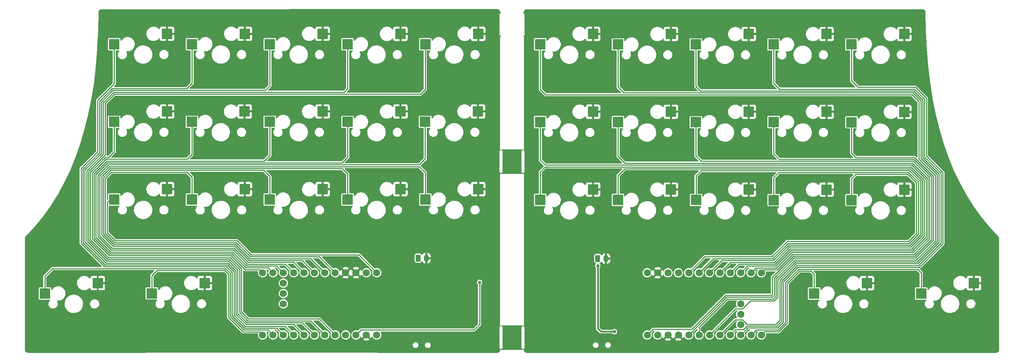
<source format=gbl>
G04 #@! TF.GenerationSoftware,KiCad,Pcbnew,(7.0.0)*
G04 #@! TF.CreationDate,2023-03-18T22:02:57+08:00*
G04 #@! TF.ProjectId,lul_left,6c756c5f-6c65-4667-942e-6b696361645f,rev?*
G04 #@! TF.SameCoordinates,Original*
G04 #@! TF.FileFunction,Copper,L2,Bot*
G04 #@! TF.FilePolarity,Positive*
%FSLAX46Y46*%
G04 Gerber Fmt 4.6, Leading zero omitted, Abs format (unit mm)*
G04 Created by KiCad (PCBNEW (7.0.0)) date 2023-03-18 22:02:57*
%MOMM*%
%LPD*%
G01*
G04 APERTURE LIST*
G04 Aperture macros list*
%AMRoundRect*
0 Rectangle with rounded corners*
0 $1 Rounding radius*
0 $2 $3 $4 $5 $6 $7 $8 $9 X,Y pos of 4 corners*
0 Add a 4 corners polygon primitive as box body*
4,1,4,$2,$3,$4,$5,$6,$7,$8,$9,$2,$3,0*
0 Add four circle primitives for the rounded corners*
1,1,$1+$1,$2,$3*
1,1,$1+$1,$4,$5*
1,1,$1+$1,$6,$7*
1,1,$1+$1,$8,$9*
0 Add four rect primitives between the rounded corners*
20,1,$1+$1,$2,$3,$4,$5,0*
20,1,$1+$1,$4,$5,$6,$7,0*
20,1,$1+$1,$6,$7,$8,$9,0*
20,1,$1+$1,$8,$9,$2,$3,0*%
G04 Aperture macros list end*
G04 #@! TA.AperFunction,SMDPad,CuDef*
%ADD10R,2.550000X2.500000*%
G04 #@! TD*
G04 #@! TA.AperFunction,ComponentPad*
%ADD11C,1.752600*%
G04 #@! TD*
G04 #@! TA.AperFunction,ComponentPad*
%ADD12RoundRect,0.250000X-0.350000X-0.625000X0.350000X-0.625000X0.350000X0.625000X-0.350000X0.625000X0*%
G04 #@! TD*
G04 #@! TA.AperFunction,ComponentPad*
%ADD13O,1.200000X1.750000*%
G04 #@! TD*
G04 #@! TA.AperFunction,ViaPad*
%ADD14C,0.800000*%
G04 #@! TD*
G04 #@! TA.AperFunction,Conductor*
%ADD15C,0.381000*%
G04 #@! TD*
G04 #@! TA.AperFunction,Conductor*
%ADD16C,0.254000*%
G04 #@! TD*
G04 APERTURE END LIST*
D10*
X242264999Y-91739999D03*
X255191999Y-89199999D03*
X120874999Y-68729999D03*
X133801999Y-66189999D03*
X168059119Y-68824436D03*
X180986119Y-66284436D03*
X216084999Y-91739999D03*
X229011999Y-89199999D03*
X82799653Y-30687041D03*
X95726653Y-28147041D03*
X101847653Y-30697041D03*
X114774653Y-28157041D03*
X168069119Y-30744436D03*
X180996119Y-28204436D03*
X187144119Y-68844436D03*
X200071119Y-66304436D03*
X44709653Y-30687041D03*
X57636653Y-28147041D03*
X53934653Y-91727041D03*
X66861653Y-89187041D03*
X149024119Y-30716936D03*
X161951119Y-28176936D03*
X149012119Y-49764436D03*
X161939119Y-47224436D03*
X187134119Y-49784436D03*
X200061119Y-47244436D03*
X82799653Y-68737041D03*
X95726653Y-66197041D03*
X206184119Y-68854436D03*
X219111119Y-66314436D03*
X82789653Y-49707041D03*
X95716653Y-47167041D03*
X206169119Y-49774436D03*
X219096119Y-47234436D03*
X101849653Y-49707041D03*
X114776653Y-47167041D03*
X27739653Y-91737041D03*
X40666653Y-89197041D03*
D11*
X108989654Y-86647042D03*
X106449654Y-86647042D03*
X103909654Y-86647042D03*
X101369654Y-86647042D03*
X98829654Y-86647042D03*
X96289654Y-86647042D03*
X93749654Y-86647042D03*
X91209654Y-86647042D03*
X88669654Y-86647042D03*
X86129654Y-86647042D03*
X83589654Y-86647042D03*
X81049654Y-86647042D03*
X81049654Y-101887042D03*
X83589654Y-101887042D03*
X86129654Y-101887042D03*
X88669654Y-101887042D03*
X91209654Y-101887042D03*
X93749654Y-101887042D03*
X96289654Y-101887042D03*
X98829654Y-101887042D03*
X101369654Y-101887042D03*
X103909654Y-101887042D03*
X106449654Y-101887042D03*
X108989654Y-101887042D03*
X86129654Y-89187042D03*
X86129654Y-91727042D03*
X86129654Y-94267042D03*
D10*
X63739653Y-68737041D03*
X76666653Y-66197041D03*
X44709653Y-49707041D03*
X57636653Y-47167041D03*
X225234119Y-49814436D03*
X238161119Y-47274436D03*
X187114119Y-30744436D03*
X200041119Y-28204436D03*
X168054119Y-49774436D03*
X180981119Y-47234436D03*
D12*
X119120000Y-83080000D03*
D13*
X121119999Y-83079999D03*
D10*
X44709653Y-68737041D03*
X57636653Y-66197041D03*
X225234119Y-68854436D03*
X238161119Y-66314436D03*
X149019119Y-68824436D03*
X161946119Y-66284436D03*
X225234119Y-30744436D03*
X238161119Y-28204436D03*
X63739653Y-30687041D03*
X76666653Y-28147041D03*
D11*
X175200000Y-101900000D03*
X177740000Y-101900000D03*
X180280000Y-101900000D03*
X182820000Y-101900000D03*
X185360000Y-101900000D03*
X187900000Y-101900000D03*
X190440000Y-101900000D03*
X192980000Y-101900000D03*
X195520000Y-101900000D03*
X198060000Y-101900000D03*
X200600000Y-101900000D03*
X203140000Y-101900000D03*
X203140000Y-86660000D03*
X200600000Y-86660000D03*
X198060000Y-86660000D03*
X195520000Y-86660000D03*
X192980000Y-86660000D03*
X190440000Y-86660000D03*
X187900000Y-86660000D03*
X185360000Y-86660000D03*
X182820000Y-86660000D03*
X180280000Y-86660000D03*
X177740000Y-86660000D03*
X175200000Y-86660000D03*
X198060000Y-99360000D03*
X198060000Y-96820000D03*
X198060000Y-94280000D03*
D10*
X120877653Y-30697041D03*
X133804653Y-28157041D03*
X120839653Y-49707041D03*
X133766653Y-47167041D03*
D12*
X163090000Y-83180000D03*
D13*
X165089999Y-83179999D03*
D10*
X101859653Y-68737041D03*
X114786653Y-66197041D03*
X63707653Y-49707041D03*
X76634653Y-47167041D03*
X206164119Y-30744436D03*
X219091119Y-28204436D03*
D14*
X163107000Y-84950000D03*
X167171000Y-101079000D03*
X134151000Y-89014000D03*
D15*
X163107000Y-84950000D02*
X163107000Y-100317000D01*
X163869000Y-101079000D02*
X167171000Y-101079000D01*
X163107000Y-100317000D02*
X163869000Y-101079000D01*
D16*
X134151000Y-99301000D02*
X132768258Y-100683742D01*
X105112954Y-100683742D02*
X103909654Y-101887042D01*
X134151000Y-89014000D02*
X134151000Y-99301000D01*
X132768258Y-100683742D02*
X105112954Y-100683742D01*
X241060521Y-83521000D02*
X245733000Y-78848520D01*
X206034300Y-93076700D02*
X206738000Y-92373000D01*
X240069000Y-43040000D02*
X150280000Y-43040000D01*
X211356682Y-83521000D02*
X241060521Y-83521000D01*
X194825352Y-93076700D02*
X206034300Y-93076700D01*
X206738000Y-92373000D02*
X206738000Y-88139684D01*
X149024120Y-41784120D02*
X149024120Y-30716937D01*
X241720000Y-44691000D02*
X240069000Y-43040000D01*
X150280000Y-43040000D02*
X149024120Y-41784120D01*
X206738000Y-88139684D02*
X211356682Y-83521000D01*
X245733000Y-62857478D02*
X241720000Y-58844477D01*
X187900000Y-100002052D02*
X194777026Y-93125026D01*
X187900000Y-101900000D02*
X187900000Y-100002052D01*
X194777026Y-93125026D02*
X194825352Y-93076700D01*
X241720000Y-58844477D02*
X241720000Y-44691000D01*
X245733000Y-78848520D02*
X245733000Y-62857478D01*
X240120260Y-81251000D02*
X243463000Y-77908260D01*
X206664720Y-85002700D02*
X210416420Y-81251000D01*
X150242000Y-60274000D02*
X149012120Y-59044120D01*
X243463000Y-63797738D02*
X239939262Y-60274000D01*
X198060000Y-86660000D02*
X199717300Y-85002700D01*
X149012120Y-59044120D02*
X149012120Y-49764437D01*
X199717300Y-85002700D02*
X206664720Y-85002700D01*
X239939262Y-60274000D02*
X150242000Y-60274000D01*
X210416420Y-81251000D02*
X240120260Y-81251000D01*
X243463000Y-77908260D02*
X243463000Y-63797738D01*
X195520000Y-86660000D02*
X197631300Y-84548700D01*
X149019120Y-61953880D02*
X149019120Y-68824437D01*
X243009000Y-77720208D02*
X243009000Y-63985790D01*
X243009000Y-63985790D02*
X239751210Y-60728000D01*
X197631300Y-84548700D02*
X206476668Y-84548700D01*
X206476668Y-84548700D02*
X210228368Y-80797000D01*
X150245000Y-60728000D02*
X149019120Y-61953880D01*
X210228368Y-80797000D02*
X239932208Y-80797000D01*
X239932208Y-80797000D02*
X243009000Y-77720208D01*
X239751210Y-60728000D02*
X150245000Y-60728000D01*
X246187000Y-79036573D02*
X246187000Y-62669426D01*
X206222352Y-93530700D02*
X207192000Y-92561052D01*
X207192000Y-88327737D02*
X211544734Y-83975000D01*
X242174000Y-58656424D02*
X242174000Y-44502948D01*
X246187000Y-62669426D02*
X242174000Y-58656424D01*
X241248573Y-83975000D02*
X246187000Y-79036573D01*
X240257052Y-42586000D02*
X169511000Y-42586000D01*
X207192000Y-92561052D02*
X207192000Y-88327737D01*
X242174000Y-44502948D02*
X240257052Y-42586000D01*
X211544734Y-83975000D02*
X241248573Y-83975000D01*
X168069120Y-41144120D02*
X168069120Y-30744437D01*
X190440000Y-101900000D02*
X196856700Y-95483300D01*
X169511000Y-42586000D02*
X168069120Y-41144120D01*
X196856700Y-95483300D02*
X198558424Y-95483300D01*
X200511024Y-93530700D02*
X206222352Y-93530700D01*
X198558424Y-95483300D02*
X200511024Y-93530700D01*
X210604472Y-81705000D02*
X240308312Y-81705000D01*
X201803300Y-85456700D02*
X204888700Y-85456700D01*
X204890000Y-85458000D02*
X206851472Y-85458000D01*
X243917000Y-63609686D02*
X240127314Y-59820000D01*
X243917000Y-78096312D02*
X243917000Y-63609686D01*
X206851472Y-85458000D02*
X210604472Y-81705000D01*
X204888700Y-85456700D02*
X204890000Y-85458000D01*
X240308312Y-81705000D02*
X243917000Y-78096312D01*
X168054120Y-58147120D02*
X168054120Y-49774437D01*
X169727000Y-59820000D02*
X168054120Y-58147120D01*
X200600000Y-86660000D02*
X201803300Y-85456700D01*
X240127314Y-59820000D02*
X169727000Y-59820000D01*
X168059120Y-62852880D02*
X168059120Y-68824437D01*
X239744156Y-80343000D02*
X242555000Y-77532156D01*
X210040315Y-80343000D02*
X239744156Y-80343000D01*
X206288616Y-84094700D02*
X210040315Y-80343000D01*
X169730000Y-61182000D02*
X168059120Y-62852880D01*
X242555000Y-77532156D02*
X242555000Y-64173842D01*
X239563158Y-61182000D02*
X169730000Y-61182000D01*
X195545300Y-84094700D02*
X206288616Y-84094700D01*
X242555000Y-64173842D02*
X239563158Y-61182000D01*
X192980000Y-86660000D02*
X195545300Y-84094700D01*
X246641000Y-62481374D02*
X242628000Y-58468372D01*
X188234000Y-42132000D02*
X187114120Y-41012120D01*
X198558424Y-98156700D02*
X199664724Y-99263000D01*
X241436625Y-84429000D02*
X246641000Y-79224626D01*
X207646000Y-98294792D02*
X207646000Y-88515790D01*
X207646000Y-88515790D02*
X211732786Y-84429000D01*
X192980000Y-101900000D02*
X196723300Y-98156700D01*
X196723300Y-98156700D02*
X198558424Y-98156700D01*
X206677792Y-99263000D02*
X207646000Y-98294792D01*
X187114120Y-41012120D02*
X187114120Y-30744437D01*
X240445104Y-42132000D02*
X188234000Y-42132000D01*
X211732786Y-84429000D02*
X241436625Y-84429000D01*
X242628000Y-58468372D02*
X242628000Y-44314896D01*
X246641000Y-79224626D02*
X246641000Y-62481374D01*
X242628000Y-44314896D02*
X240445104Y-42132000D01*
X199664724Y-99263000D02*
X206677792Y-99263000D01*
X204255000Y-85910700D02*
X204256300Y-85912000D01*
X188450000Y-59366000D02*
X187134120Y-58050120D01*
X203889300Y-85910700D02*
X204255000Y-85910700D01*
X240315366Y-59366000D02*
X188450000Y-59366000D01*
X207039524Y-85912000D02*
X210792524Y-82159000D01*
X244371000Y-78284364D02*
X244371000Y-63421634D01*
X240496364Y-82159000D02*
X244371000Y-78284364D01*
X244371000Y-63421634D02*
X240315366Y-59366000D01*
X187134120Y-58050120D02*
X187134120Y-49784437D01*
X210792524Y-82159000D02*
X240496364Y-82159000D01*
X204256300Y-85912000D02*
X207039524Y-85912000D01*
X203140000Y-86660000D02*
X203889300Y-85910700D01*
X188453000Y-61636000D02*
X187144120Y-62944880D01*
X206100563Y-83640700D02*
X209852262Y-79889000D01*
X193459300Y-83640700D02*
X206100563Y-83640700D01*
X239375106Y-61636000D02*
X188453000Y-61636000D01*
X242101000Y-64361894D02*
X239375106Y-61636000D01*
X190440000Y-86660000D02*
X193459300Y-83640700D01*
X239556104Y-79889000D02*
X242101000Y-77344104D01*
X187144120Y-62944880D02*
X187144120Y-68844437D01*
X209852262Y-79889000D02*
X239556104Y-79889000D01*
X242101000Y-77344104D02*
X242101000Y-64361894D01*
X196856700Y-100563300D02*
X198754648Y-100563300D01*
X195520000Y-101900000D02*
X196856700Y-100563300D01*
X199600947Y-99717000D02*
X206865844Y-99717000D01*
X211920841Y-84883000D02*
X241624677Y-84883000D01*
X247095000Y-79412679D02*
X247095000Y-62293321D01*
X243082000Y-58280320D02*
X243082000Y-44126844D01*
X243082000Y-44126844D02*
X240633156Y-41678000D01*
X208100000Y-88703843D02*
X211920841Y-84883000D01*
X206164120Y-40250120D02*
X206164120Y-30744437D01*
X198754648Y-100563300D02*
X199600947Y-99717000D01*
X207592000Y-41678000D02*
X206164120Y-40250120D01*
X240633156Y-41678000D02*
X207592000Y-41678000D01*
X208100000Y-98482844D02*
X208100000Y-88703843D01*
X241624677Y-84883000D02*
X247095000Y-79412679D01*
X206865844Y-99717000D02*
X208100000Y-98482844D01*
X247095000Y-62293321D02*
X243082000Y-58280320D01*
X210980576Y-82613000D02*
X240684416Y-82613000D01*
X205829999Y-87763579D02*
X210980576Y-82613000D01*
X205658196Y-92168700D02*
X205830000Y-91996896D01*
X186133974Y-100483974D02*
X194449247Y-92168700D01*
X175200000Y-101900000D02*
X176616026Y-100483974D01*
X244825000Y-63233582D02*
X240503419Y-58912000D01*
X206169120Y-57527120D02*
X206169120Y-49774437D01*
X176616026Y-100483974D02*
X186133974Y-100483974D01*
X207554000Y-58912000D02*
X206169120Y-57527120D01*
X240684416Y-82613000D02*
X244825000Y-78472416D01*
X240503419Y-58912000D02*
X207554000Y-58912000D01*
X194449247Y-92168700D02*
X205658196Y-92168700D01*
X244825000Y-78472416D02*
X244825000Y-63233582D01*
X205830000Y-91996896D02*
X205829999Y-87763579D01*
X191373300Y-83186700D02*
X205912510Y-83186700D01*
X239180000Y-62090000D02*
X207430000Y-62090000D01*
X239869000Y-62779000D02*
X239180000Y-62090000D01*
X205912510Y-83186700D02*
X209664209Y-79435000D01*
X239368052Y-79435000D02*
X241593000Y-77210052D01*
X239876053Y-62779000D02*
X239869000Y-62779000D01*
X241593000Y-64495948D02*
X239876053Y-62779000D01*
X207430000Y-62090000D02*
X206184120Y-63335880D01*
X187900000Y-86660000D02*
X191373300Y-83186700D01*
X206184120Y-63335880D02*
X206184120Y-68854437D01*
X209664209Y-79435000D02*
X239368052Y-79435000D01*
X241593000Y-77210052D02*
X241593000Y-64495948D01*
X215329000Y-86245000D02*
X216085000Y-87001000D01*
X209462000Y-89268000D02*
X212485000Y-86245000D01*
X207430000Y-101079000D02*
X209462000Y-99047000D01*
X203140000Y-101900000D02*
X203961000Y-101079000D01*
X209462000Y-99047000D02*
X209462000Y-89268000D01*
X216085000Y-87001000D02*
X216085000Y-91740000D01*
X212485000Y-86245000D02*
X215329000Y-86245000D01*
X203961000Y-101079000D02*
X207430000Y-101079000D01*
X199789000Y-100171000D02*
X207053896Y-100171000D01*
X198060000Y-101900000D02*
X199789000Y-100171000D01*
X208554000Y-98670896D02*
X208554000Y-88891895D01*
X247549000Y-79600732D02*
X247549000Y-62105268D01*
X243045342Y-84104390D02*
X247549000Y-79600732D01*
X207053896Y-100171000D02*
X208554000Y-98670896D01*
X225234120Y-39635120D02*
X225234120Y-30744437D01*
X241812729Y-85337000D02*
X243045339Y-84104390D01*
X247549000Y-62105268D02*
X243536000Y-58092268D01*
X212108894Y-85337000D02*
X241812729Y-85337000D01*
X240821208Y-41224000D02*
X226823000Y-41224000D01*
X243536000Y-58092268D02*
X243536000Y-43938792D01*
X243045339Y-84104390D02*
X243045342Y-84104390D01*
X243536000Y-43938792D02*
X240821208Y-41224000D01*
X208554000Y-88891895D02*
X212108894Y-85337000D01*
X226823000Y-41224000D02*
X225234120Y-39635120D01*
X240691472Y-58458000D02*
X226277000Y-58458000D01*
X225234120Y-57415120D02*
X225234120Y-49814437D01*
X206284000Y-92184948D02*
X206284000Y-87951631D01*
X240872468Y-83067000D02*
X245279000Y-78660468D01*
X185360000Y-101900000D02*
X194637300Y-92622700D01*
X226277000Y-58458000D02*
X225234120Y-57415120D01*
X205846248Y-92622700D02*
X206284000Y-92184948D01*
X245279000Y-78660468D02*
X245279000Y-63045530D01*
X194637300Y-92622700D02*
X205846248Y-92622700D01*
X211168629Y-83067000D02*
X240872468Y-83067000D01*
X206284000Y-87951631D02*
X211168629Y-83067000D01*
X245279000Y-63045530D02*
X240691472Y-58458000D01*
X241139000Y-64684000D02*
X239688000Y-63233000D01*
X209462000Y-78981000D02*
X239180000Y-78981000D01*
X238991947Y-62544000D02*
X226280000Y-62544000D01*
X189287300Y-82732700D02*
X205724457Y-82732700D01*
X226280000Y-62544000D02*
X225234120Y-63589880D01*
X205724457Y-82732700D02*
X209349156Y-79108000D01*
X239180000Y-78981000D02*
X241139000Y-77022000D01*
X225234120Y-63589880D02*
X225234120Y-68854437D01*
X209349156Y-79108000D02*
X209349156Y-79093844D01*
X239688000Y-63233000D02*
X239680947Y-63233000D01*
X185360000Y-86660000D02*
X189287300Y-82732700D01*
X241139000Y-77022000D02*
X241139000Y-64684000D01*
X209349156Y-79093844D02*
X209462000Y-78981000D01*
X239680947Y-63233000D02*
X238991947Y-62544000D01*
X242265000Y-86638000D02*
X242265000Y-91740000D01*
X241418000Y-85791000D02*
X242265000Y-86638000D01*
X209008000Y-98858948D02*
X209008000Y-89079948D01*
X201875000Y-100625000D02*
X207241948Y-100625000D01*
X207241948Y-100625000D02*
X209008000Y-98858948D01*
X212296947Y-85791000D02*
X241418000Y-85791000D01*
X200600000Y-101900000D02*
X201875000Y-100625000D01*
X209008000Y-89079948D02*
X212296947Y-85791000D01*
X73588000Y-97193265D02*
X73588000Y-86602896D01*
X44709654Y-40385187D02*
X44709654Y-30687042D01*
X36609000Y-79459104D02*
X36608999Y-61108263D01*
X76624478Y-100229742D02*
X73588000Y-97193265D01*
X84472354Y-100229742D02*
X76624478Y-100229742D01*
X73588000Y-86602896D02*
X72170105Y-85185000D01*
X40641000Y-57076263D02*
X40641000Y-44453841D01*
X72170105Y-85185000D02*
X42334896Y-85185000D01*
X42334896Y-85185000D02*
X36609000Y-79459104D01*
X36608999Y-61108263D02*
X40641000Y-57076263D01*
X86129654Y-101887042D02*
X84472354Y-100229742D01*
X40641000Y-44453841D02*
X44709654Y-40385187D01*
X98829654Y-101887042D02*
X94900612Y-97958000D01*
X38879000Y-78514470D02*
X38879000Y-62048527D01*
X44709654Y-57043346D02*
X44709654Y-49707042D01*
X73110370Y-82915000D02*
X43279531Y-82915000D01*
X42542526Y-58385000D02*
X43368000Y-58385000D01*
X43279531Y-82915000D02*
X38879000Y-78514470D01*
X77563000Y-97958000D02*
X75858000Y-96253000D01*
X75858000Y-96253000D02*
X75858000Y-85662631D01*
X38879000Y-62048527D02*
X42542526Y-58385000D01*
X94900612Y-97958000D02*
X77563000Y-97958000D01*
X75858000Y-85662631D02*
X73110370Y-82915000D01*
X43368000Y-58385000D02*
X44709654Y-57043346D01*
X74802847Y-78829000D02*
X44972000Y-78829000D01*
X43683958Y-68737042D02*
X44709654Y-68737042D01*
X108989654Y-86647042D02*
X104608354Y-82265742D01*
X78239588Y-82265742D02*
X74802847Y-78829000D01*
X104608354Y-82265742D02*
X78239588Y-82265742D01*
X42965000Y-76822000D02*
X42965000Y-69456000D01*
X42965000Y-69456000D02*
X43683958Y-68737042D01*
X44972000Y-78829000D02*
X42965000Y-76822000D01*
X55157000Y-86093000D02*
X53934654Y-87315346D01*
X72680000Y-97569371D02*
X72680000Y-86979000D01*
X71794000Y-86093000D02*
X55157000Y-86093000D01*
X76248372Y-101137742D02*
X72680000Y-97569371D01*
X81049654Y-101887042D02*
X80300354Y-101137742D01*
X72680000Y-86979000D02*
X71794000Y-86093000D01*
X53934654Y-87315346D02*
X53934654Y-91727042D01*
X80300354Y-101137742D02*
X76248372Y-101137742D01*
X88669654Y-101887042D02*
X86558354Y-99775742D01*
X74042001Y-86414844D02*
X72358158Y-84731000D01*
X76812531Y-99775742D02*
X74042000Y-97005212D01*
X41095000Y-44641893D02*
X44185893Y-41551000D01*
X44185893Y-41551000D02*
X62488000Y-41551000D01*
X62488000Y-41551000D02*
X63739654Y-40299346D01*
X86558354Y-99775742D02*
X76812531Y-99775742D01*
X37063000Y-79271052D02*
X37062999Y-61296316D01*
X41095000Y-57264316D02*
X41095000Y-44641893D01*
X63739654Y-40299346D02*
X63739654Y-30687042D01*
X74042000Y-97005212D02*
X74042001Y-86414844D01*
X42522948Y-84731000D02*
X37063000Y-79271052D01*
X72358158Y-84731000D02*
X42522948Y-84731000D01*
X37062999Y-61296316D02*
X41095000Y-57264316D01*
X43467584Y-82461000D02*
X39333000Y-78326417D01*
X76735165Y-85897742D02*
X73298423Y-82461000D01*
X80361742Y-85897742D02*
X76735165Y-85897742D01*
X62599000Y-58839000D02*
X63707654Y-57730346D01*
X39333000Y-78326417D02*
X39333000Y-62236579D01*
X39333000Y-62236579D02*
X42730579Y-58839000D01*
X81049654Y-86647042D02*
X81049654Y-86585654D01*
X63707654Y-57730346D02*
X63707654Y-49707042D01*
X73298423Y-82461000D02*
X43467584Y-82461000D01*
X42730579Y-58839000D02*
X62599000Y-58839000D01*
X81049654Y-86585654D02*
X80361742Y-85897742D01*
X78051535Y-82719742D02*
X74614794Y-79283000D01*
X74614794Y-79283000D02*
X44783948Y-79283000D01*
X98829654Y-86647042D02*
X94902354Y-82719742D01*
X44046948Y-62017000D02*
X62577000Y-62017000D01*
X42511000Y-77010052D02*
X42511000Y-63552948D01*
X62577000Y-62017000D02*
X63739654Y-63179654D01*
X94902354Y-82719742D02*
X78051535Y-82719742D01*
X42511000Y-63552948D02*
X44046948Y-62017000D01*
X44783948Y-79283000D02*
X42511000Y-77010052D01*
X63739654Y-63179654D02*
X63739654Y-68737042D01*
X73134000Y-86790948D02*
X71982052Y-85639000D01*
X76436425Y-100683742D02*
X73134000Y-97381318D01*
X71982052Y-85639000D02*
X29576000Y-85639000D01*
X82386354Y-100683742D02*
X76436425Y-100683742D01*
X27739654Y-87475346D02*
X27739654Y-91737042D01*
X73134000Y-97381318D02*
X73134000Y-86790948D01*
X83589654Y-101887042D02*
X82386354Y-100683742D01*
X29576000Y-85639000D02*
X27739654Y-87475346D01*
X82799654Y-40924346D02*
X82799654Y-30687042D01*
X88644354Y-99321742D02*
X77000584Y-99321742D01*
X74496000Y-96817159D02*
X74496002Y-86226792D01*
X81719000Y-42005000D02*
X82799654Y-40924346D01*
X41549000Y-44829945D02*
X44373945Y-42005000D01*
X91209654Y-101887042D02*
X88644354Y-99321742D01*
X77000584Y-99321742D02*
X74496000Y-96817159D01*
X41549000Y-57452369D02*
X41549000Y-44829945D01*
X74496002Y-86226792D02*
X72546211Y-84277000D01*
X42711000Y-84277000D02*
X37517000Y-79083000D01*
X37517000Y-79083000D02*
X37516999Y-61484369D01*
X72546211Y-84277000D02*
X42711000Y-84277000D01*
X37516999Y-61484369D02*
X41549000Y-57452369D01*
X44373945Y-42005000D02*
X81719000Y-42005000D01*
X83589654Y-86647042D02*
X82386354Y-85443742D01*
X73486476Y-82007000D02*
X43655636Y-82007000D01*
X81449000Y-59293000D02*
X82789654Y-57952346D01*
X43655636Y-82007000D02*
X39787000Y-78138364D01*
X42918631Y-59293000D02*
X81449000Y-59293000D01*
X82789654Y-57952346D02*
X82789654Y-49707042D01*
X82386354Y-85443742D02*
X76923217Y-85443742D01*
X39787000Y-62424631D02*
X42918631Y-59293000D01*
X39787000Y-78138364D02*
X39787000Y-62424631D01*
X76923217Y-85443742D02*
X73486476Y-82007000D01*
X44595896Y-79737000D02*
X42057000Y-77198104D01*
X82799654Y-63062654D02*
X82799654Y-68737042D01*
X43858896Y-61563000D02*
X81300000Y-61563000D01*
X81300000Y-61563000D02*
X82799654Y-63062654D01*
X77863482Y-83173742D02*
X74426741Y-79737000D01*
X92816354Y-83173742D02*
X77863482Y-83173742D01*
X74426741Y-79737000D02*
X44595896Y-79737000D01*
X42057000Y-77198104D02*
X42057000Y-63364896D01*
X96289654Y-86647042D02*
X92816354Y-83173742D01*
X42057000Y-63364896D02*
X43858896Y-61563000D01*
X77188637Y-98867742D02*
X74950000Y-96629106D01*
X74950000Y-86038737D02*
X72734264Y-83823000D01*
X74950000Y-96629106D02*
X74950000Y-86038737D01*
X100950000Y-42459000D02*
X101847654Y-41561346D01*
X37971000Y-78890576D02*
X37970999Y-61672422D01*
X42903426Y-83823000D02*
X37971000Y-78890576D01*
X42003000Y-45017997D02*
X44561997Y-42459000D01*
X72734264Y-83823000D02*
X42903426Y-83823000D01*
X44561997Y-42459000D02*
X100950000Y-42459000D01*
X37970999Y-61672422D02*
X42003000Y-57640422D01*
X42003000Y-57640422D02*
X42003000Y-45017997D01*
X101847654Y-41561346D02*
X101847654Y-30697042D01*
X90730354Y-98867742D02*
X77188637Y-98867742D01*
X93749654Y-101887042D02*
X90730354Y-98867742D01*
X43843688Y-81553000D02*
X40241000Y-77950312D01*
X86129654Y-86647042D02*
X84472354Y-84989742D01*
X40241000Y-77950312D02*
X40241000Y-71361000D01*
X100496000Y-59747000D02*
X101849654Y-58393346D01*
X40241000Y-71361000D02*
X40240998Y-71360998D01*
X40240997Y-62612688D02*
X43106684Y-59747000D01*
X101849654Y-58393346D02*
X101849654Y-49707042D01*
X77111270Y-84989742D02*
X73674529Y-81553000D01*
X43106684Y-59747000D02*
X100496000Y-59747000D01*
X73674529Y-81553000D02*
X43843688Y-81553000D01*
X40240998Y-71360998D02*
X40240997Y-62612688D01*
X84472354Y-84989742D02*
X77111270Y-84989742D01*
X100496000Y-61109000D02*
X101859654Y-62472654D01*
X41603000Y-77386156D02*
X41603000Y-63176844D01*
X41603000Y-63176844D02*
X43670843Y-61109000D01*
X44407844Y-80191000D02*
X41603000Y-77386156D01*
X101859654Y-62472654D02*
X101859654Y-68737042D01*
X77675429Y-83627742D02*
X74238688Y-80191000D01*
X90730354Y-83627742D02*
X77675429Y-83627742D01*
X93749654Y-86647042D02*
X90730354Y-83627742D01*
X74238688Y-80191000D02*
X44407844Y-80191000D01*
X43670843Y-61109000D02*
X100496000Y-61109000D01*
X38424999Y-61860475D02*
X42457000Y-57828474D01*
X72922317Y-83369000D02*
X43091478Y-83369000D01*
X42457000Y-57828474D02*
X42457000Y-45206049D01*
X96289654Y-101887042D02*
X92814612Y-98412000D01*
X43091478Y-83369000D02*
X38425000Y-78702523D01*
X75404000Y-85850684D02*
X72922317Y-83369000D01*
X92814612Y-98412000D02*
X89955000Y-98412000D01*
X75404000Y-96441053D02*
X75404000Y-85850684D01*
X120877654Y-41708346D02*
X120877654Y-30697042D01*
X38425000Y-78702523D02*
X38424999Y-61860475D01*
X89953258Y-98413742D02*
X77376690Y-98413742D01*
X89955000Y-98412000D02*
X89953258Y-98413742D01*
X119673000Y-42913000D02*
X120877654Y-41708346D01*
X44750049Y-42913000D02*
X119673000Y-42913000D01*
X42457000Y-45206049D02*
X44750049Y-42913000D01*
X77376690Y-98413742D02*
X75404000Y-96441053D01*
X40695000Y-77762260D02*
X40694998Y-62800740D01*
X77299323Y-84535742D02*
X73862582Y-81099000D01*
X88669654Y-86647042D02*
X86558354Y-84535742D01*
X119403000Y-60201000D02*
X120839654Y-58764346D01*
X43294737Y-60201000D02*
X119403000Y-60201000D01*
X120839654Y-58764346D02*
X120839654Y-49707042D01*
X86558354Y-84535742D02*
X77299323Y-84535742D01*
X40694998Y-62800740D02*
X43294737Y-60201000D01*
X73862582Y-81099000D02*
X44031740Y-81099000D01*
X44031740Y-81099000D02*
X40695000Y-77762260D01*
X77487376Y-84081742D02*
X74050635Y-80645000D01*
X91209654Y-86647042D02*
X88644354Y-84081742D01*
X88644354Y-84081742D02*
X77487376Y-84081742D01*
X41148999Y-62988792D02*
X43482790Y-60655000D01*
X120875000Y-62149000D02*
X120875000Y-68730000D01*
X119381000Y-60655000D02*
X120875000Y-62149000D01*
X43482790Y-60655000D02*
X119381000Y-60655000D01*
X44219792Y-80645000D02*
X41149000Y-77574208D01*
X74050635Y-80645000D02*
X44219792Y-80645000D01*
X41149000Y-77574208D02*
X41148999Y-62988792D01*
G04 #@! TA.AperFunction,Conductor*
G36*
X138475153Y-22107684D02*
G01*
X138503489Y-22110474D01*
X138504932Y-22110626D01*
X138610024Y-22122467D01*
X138632490Y-22127101D01*
X138681545Y-22141982D01*
X138686582Y-22143626D01*
X138732329Y-22159633D01*
X138760141Y-22169365D01*
X138777908Y-22177165D01*
X138827569Y-22203710D01*
X138835138Y-22208103D01*
X138897077Y-22247022D01*
X138909963Y-22256302D01*
X138929886Y-22272653D01*
X138954649Y-22292975D01*
X138963810Y-22301279D01*
X139014719Y-22352188D01*
X139023023Y-22361349D01*
X139059695Y-22406034D01*
X139068981Y-22418928D01*
X139107885Y-22480844D01*
X139112299Y-22488448D01*
X139124619Y-22511496D01*
X139138827Y-22538078D01*
X139146634Y-22555859D01*
X139172372Y-22629416D01*
X139174016Y-22634453D01*
X139188897Y-22683508D01*
X139193531Y-22705976D01*
X139205355Y-22810906D01*
X139205540Y-22812664D01*
X139206988Y-22827371D01*
X139208914Y-22846919D01*
X139208881Y-22846999D01*
X139208922Y-22847099D01*
X139208922Y-22847500D01*
X139209322Y-22847500D01*
X139242420Y-22847557D01*
X139309862Y-22867264D01*
X139356265Y-22920025D01*
X139367198Y-22989432D01*
X139339262Y-23053902D01*
X139285407Y-23090491D01*
X139284696Y-23090604D01*
X139275868Y-23095101D01*
X139275865Y-23095103D01*
X139180490Y-23143699D01*
X139180486Y-23143701D01*
X139171658Y-23148200D01*
X139164649Y-23155208D01*
X139164646Y-23155211D01*
X139088961Y-23230896D01*
X139088958Y-23230899D01*
X139081950Y-23237908D01*
X139077451Y-23246736D01*
X139077449Y-23246740D01*
X139028854Y-23342112D01*
X139028851Y-23342118D01*
X139024354Y-23350946D01*
X139004508Y-23476250D01*
X139024354Y-23601554D01*
X139028852Y-23610383D01*
X139028854Y-23610387D01*
X139081950Y-23714592D01*
X139079953Y-23715609D01*
X139093897Y-23746934D01*
X139093897Y-23799316D01*
X139079953Y-23830640D01*
X139081950Y-23831658D01*
X139028854Y-23935862D01*
X139028851Y-23935868D01*
X139024354Y-23944696D01*
X139004508Y-24070000D01*
X139024354Y-24195304D01*
X139028852Y-24204133D01*
X139028854Y-24204137D01*
X139081950Y-24308342D01*
X139079951Y-24309360D01*
X139093888Y-24340639D01*
X139093906Y-24393021D01*
X139079956Y-24424392D01*
X139081950Y-24425408D01*
X139028854Y-24529612D01*
X139028851Y-24529618D01*
X139024354Y-24538446D01*
X139004508Y-24663750D01*
X139024354Y-24789054D01*
X139028852Y-24797883D01*
X139028854Y-24797887D01*
X139081950Y-24902092D01*
X139079953Y-24903109D01*
X139093897Y-24934434D01*
X139093897Y-24986816D01*
X139079953Y-25018140D01*
X139081950Y-25019158D01*
X139028854Y-25123362D01*
X139028851Y-25123368D01*
X139024354Y-25132196D01*
X139004508Y-25257500D01*
X139024354Y-25382804D01*
X139028852Y-25391633D01*
X139028854Y-25391637D01*
X139081950Y-25495842D01*
X139079951Y-25496860D01*
X139093888Y-25528139D01*
X139093906Y-25580521D01*
X139079956Y-25611892D01*
X139081950Y-25612908D01*
X139028854Y-25717112D01*
X139028851Y-25717118D01*
X139024354Y-25725946D01*
X139004508Y-25851250D01*
X139024354Y-25976554D01*
X139028852Y-25985383D01*
X139028854Y-25985387D01*
X139081950Y-26089592D01*
X139079953Y-26090609D01*
X139093897Y-26121934D01*
X139093897Y-26174316D01*
X139079953Y-26205640D01*
X139081950Y-26206658D01*
X139028854Y-26310862D01*
X139028851Y-26310868D01*
X139024354Y-26319696D01*
X139022803Y-26329485D01*
X139022803Y-26329487D01*
X139010599Y-26406542D01*
X139004508Y-26445000D01*
X139006059Y-26454793D01*
X139020672Y-26547060D01*
X139024354Y-26570304D01*
X139028852Y-26579133D01*
X139028854Y-26579137D01*
X139081950Y-26683342D01*
X139079951Y-26684360D01*
X139093888Y-26715639D01*
X139093906Y-26768021D01*
X139079956Y-26799392D01*
X139081950Y-26800408D01*
X139028854Y-26904612D01*
X139028851Y-26904618D01*
X139024354Y-26913446D01*
X139022803Y-26923235D01*
X139022803Y-26923237D01*
X139010465Y-27001136D01*
X139004508Y-27038750D01*
X139024354Y-27164054D01*
X139028852Y-27172883D01*
X139028854Y-27172887D01*
X139081950Y-27277092D01*
X139079953Y-27278109D01*
X139093897Y-27309434D01*
X139093897Y-27361816D01*
X139079953Y-27393140D01*
X139081950Y-27394158D01*
X139028854Y-27498362D01*
X139028851Y-27498368D01*
X139024354Y-27507196D01*
X139022803Y-27516985D01*
X139022803Y-27516987D01*
X139014784Y-27567620D01*
X139004508Y-27632500D01*
X139024354Y-27757804D01*
X139028852Y-27766633D01*
X139028854Y-27766637D01*
X139081950Y-27870842D01*
X139079951Y-27871860D01*
X139093888Y-27903139D01*
X139093906Y-27955521D01*
X139079956Y-27986892D01*
X139081950Y-27987908D01*
X139028854Y-28092112D01*
X139028851Y-28092118D01*
X139024354Y-28100946D01*
X139004508Y-28226250D01*
X139024354Y-28351554D01*
X139028852Y-28360383D01*
X139028854Y-28360387D01*
X139077449Y-28455759D01*
X139081950Y-28464592D01*
X139171658Y-28554300D01*
X139284696Y-28611896D01*
X139302280Y-28614681D01*
X139359281Y-28639174D01*
X139397684Y-28687901D01*
X139408178Y-28749048D01*
X139388218Y-28807790D01*
X139342644Y-28849887D01*
X139282505Y-28865130D01*
X139220078Y-28865098D01*
X139208010Y-28865092D01*
X139207911Y-28865051D01*
X139207812Y-28865092D01*
X139207528Y-28865209D01*
X139207370Y-28865592D01*
X139207411Y-28865691D01*
X139207412Y-28877801D01*
X139207412Y-28877805D01*
X139211208Y-56438030D01*
X139211210Y-56449871D01*
X139211170Y-56449971D01*
X139211211Y-56450070D01*
X139211328Y-56450354D01*
X139211711Y-56450512D01*
X139211810Y-56450471D01*
X139222723Y-56450471D01*
X139277639Y-56476511D01*
X139314161Y-56526286D01*
X139322653Y-56587436D01*
X139301077Y-56645280D01*
X139254612Y-56685931D01*
X139180493Y-56723697D01*
X139180486Y-56723701D01*
X139171658Y-56728200D01*
X139164649Y-56735208D01*
X139164646Y-56735211D01*
X139088961Y-56810896D01*
X139088958Y-56810899D01*
X139081950Y-56817908D01*
X139077451Y-56826736D01*
X139077449Y-56826740D01*
X139028854Y-56922112D01*
X139028851Y-56922118D01*
X139024354Y-56930946D01*
X139004508Y-57056250D01*
X139006059Y-57066043D01*
X139020901Y-57159756D01*
X139024354Y-57181554D01*
X139028852Y-57190383D01*
X139028854Y-57190387D01*
X139081950Y-57294592D01*
X139079953Y-57295609D01*
X139093897Y-57326934D01*
X139093897Y-57379316D01*
X139079953Y-57410640D01*
X139081950Y-57411658D01*
X139028854Y-57515862D01*
X139028851Y-57515868D01*
X139024354Y-57524696D01*
X139022803Y-57534485D01*
X139022803Y-57534487D01*
X139008132Y-57627120D01*
X139004508Y-57650000D01*
X139006059Y-57659793D01*
X139016396Y-57725062D01*
X139024354Y-57775304D01*
X139028852Y-57784133D01*
X139028854Y-57784137D01*
X139081950Y-57888342D01*
X139079953Y-57889359D01*
X139093897Y-57920684D01*
X139093897Y-57973066D01*
X139079953Y-58004390D01*
X139081950Y-58005408D01*
X139028854Y-58109612D01*
X139028851Y-58109618D01*
X139024354Y-58118446D01*
X139022803Y-58128235D01*
X139022803Y-58128237D01*
X139006472Y-58231352D01*
X139004508Y-58243750D01*
X139006059Y-58253543D01*
X139017170Y-58323699D01*
X139024354Y-58369054D01*
X139028852Y-58377883D01*
X139028854Y-58377887D01*
X139081950Y-58482092D01*
X139079953Y-58483109D01*
X139093897Y-58514434D01*
X139093897Y-58566816D01*
X139079953Y-58598140D01*
X139081950Y-58599158D01*
X139028854Y-58703362D01*
X139028851Y-58703368D01*
X139024354Y-58712196D01*
X139022803Y-58721985D01*
X139022803Y-58721987D01*
X139009622Y-58805211D01*
X139004508Y-58837500D01*
X139006059Y-58847293D01*
X139022077Y-58948431D01*
X139024354Y-58962804D01*
X139028852Y-58971633D01*
X139028854Y-58971637D01*
X139081950Y-59075842D01*
X139079953Y-59076859D01*
X139093897Y-59108184D01*
X139093897Y-59160566D01*
X139079953Y-59191890D01*
X139081950Y-59192908D01*
X139028854Y-59297112D01*
X139028851Y-59297118D01*
X139024354Y-59305946D01*
X139022803Y-59315735D01*
X139022803Y-59315737D01*
X139022213Y-59319461D01*
X139004508Y-59431250D01*
X139024354Y-59556554D01*
X139028852Y-59565383D01*
X139028854Y-59565387D01*
X139081950Y-59669592D01*
X139079953Y-59670609D01*
X139093897Y-59701934D01*
X139093897Y-59754316D01*
X139079953Y-59785640D01*
X139081950Y-59786658D01*
X139028854Y-59890862D01*
X139028851Y-59890868D01*
X139024354Y-59899696D01*
X139004508Y-60025000D01*
X139024354Y-60150304D01*
X139028852Y-60159133D01*
X139028854Y-60159137D01*
X139081950Y-60263342D01*
X139079953Y-60264359D01*
X139093897Y-60295684D01*
X139093897Y-60348066D01*
X139079953Y-60379390D01*
X139081950Y-60380408D01*
X139028854Y-60484612D01*
X139028851Y-60484618D01*
X139024354Y-60493446D01*
X139004508Y-60618750D01*
X139024354Y-60744054D01*
X139028852Y-60752883D01*
X139028854Y-60752887D01*
X139081950Y-60857092D01*
X139079953Y-60858109D01*
X139093897Y-60889434D01*
X139093897Y-60941816D01*
X139079953Y-60973140D01*
X139081950Y-60974158D01*
X139028854Y-61078362D01*
X139028851Y-61078368D01*
X139024354Y-61087196D01*
X139022803Y-61096985D01*
X139022803Y-61096987D01*
X139019357Y-61118743D01*
X139004508Y-61212500D01*
X139024354Y-61337804D01*
X139028852Y-61346633D01*
X139028854Y-61346637D01*
X139081950Y-61450842D01*
X139079953Y-61451859D01*
X139093897Y-61483184D01*
X139093897Y-61535566D01*
X139079953Y-61566890D01*
X139081950Y-61567908D01*
X139028854Y-61672112D01*
X139028851Y-61672118D01*
X139024354Y-61680946D01*
X139022803Y-61690735D01*
X139022803Y-61690737D01*
X139021544Y-61698688D01*
X139004508Y-61806250D01*
X139006059Y-61816043D01*
X139016814Y-61883951D01*
X139024354Y-61931554D01*
X139028852Y-61940383D01*
X139028854Y-61940387D01*
X139076538Y-62033971D01*
X139081950Y-62044592D01*
X139171658Y-62134300D01*
X139211542Y-62154622D01*
X139231876Y-62164983D01*
X139284696Y-62191896D01*
X139378481Y-62206750D01*
X139380900Y-62206750D01*
X139409796Y-62216770D01*
X139438705Y-62206750D01*
X139441519Y-62206750D01*
X139535304Y-62191896D01*
X139648342Y-62134300D01*
X139738050Y-62044592D01*
X139795646Y-61931554D01*
X139815492Y-61806250D01*
X139795646Y-61680946D01*
X139775056Y-61640537D01*
X139738050Y-61567908D01*
X139740051Y-61566888D01*
X139726106Y-61535586D01*
X139726106Y-61483164D01*
X139740051Y-61451861D01*
X139738050Y-61450842D01*
X139791145Y-61346637D01*
X139795646Y-61337804D01*
X139815492Y-61212500D01*
X139795646Y-61087196D01*
X139738050Y-60974158D01*
X139738050Y-60974157D01*
X139740051Y-60973138D01*
X139726106Y-60941836D01*
X139726106Y-60889414D01*
X139740051Y-60858111D01*
X139738050Y-60857092D01*
X139755063Y-60823703D01*
X139795646Y-60744054D01*
X139815492Y-60618750D01*
X139795646Y-60493446D01*
X139738050Y-60380408D01*
X139738050Y-60380407D01*
X139740051Y-60379388D01*
X139726106Y-60348086D01*
X139726106Y-60295664D01*
X139740051Y-60264361D01*
X139738050Y-60263342D01*
X139791145Y-60159137D01*
X139795646Y-60150304D01*
X139815492Y-60025000D01*
X139795646Y-59899696D01*
X139738050Y-59786658D01*
X139740051Y-59785638D01*
X139726106Y-59754336D01*
X139726106Y-59701914D01*
X139740051Y-59670611D01*
X139738050Y-59669592D01*
X139745707Y-59654564D01*
X139795646Y-59556554D01*
X139815492Y-59431250D01*
X139795646Y-59305946D01*
X139782271Y-59279697D01*
X139738050Y-59192908D01*
X139740051Y-59191888D01*
X139726106Y-59160586D01*
X139726106Y-59108164D01*
X139740051Y-59076861D01*
X139738050Y-59075842D01*
X139770704Y-59011755D01*
X139795646Y-58962804D01*
X139815492Y-58837500D01*
X139795646Y-58712196D01*
X139789598Y-58700327D01*
X139738050Y-58599158D01*
X139740051Y-58598138D01*
X139726106Y-58566836D01*
X139726106Y-58514414D01*
X139740051Y-58483111D01*
X139738050Y-58482092D01*
X139750580Y-58457500D01*
X139795646Y-58369054D01*
X139815492Y-58243750D01*
X139795646Y-58118446D01*
X139783500Y-58094609D01*
X139738050Y-58005408D01*
X139740051Y-58004388D01*
X139726106Y-57973086D01*
X139726106Y-57920664D01*
X139740051Y-57889361D01*
X139738050Y-57888342D01*
X139744178Y-57876316D01*
X139795646Y-57775304D01*
X139815492Y-57650000D01*
X139795646Y-57524696D01*
X139783531Y-57500920D01*
X139738050Y-57411658D01*
X139740051Y-57410638D01*
X139726106Y-57379336D01*
X139726106Y-57326914D01*
X139740051Y-57295611D01*
X139738050Y-57294592D01*
X139775053Y-57221969D01*
X139795646Y-57181554D01*
X139815492Y-57056250D01*
X139795646Y-56930946D01*
X139770376Y-56881352D01*
X139762580Y-56866050D01*
X139738050Y-56817908D01*
X139648342Y-56728200D01*
X139639510Y-56723700D01*
X139639509Y-56723699D01*
X139570894Y-56688738D01*
X139521712Y-56643985D01*
X139502159Y-56580429D01*
X139517682Y-56515770D01*
X139563958Y-56468017D01*
X139628097Y-56450471D01*
X144579076Y-56450471D01*
X144643215Y-56468017D01*
X144689491Y-56515770D01*
X144705014Y-56580429D01*
X144685461Y-56643985D01*
X144636279Y-56688738D01*
X144550490Y-56732449D01*
X144550486Y-56732451D01*
X144541658Y-56736950D01*
X144534649Y-56743958D01*
X144534646Y-56743961D01*
X144458961Y-56819646D01*
X144458958Y-56819649D01*
X144451950Y-56826658D01*
X144447451Y-56835486D01*
X144447449Y-56835490D01*
X144398854Y-56930862D01*
X144398851Y-56930868D01*
X144394354Y-56939696D01*
X144374508Y-57065000D01*
X144376059Y-57074793D01*
X144381581Y-57109661D01*
X144394354Y-57190304D01*
X144398852Y-57199133D01*
X144398854Y-57199137D01*
X144451950Y-57303342D01*
X144449951Y-57304360D01*
X144463888Y-57335639D01*
X144463906Y-57388021D01*
X144449956Y-57419392D01*
X144451950Y-57420408D01*
X144398854Y-57524612D01*
X144398851Y-57524618D01*
X144394354Y-57533446D01*
X144392803Y-57543235D01*
X144392803Y-57543237D01*
X144376351Y-57647116D01*
X144374508Y-57658750D01*
X144376059Y-57668543D01*
X144387714Y-57742134D01*
X144394354Y-57784054D01*
X144398852Y-57792883D01*
X144398854Y-57792887D01*
X144451950Y-57897092D01*
X144449953Y-57898109D01*
X144463897Y-57929434D01*
X144463897Y-57981816D01*
X144449953Y-58013140D01*
X144451950Y-58014158D01*
X144398854Y-58118362D01*
X144398851Y-58118368D01*
X144394354Y-58127196D01*
X144392803Y-58136985D01*
X144392803Y-58136987D01*
X144387109Y-58172939D01*
X144374508Y-58252500D01*
X144394354Y-58377804D01*
X144398852Y-58386633D01*
X144398854Y-58386637D01*
X144451950Y-58490842D01*
X144449951Y-58491860D01*
X144463888Y-58523139D01*
X144463906Y-58575521D01*
X144449956Y-58606892D01*
X144451950Y-58607908D01*
X144398854Y-58712112D01*
X144398851Y-58712118D01*
X144394354Y-58720946D01*
X144392803Y-58730735D01*
X144392803Y-58730737D01*
X144377652Y-58826400D01*
X144374508Y-58846250D01*
X144394354Y-58971554D01*
X144398852Y-58980383D01*
X144398854Y-58980387D01*
X144451950Y-59084592D01*
X144449953Y-59085609D01*
X144463897Y-59116934D01*
X144463897Y-59169316D01*
X144449953Y-59200640D01*
X144451950Y-59201658D01*
X144398854Y-59305862D01*
X144398851Y-59305868D01*
X144394354Y-59314696D01*
X144392803Y-59324485D01*
X144392803Y-59324487D01*
X144382972Y-59386561D01*
X144374508Y-59440000D01*
X144394354Y-59565304D01*
X144398852Y-59574133D01*
X144398854Y-59574137D01*
X144451950Y-59678342D01*
X144449951Y-59679360D01*
X144463888Y-59710639D01*
X144463906Y-59763021D01*
X144449956Y-59794392D01*
X144451950Y-59795408D01*
X144398854Y-59899612D01*
X144398851Y-59899618D01*
X144394354Y-59908446D01*
X144374508Y-60033750D01*
X144394354Y-60159054D01*
X144398852Y-60167883D01*
X144398854Y-60167887D01*
X144451950Y-60272092D01*
X144449953Y-60273109D01*
X144463897Y-60304434D01*
X144463897Y-60356816D01*
X144449953Y-60388140D01*
X144451950Y-60389158D01*
X144398854Y-60493362D01*
X144398851Y-60493368D01*
X144394354Y-60502196D01*
X144374508Y-60627500D01*
X144394354Y-60752804D01*
X144398852Y-60761633D01*
X144398854Y-60761637D01*
X144451950Y-60865842D01*
X144449951Y-60866860D01*
X144463888Y-60898139D01*
X144463906Y-60950521D01*
X144449956Y-60981892D01*
X144451950Y-60982908D01*
X144398854Y-61087112D01*
X144398851Y-61087118D01*
X144394354Y-61095946D01*
X144392803Y-61105735D01*
X144392803Y-61105737D01*
X144390743Y-61118743D01*
X144374508Y-61221250D01*
X144394354Y-61346554D01*
X144398852Y-61355383D01*
X144398854Y-61355387D01*
X144451950Y-61459592D01*
X144449953Y-61460609D01*
X144463897Y-61491934D01*
X144463897Y-61544316D01*
X144449953Y-61575640D01*
X144451950Y-61576658D01*
X144398854Y-61680862D01*
X144398851Y-61680868D01*
X144394354Y-61689696D01*
X144392803Y-61699485D01*
X144392803Y-61699487D01*
X144379416Y-61784010D01*
X144374508Y-61815000D01*
X144376059Y-61824793D01*
X144386371Y-61889904D01*
X144394354Y-61940304D01*
X144398852Y-61949133D01*
X144398854Y-61949137D01*
X144447449Y-62044509D01*
X144451950Y-62053342D01*
X144541658Y-62143050D01*
X144550490Y-62147550D01*
X144628689Y-62187395D01*
X144654696Y-62200646D01*
X144664487Y-62202196D01*
X144664488Y-62202197D01*
X144688342Y-62205975D01*
X144716136Y-62210377D01*
X144773138Y-62234870D01*
X144779765Y-62243279D01*
X144786341Y-62234941D01*
X144843324Y-62210462D01*
X144905304Y-62200646D01*
X145018342Y-62143050D01*
X145108050Y-62053342D01*
X145165646Y-61940304D01*
X145185492Y-61815000D01*
X145165646Y-61689696D01*
X145156686Y-61672112D01*
X145108050Y-61576658D01*
X145110051Y-61575638D01*
X145096106Y-61544336D01*
X145096106Y-61491914D01*
X145110051Y-61460611D01*
X145108050Y-61459592D01*
X145161145Y-61355387D01*
X145165646Y-61346554D01*
X145185492Y-61221250D01*
X145165646Y-61095946D01*
X145156686Y-61078362D01*
X145108050Y-60982908D01*
X145110051Y-60981888D01*
X145096106Y-60950586D01*
X145096106Y-60898164D01*
X145110051Y-60866861D01*
X145108050Y-60865842D01*
X145132433Y-60817988D01*
X145165646Y-60752804D01*
X145185492Y-60627500D01*
X145165646Y-60502196D01*
X145156686Y-60484612D01*
X145108050Y-60389158D01*
X145110051Y-60388138D01*
X145096106Y-60356836D01*
X145096106Y-60304414D01*
X145110051Y-60273111D01*
X145108050Y-60272092D01*
X145161145Y-60167887D01*
X145165646Y-60159054D01*
X145185492Y-60033750D01*
X145165646Y-59908446D01*
X145156686Y-59890862D01*
X145108050Y-59795408D01*
X145110049Y-59794389D01*
X145096097Y-59763041D01*
X145096116Y-59710619D01*
X145110054Y-59679363D01*
X145108050Y-59678342D01*
X145112508Y-59669592D01*
X145165646Y-59565304D01*
X145185492Y-59440000D01*
X145165646Y-59314696D01*
X145156686Y-59297112D01*
X145108050Y-59201658D01*
X145110051Y-59200638D01*
X145096106Y-59169336D01*
X145096106Y-59116914D01*
X145110051Y-59085611D01*
X145108050Y-59084592D01*
X145139157Y-59023541D01*
X145165646Y-58971554D01*
X145185492Y-58846250D01*
X145165646Y-58720946D01*
X145156686Y-58703362D01*
X145108050Y-58607908D01*
X145110051Y-58606888D01*
X145096106Y-58575586D01*
X145096106Y-58523164D01*
X145110051Y-58491861D01*
X145108050Y-58490842D01*
X145112508Y-58482092D01*
X145165646Y-58377804D01*
X145185492Y-58252500D01*
X145165646Y-58127196D01*
X145158130Y-58112446D01*
X145108050Y-58014158D01*
X145110051Y-58013138D01*
X145096106Y-57981836D01*
X145096106Y-57929414D01*
X145110051Y-57898111D01*
X145108050Y-57897092D01*
X145148344Y-57818010D01*
X145165646Y-57784054D01*
X145185492Y-57658750D01*
X145165646Y-57533446D01*
X145156686Y-57515862D01*
X145108050Y-57420408D01*
X145110049Y-57419389D01*
X145096097Y-57388041D01*
X145096116Y-57335619D01*
X145110054Y-57304363D01*
X145108050Y-57303342D01*
X145150622Y-57219790D01*
X145165646Y-57190304D01*
X145185492Y-57065000D01*
X145165646Y-56939696D01*
X145156686Y-56922112D01*
X145112550Y-56835490D01*
X145108050Y-56826658D01*
X145018342Y-56736950D01*
X145009510Y-56732450D01*
X145009509Y-56732449D01*
X144923721Y-56688738D01*
X144874539Y-56643985D01*
X144854986Y-56580429D01*
X144870509Y-56515770D01*
X144916785Y-56468017D01*
X144962679Y-56455462D01*
X144962174Y-56452907D01*
X144974488Y-56450471D01*
X144986612Y-56450471D01*
X144986711Y-56450512D01*
X144987094Y-56450354D01*
X144987211Y-56450070D01*
X144987210Y-56450070D01*
X144987252Y-56449971D01*
X144987211Y-56449871D01*
X144988732Y-51033324D01*
X147482620Y-51033324D01*
X147482621Y-51039503D01*
X147483827Y-51045569D01*
X147483828Y-51045574D01*
X147494911Y-51101294D01*
X147497386Y-51113738D01*
X147517648Y-51144062D01*
X147542601Y-51181407D01*
X147553636Y-51197921D01*
X147637819Y-51254171D01*
X147712053Y-51268937D01*
X148504620Y-51268937D01*
X148567620Y-51285818D01*
X148613739Y-51331937D01*
X148630620Y-51394937D01*
X148630620Y-58991487D01*
X148627938Y-59017343D01*
X148625675Y-59028137D01*
X148626966Y-59038494D01*
X148626966Y-59038497D01*
X148629652Y-59060041D01*
X148629981Y-59065344D01*
X148630190Y-59065327D01*
X148630620Y-59070519D01*
X148630620Y-59075731D01*
X148631477Y-59080868D01*
X148631478Y-59080879D01*
X148634095Y-59096563D01*
X148634845Y-59101709D01*
X148638917Y-59134375D01*
X148641424Y-59154480D01*
X148644972Y-59161738D01*
X148646302Y-59169706D01*
X148651268Y-59178883D01*
X148651269Y-59178885D01*
X148671612Y-59216475D01*
X148673993Y-59221101D01*
X148697344Y-59268866D01*
X148703054Y-59274576D01*
X148706900Y-59281682D01*
X148714580Y-59288752D01*
X148714581Y-59288753D01*
X148746025Y-59317699D01*
X148749783Y-59321305D01*
X149841881Y-60413404D01*
X149874493Y-60469888D01*
X149874493Y-60535110D01*
X149841881Y-60591594D01*
X148786575Y-61646900D01*
X148766404Y-61663282D01*
X148765908Y-61663605D01*
X148765900Y-61663611D01*
X148757164Y-61669320D01*
X148750753Y-61677555D01*
X148750748Y-61677561D01*
X148737409Y-61694699D01*
X148733908Y-61698688D01*
X148734055Y-61698812D01*
X148730684Y-61702792D01*
X148727006Y-61706471D01*
X148723983Y-61710703D01*
X148723981Y-61710707D01*
X148714728Y-61723665D01*
X148711624Y-61727828D01*
X148685372Y-61761558D01*
X148685369Y-61761561D01*
X148678962Y-61769795D01*
X148676338Y-61777435D01*
X148671645Y-61784010D01*
X148668669Y-61794003D01*
X148668666Y-61794011D01*
X148656469Y-61834980D01*
X148654882Y-61839934D01*
X148641009Y-61880345D01*
X148641008Y-61880349D01*
X148637620Y-61890219D01*
X148637620Y-61898297D01*
X148635315Y-61906039D01*
X148635746Y-61916467D01*
X148635746Y-61916471D01*
X148637512Y-61959153D01*
X148637620Y-61964360D01*
X148637620Y-67193938D01*
X148620739Y-67256938D01*
X148574620Y-67303057D01*
X148511620Y-67319938D01*
X147719054Y-67319938D01*
X147712988Y-67321144D01*
X147712982Y-67321145D01*
X147656994Y-67332281D01*
X147656991Y-67332281D01*
X147644819Y-67334703D01*
X147634499Y-67341598D01*
X147634498Y-67341599D01*
X147570952Y-67384059D01*
X147570949Y-67384061D01*
X147560636Y-67390953D01*
X147553744Y-67401266D01*
X147553742Y-67401269D01*
X147511281Y-67464816D01*
X147511279Y-67464818D01*
X147504386Y-67475136D01*
X147501965Y-67487304D01*
X147501964Y-67487308D01*
X147490827Y-67543301D01*
X147489620Y-67549370D01*
X147489620Y-67555555D01*
X147489620Y-67555556D01*
X147489620Y-70093314D01*
X147489620Y-70093324D01*
X147489621Y-70099503D01*
X147490827Y-70105569D01*
X147490828Y-70105574D01*
X147501616Y-70159812D01*
X147504386Y-70173738D01*
X147525363Y-70205132D01*
X147549601Y-70241407D01*
X147560636Y-70257921D01*
X147644819Y-70314171D01*
X147719053Y-70328937D01*
X150157824Y-70328936D01*
X150215560Y-70342943D01*
X150260460Y-70381848D01*
X150282541Y-70437003D01*
X150276895Y-70496145D01*
X150245608Y-70544827D01*
X150243903Y-70546169D01*
X150239980Y-70550695D01*
X150239976Y-70550700D01*
X150107076Y-70704074D01*
X150107071Y-70704080D01*
X150103144Y-70708613D01*
X150100146Y-70713805D01*
X150100140Y-70713814D01*
X149998674Y-70889559D01*
X149998670Y-70889565D01*
X149995672Y-70894760D01*
X149993710Y-70900428D01*
X149993708Y-70900433D01*
X149939835Y-71056090D01*
X149925370Y-71097883D01*
X149924516Y-71103820D01*
X149924516Y-71103822D01*
X149908359Y-71216203D01*
X149894781Y-71310640D01*
X149895066Y-71316627D01*
X149895066Y-71316631D01*
X149902076Y-71463786D01*
X149905008Y-71525341D01*
X149906423Y-71531174D01*
X149906424Y-71531180D01*
X149929197Y-71625051D01*
X149955683Y-71734227D01*
X149958177Y-71739688D01*
X150042480Y-71924287D01*
X150042482Y-71924291D01*
X150044974Y-71929747D01*
X150169654Y-72104836D01*
X150195990Y-72129947D01*
X150282784Y-72212705D01*
X150325217Y-72253164D01*
X150506040Y-72369372D01*
X150705588Y-72449259D01*
X150916648Y-72489937D01*
X151074737Y-72489937D01*
X151077738Y-72489937D01*
X151238091Y-72474625D01*
X151444329Y-72414068D01*
X151635379Y-72315575D01*
X151804337Y-72182705D01*
X151945096Y-72020261D01*
X152052568Y-71834114D01*
X152122870Y-71630991D01*
X152150387Y-71439601D01*
X153855953Y-71439601D01*
X153856373Y-71443785D01*
X153856374Y-71443786D01*
X153885608Y-71734383D01*
X153885609Y-71734391D01*
X153886031Y-71738582D01*
X153887007Y-71742680D01*
X153887008Y-71742682D01*
X153907445Y-71828440D01*
X153955690Y-72030886D01*
X154063689Y-72311297D01*
X154065709Y-72314983D01*
X154178026Y-72519937D01*
X154208099Y-72574812D01*
X154210592Y-72578196D01*
X154210593Y-72578197D01*
X154324176Y-72732354D01*
X154386343Y-72816727D01*
X154595241Y-73032726D01*
X154831066Y-73218955D01*
X155089607Y-73372089D01*
X155366253Y-73489397D01*
X155656066Y-73568785D01*
X155953875Y-73608837D01*
X156177045Y-73608837D01*
X156179153Y-73608837D01*
X156403939Y-73593789D01*
X156698407Y-73533936D01*
X156982271Y-73435368D01*
X157250463Y-73299844D01*
X157498200Y-73129783D01*
X157721059Y-72928219D01*
X157915063Y-72698749D01*
X158076751Y-72445469D01*
X158203238Y-72172897D01*
X158292266Y-71885899D01*
X158342246Y-71589595D01*
X158351573Y-71310640D01*
X160054781Y-71310640D01*
X160055066Y-71316627D01*
X160055066Y-71316631D01*
X160062076Y-71463786D01*
X160065008Y-71525341D01*
X160066423Y-71531174D01*
X160066424Y-71531180D01*
X160089197Y-71625051D01*
X160115683Y-71734227D01*
X160118177Y-71739688D01*
X160202480Y-71924287D01*
X160202482Y-71924291D01*
X160204974Y-71929747D01*
X160329654Y-72104836D01*
X160355990Y-72129947D01*
X160442784Y-72212705D01*
X160485217Y-72253164D01*
X160666040Y-72369372D01*
X160865588Y-72449259D01*
X161076648Y-72489937D01*
X161234737Y-72489937D01*
X161237738Y-72489937D01*
X161398091Y-72474625D01*
X161604329Y-72414068D01*
X161795379Y-72315575D01*
X161964337Y-72182705D01*
X162105096Y-72020261D01*
X162212568Y-71834114D01*
X162282870Y-71630991D01*
X162313459Y-71418234D01*
X162303232Y-71203533D01*
X162252557Y-70994647D01*
X162163266Y-70799127D01*
X162038586Y-70624038D01*
X162003138Y-70590239D01*
X161887361Y-70479846D01*
X161887359Y-70479844D01*
X161883023Y-70475710D01*
X161877981Y-70472470D01*
X161877979Y-70472468D01*
X161707248Y-70362746D01*
X161707246Y-70362745D01*
X161702200Y-70359502D01*
X161696625Y-70357270D01*
X161508231Y-70281848D01*
X161508226Y-70281846D01*
X161502652Y-70279615D01*
X161496757Y-70278479D01*
X161496751Y-70278477D01*
X161297481Y-70240072D01*
X161291592Y-70238937D01*
X161130502Y-70238937D01*
X161127524Y-70239221D01*
X161127510Y-70239222D01*
X160976124Y-70253678D01*
X160976119Y-70253678D01*
X160970149Y-70254249D01*
X160964399Y-70255937D01*
X160964390Y-70255939D01*
X160769675Y-70313113D01*
X160769669Y-70313115D01*
X160763911Y-70314806D01*
X160758574Y-70317557D01*
X160758570Y-70317559D01*
X160578196Y-70410548D01*
X160578191Y-70410551D01*
X160572861Y-70413299D01*
X160568149Y-70417003D01*
X160568145Y-70417007D01*
X160408616Y-70542461D01*
X160408606Y-70542470D01*
X160403903Y-70546169D01*
X160399980Y-70550695D01*
X160399975Y-70550701D01*
X160267076Y-70704074D01*
X160267071Y-70704080D01*
X160263144Y-70708613D01*
X160260146Y-70713805D01*
X160260140Y-70713814D01*
X160158674Y-70889559D01*
X160158670Y-70889565D01*
X160155672Y-70894760D01*
X160153710Y-70900428D01*
X160153708Y-70900433D01*
X160099835Y-71056090D01*
X160085370Y-71097883D01*
X160084516Y-71103820D01*
X160084516Y-71103822D01*
X160068359Y-71216203D01*
X160054781Y-71310640D01*
X158351573Y-71310640D01*
X158352287Y-71289273D01*
X158322209Y-70990292D01*
X158252550Y-70697988D01*
X158144551Y-70417577D01*
X158000141Y-70154062D01*
X157829430Y-69922371D01*
X157824389Y-69915529D01*
X157824388Y-69915527D01*
X157821897Y-69912147D01*
X157612999Y-69696148D01*
X157377174Y-69509919D01*
X157373559Y-69507778D01*
X157373555Y-69507775D01*
X157122258Y-69358932D01*
X157122256Y-69358931D01*
X157118633Y-69356785D01*
X156841987Y-69239477D01*
X156837934Y-69238366D01*
X156837929Y-69238365D01*
X156556238Y-69161202D01*
X156556234Y-69161201D01*
X156552174Y-69160089D01*
X156548003Y-69159528D01*
X156547998Y-69159527D01*
X156258541Y-69120598D01*
X156258531Y-69120597D01*
X156254365Y-69120037D01*
X156029087Y-69120037D01*
X156027003Y-69120176D01*
X156026988Y-69120177D01*
X155808499Y-69134803D01*
X155808484Y-69134804D01*
X155804301Y-69135085D01*
X155800173Y-69135923D01*
X155800173Y-69135924D01*
X155513965Y-69194098D01*
X155513963Y-69194098D01*
X155509833Y-69194938D01*
X155505854Y-69196319D01*
X155505849Y-69196321D01*
X155229960Y-69292120D01*
X155229957Y-69292120D01*
X155225969Y-69293506D01*
X155222210Y-69295405D01*
X155222197Y-69295411D01*
X154961543Y-69427126D01*
X154961532Y-69427132D01*
X154957777Y-69429030D01*
X154954312Y-69431407D01*
X154954301Y-69431415D01*
X154713509Y-69596709D01*
X154713502Y-69596714D01*
X154710040Y-69599091D01*
X154706923Y-69601909D01*
X154706918Y-69601914D01*
X154490306Y-69797828D01*
X154490301Y-69797832D01*
X154487181Y-69800655D01*
X154484469Y-69803861D01*
X154484459Y-69803873D01*
X154295893Y-70026911D01*
X154295884Y-70026922D01*
X154293177Y-70030125D01*
X154290918Y-70033662D01*
X154290911Y-70033673D01*
X154133761Y-70279845D01*
X154133757Y-70279851D01*
X154131489Y-70283405D01*
X154129712Y-70287232D01*
X154129712Y-70287234D01*
X154006774Y-70552157D01*
X154006770Y-70552165D01*
X154005002Y-70555977D01*
X154003758Y-70559987D01*
X154003755Y-70559995D01*
X153917221Y-70838952D01*
X153917217Y-70838965D01*
X153915974Y-70842975D01*
X153915274Y-70847124D01*
X153915273Y-70847129D01*
X153870073Y-71115098D01*
X153865994Y-71139279D01*
X153865853Y-71143479D01*
X153865853Y-71143485D01*
X153856244Y-71430904D01*
X153855953Y-71439601D01*
X152150387Y-71439601D01*
X152153459Y-71418234D01*
X152143232Y-71203533D01*
X152092557Y-70994647D01*
X152003266Y-70799127D01*
X151977731Y-70763268D01*
X151954542Y-70696817D01*
X151970611Y-70628296D01*
X152020924Y-70579083D01*
X152089781Y-70564532D01*
X152228626Y-70574937D01*
X152357261Y-70574937D01*
X152359614Y-70574937D01*
X152555750Y-70560239D01*
X152811536Y-70501857D01*
X153055763Y-70406005D01*
X153282977Y-70274823D01*
X153488101Y-70111242D01*
X153666553Y-69918916D01*
X153814348Y-69702141D01*
X153928183Y-69465760D01*
X154005516Y-69215052D01*
X154044620Y-68955619D01*
X154044620Y-68693255D01*
X154005516Y-68433822D01*
X153928183Y-68183114D01*
X153814348Y-67946733D01*
X153760273Y-67867420D01*
X153669211Y-67733856D01*
X153669208Y-67733852D01*
X153666553Y-67729958D01*
X153663351Y-67726507D01*
X153663347Y-67726502D01*
X153491301Y-67541081D01*
X153488101Y-67537632D01*
X153482764Y-67533376D01*
X153364344Y-67438939D01*
X153282977Y-67374051D01*
X153278900Y-67371697D01*
X153278897Y-67371695D01*
X153059850Y-67245228D01*
X153059843Y-67245224D01*
X153055763Y-67242869D01*
X152901031Y-67182141D01*
X152815929Y-67148741D01*
X152815927Y-67148740D01*
X152811536Y-67147017D01*
X152691788Y-67119685D01*
X152560351Y-67089685D01*
X152560348Y-67089684D01*
X152555750Y-67088635D01*
X152551048Y-67088282D01*
X152551044Y-67088282D01*
X152361956Y-67074112D01*
X152361942Y-67074111D01*
X152359614Y-67073937D01*
X152228626Y-67073937D01*
X152226298Y-67074111D01*
X152226283Y-67074112D01*
X152037195Y-67088282D01*
X152037189Y-67088282D01*
X152032490Y-67088635D01*
X152027892Y-67089684D01*
X152027888Y-67089685D01*
X151781303Y-67145967D01*
X151781299Y-67145968D01*
X151776704Y-67147017D01*
X151772316Y-67148739D01*
X151772310Y-67148741D01*
X151536869Y-67241145D01*
X151536865Y-67241146D01*
X151532477Y-67242869D01*
X151528401Y-67245221D01*
X151528389Y-67245228D01*
X151309342Y-67371695D01*
X151309332Y-67371701D01*
X151305263Y-67374051D01*
X151301586Y-67376983D01*
X151301582Y-67376986D01*
X151103818Y-67534697D01*
X151103809Y-67534704D01*
X151100139Y-67537632D01*
X151096943Y-67541075D01*
X151096938Y-67541081D01*
X150924892Y-67726502D01*
X150924881Y-67726514D01*
X150921687Y-67729958D01*
X150919037Y-67733844D01*
X150919028Y-67733856D01*
X150778725Y-67939644D01*
X150730980Y-67981358D01*
X150668966Y-67994539D01*
X150608383Y-67975852D01*
X150564570Y-67930027D01*
X150548619Y-67868666D01*
X150548619Y-67555559D01*
X150548619Y-67555556D01*
X150548619Y-67549371D01*
X150533854Y-67475136D01*
X150477604Y-67390953D01*
X150464760Y-67382371D01*
X150403740Y-67341598D01*
X150403739Y-67341597D01*
X150393421Y-67334703D01*
X150381251Y-67332282D01*
X150381248Y-67332281D01*
X150325255Y-67321144D01*
X150319187Y-67319937D01*
X150313000Y-67319937D01*
X149526620Y-67319937D01*
X149463620Y-67303056D01*
X149417501Y-67256937D01*
X149400620Y-67193937D01*
X149400620Y-66415619D01*
X156893620Y-66415619D01*
X156894321Y-66420273D01*
X156894322Y-66420279D01*
X156932021Y-66670392D01*
X156932022Y-66670399D01*
X156932724Y-66675052D01*
X156934114Y-66679558D01*
X157008666Y-66921253D01*
X157008669Y-66921262D01*
X157010057Y-66925760D01*
X157123892Y-67162141D01*
X157126546Y-67166034D01*
X157126548Y-67166037D01*
X157269028Y-67375017D01*
X157269032Y-67375023D01*
X157271687Y-67378916D01*
X157274887Y-67382365D01*
X157274892Y-67382371D01*
X157375849Y-67491176D01*
X157450139Y-67571242D01*
X157453817Y-67574175D01*
X157453818Y-67574176D01*
X157455552Y-67575559D01*
X157655263Y-67734823D01*
X157659342Y-67737178D01*
X157864179Y-67855441D01*
X157882477Y-67866005D01*
X158126704Y-67961857D01*
X158382490Y-68020239D01*
X158578626Y-68034937D01*
X158707261Y-68034937D01*
X158709614Y-68034937D01*
X158905750Y-68020239D01*
X159161536Y-67961857D01*
X159405763Y-67866005D01*
X159632977Y-67734823D01*
X159838101Y-67571242D01*
X159952755Y-67447673D01*
X160002616Y-67414761D01*
X160062033Y-67408516D01*
X160117648Y-67430343D01*
X160156956Y-67475335D01*
X160171120Y-67533376D01*
X160171120Y-67578898D01*
X160171480Y-67585613D01*
X160176679Y-67633976D01*
X160180276Y-67649197D01*
X160224617Y-67768082D01*
X160233167Y-67783739D01*
X160308535Y-67884418D01*
X160321138Y-67897021D01*
X160421817Y-67972389D01*
X160437474Y-67980939D01*
X160556359Y-68025280D01*
X160571580Y-68028877D01*
X160619943Y-68034076D01*
X160626659Y-68034437D01*
X161679530Y-68034437D01*
X161692613Y-68030930D01*
X161696120Y-68017847D01*
X162196120Y-68017847D01*
X162199626Y-68030930D01*
X162212710Y-68034437D01*
X163265581Y-68034437D01*
X163272296Y-68034076D01*
X163320659Y-68028877D01*
X163335880Y-68025280D01*
X163454765Y-67980939D01*
X163470422Y-67972389D01*
X163571101Y-67897021D01*
X163583704Y-67884418D01*
X163659072Y-67783739D01*
X163667622Y-67768082D01*
X163711963Y-67649197D01*
X163715560Y-67633976D01*
X163720759Y-67585613D01*
X163721120Y-67578898D01*
X163721120Y-66551027D01*
X163717613Y-66537943D01*
X163704530Y-66534437D01*
X162212710Y-66534437D01*
X162199626Y-66537943D01*
X162196120Y-66551027D01*
X162196120Y-68017847D01*
X161696120Y-68017847D01*
X161696120Y-66017847D01*
X162196120Y-66017847D01*
X162199626Y-66030930D01*
X162212710Y-66034437D01*
X163704530Y-66034437D01*
X163717613Y-66030930D01*
X163721120Y-66017847D01*
X163721120Y-64989976D01*
X163720759Y-64983260D01*
X163715560Y-64934897D01*
X163711963Y-64919676D01*
X163667622Y-64800791D01*
X163659072Y-64785134D01*
X163583704Y-64684455D01*
X163571101Y-64671852D01*
X163470422Y-64596484D01*
X163454765Y-64587934D01*
X163335880Y-64543593D01*
X163320659Y-64539996D01*
X163272296Y-64534797D01*
X163265581Y-64534437D01*
X162212710Y-64534437D01*
X162199626Y-64537943D01*
X162196120Y-64551027D01*
X162196120Y-66017847D01*
X161696120Y-66017847D01*
X161696120Y-64551027D01*
X161692613Y-64537943D01*
X161679530Y-64534437D01*
X160626659Y-64534437D01*
X160619943Y-64534797D01*
X160571580Y-64539996D01*
X160556359Y-64543593D01*
X160437474Y-64587934D01*
X160421817Y-64596484D01*
X160321138Y-64671852D01*
X160308535Y-64684455D01*
X160233167Y-64785134D01*
X160224617Y-64800791D01*
X160180276Y-64919676D01*
X160176679Y-64934897D01*
X160171480Y-64983260D01*
X160171120Y-64989976D01*
X160171120Y-65035498D01*
X160156956Y-65093539D01*
X160117648Y-65138531D01*
X160062033Y-65160358D01*
X160002616Y-65154113D01*
X159952755Y-65121200D01*
X159873235Y-65035498D01*
X159838101Y-64997632D01*
X159632977Y-64834051D01*
X159628900Y-64831697D01*
X159628897Y-64831695D01*
X159409850Y-64705228D01*
X159409843Y-64705224D01*
X159405763Y-64702869D01*
X159283649Y-64654943D01*
X159165929Y-64608741D01*
X159165927Y-64608740D01*
X159161536Y-64607017D01*
X159117912Y-64597060D01*
X158910351Y-64549685D01*
X158910348Y-64549684D01*
X158905750Y-64548635D01*
X158901048Y-64548282D01*
X158901044Y-64548282D01*
X158711956Y-64534112D01*
X158711942Y-64534111D01*
X158709614Y-64533937D01*
X158578626Y-64533937D01*
X158576298Y-64534111D01*
X158576283Y-64534112D01*
X158387195Y-64548282D01*
X158387189Y-64548282D01*
X158382490Y-64548635D01*
X158377892Y-64549684D01*
X158377888Y-64549685D01*
X158131303Y-64605967D01*
X158131299Y-64605968D01*
X158126704Y-64607017D01*
X158122316Y-64608739D01*
X158122310Y-64608741D01*
X157886869Y-64701145D01*
X157886865Y-64701146D01*
X157882477Y-64702869D01*
X157878401Y-64705221D01*
X157878389Y-64705228D01*
X157659342Y-64831695D01*
X157659332Y-64831701D01*
X157655263Y-64834051D01*
X157651586Y-64836983D01*
X157651582Y-64836986D01*
X157453818Y-64994697D01*
X157453809Y-64994704D01*
X157450139Y-64997632D01*
X157446943Y-65001075D01*
X157446938Y-65001081D01*
X157274892Y-65186502D01*
X157274881Y-65186514D01*
X157271687Y-65189958D01*
X157269037Y-65193844D01*
X157269028Y-65193856D01*
X157126548Y-65402836D01*
X157126542Y-65402844D01*
X157123892Y-65406733D01*
X157121847Y-65410978D01*
X157121846Y-65410981D01*
X157012103Y-65638864D01*
X157012099Y-65638871D01*
X157010057Y-65643114D01*
X157008671Y-65647607D01*
X157008666Y-65647620D01*
X156934114Y-65889315D01*
X156932724Y-65893822D01*
X156932023Y-65898471D01*
X156932021Y-65898481D01*
X156894322Y-66148594D01*
X156894321Y-66148601D01*
X156893620Y-66153255D01*
X156893620Y-66415619D01*
X149400620Y-66415619D01*
X149400620Y-62164092D01*
X149410211Y-62115874D01*
X149437522Y-62074999D01*
X150366120Y-61146402D01*
X150406995Y-61119091D01*
X150455213Y-61109500D01*
X168958787Y-61109500D01*
X169015990Y-61123233D01*
X169060723Y-61161439D01*
X169083236Y-61215789D01*
X169078620Y-61274436D01*
X169047882Y-61324595D01*
X168836911Y-61535566D01*
X167826572Y-62545903D01*
X167806401Y-62562284D01*
X167805908Y-62562605D01*
X167805900Y-62562611D01*
X167797164Y-62568320D01*
X167790753Y-62576555D01*
X167790748Y-62576561D01*
X167777409Y-62593699D01*
X167773908Y-62597688D01*
X167774055Y-62597812D01*
X167770684Y-62601792D01*
X167767006Y-62605471D01*
X167763983Y-62609703D01*
X167763981Y-62609707D01*
X167754728Y-62622665D01*
X167751624Y-62626828D01*
X167725372Y-62660558D01*
X167725369Y-62660561D01*
X167718962Y-62668795D01*
X167716338Y-62676435D01*
X167711645Y-62683010D01*
X167708669Y-62693003D01*
X167708666Y-62693011D01*
X167696469Y-62733980D01*
X167694882Y-62738934D01*
X167681009Y-62779345D01*
X167681008Y-62779349D01*
X167677620Y-62789219D01*
X167677620Y-62797297D01*
X167675315Y-62805039D01*
X167675746Y-62815467D01*
X167675746Y-62815471D01*
X167677512Y-62858153D01*
X167677620Y-62863360D01*
X167677620Y-67193938D01*
X167660739Y-67256938D01*
X167614620Y-67303057D01*
X167551620Y-67319938D01*
X166759054Y-67319938D01*
X166752988Y-67321144D01*
X166752982Y-67321145D01*
X166696994Y-67332281D01*
X166696991Y-67332281D01*
X166684819Y-67334703D01*
X166674499Y-67341598D01*
X166674498Y-67341599D01*
X166610952Y-67384059D01*
X166610949Y-67384061D01*
X166600636Y-67390953D01*
X166593744Y-67401266D01*
X166593742Y-67401269D01*
X166551281Y-67464816D01*
X166551279Y-67464818D01*
X166544386Y-67475136D01*
X166541965Y-67487304D01*
X166541964Y-67487308D01*
X166530827Y-67543301D01*
X166529620Y-67549370D01*
X166529620Y-67555555D01*
X166529620Y-67555556D01*
X166529620Y-70093314D01*
X166529620Y-70093324D01*
X166529621Y-70099503D01*
X166530827Y-70105569D01*
X166530828Y-70105574D01*
X166541616Y-70159812D01*
X166544386Y-70173738D01*
X166565363Y-70205132D01*
X166589601Y-70241407D01*
X166600636Y-70257921D01*
X166684819Y-70314171D01*
X166759053Y-70328937D01*
X169197824Y-70328936D01*
X169255560Y-70342943D01*
X169300460Y-70381848D01*
X169322541Y-70437003D01*
X169316895Y-70496145D01*
X169285608Y-70544827D01*
X169283903Y-70546169D01*
X169279980Y-70550695D01*
X169279976Y-70550700D01*
X169147076Y-70704074D01*
X169147071Y-70704080D01*
X169143144Y-70708613D01*
X169140146Y-70713805D01*
X169140140Y-70713814D01*
X169038674Y-70889559D01*
X169038670Y-70889565D01*
X169035672Y-70894760D01*
X169033710Y-70900428D01*
X169033708Y-70900433D01*
X168979835Y-71056090D01*
X168965370Y-71097883D01*
X168964516Y-71103820D01*
X168964516Y-71103822D01*
X168948359Y-71216203D01*
X168934781Y-71310640D01*
X168935066Y-71316627D01*
X168935066Y-71316631D01*
X168942076Y-71463786D01*
X168945008Y-71525341D01*
X168946423Y-71531174D01*
X168946424Y-71531180D01*
X168969197Y-71625051D01*
X168995683Y-71734227D01*
X168998177Y-71739688D01*
X169082480Y-71924287D01*
X169082482Y-71924291D01*
X169084974Y-71929747D01*
X169209654Y-72104836D01*
X169235990Y-72129947D01*
X169322784Y-72212705D01*
X169365217Y-72253164D01*
X169546040Y-72369372D01*
X169745588Y-72449259D01*
X169956648Y-72489937D01*
X170114737Y-72489937D01*
X170117738Y-72489937D01*
X170278091Y-72474625D01*
X170484329Y-72414068D01*
X170675379Y-72315575D01*
X170844337Y-72182705D01*
X170985096Y-72020261D01*
X171092568Y-71834114D01*
X171162870Y-71630991D01*
X171190387Y-71439601D01*
X172895953Y-71439601D01*
X172896373Y-71443785D01*
X172896374Y-71443786D01*
X172925608Y-71734383D01*
X172925609Y-71734391D01*
X172926031Y-71738582D01*
X172927007Y-71742680D01*
X172927008Y-71742682D01*
X172947445Y-71828440D01*
X172995690Y-72030886D01*
X173103689Y-72311297D01*
X173105709Y-72314983D01*
X173218026Y-72519937D01*
X173248099Y-72574812D01*
X173250592Y-72578196D01*
X173250593Y-72578197D01*
X173364176Y-72732354D01*
X173426343Y-72816727D01*
X173635241Y-73032726D01*
X173871066Y-73218955D01*
X174129607Y-73372089D01*
X174406253Y-73489397D01*
X174696066Y-73568785D01*
X174993875Y-73608837D01*
X175217045Y-73608837D01*
X175219153Y-73608837D01*
X175443939Y-73593789D01*
X175738407Y-73533936D01*
X176022271Y-73435368D01*
X176290463Y-73299844D01*
X176538200Y-73129783D01*
X176761059Y-72928219D01*
X176955063Y-72698749D01*
X177116751Y-72445469D01*
X177243238Y-72172897D01*
X177332266Y-71885899D01*
X177382246Y-71589595D01*
X177391573Y-71310640D01*
X179094781Y-71310640D01*
X179095066Y-71316627D01*
X179095066Y-71316631D01*
X179102076Y-71463786D01*
X179105008Y-71525341D01*
X179106423Y-71531174D01*
X179106424Y-71531180D01*
X179129197Y-71625051D01*
X179155683Y-71734227D01*
X179158177Y-71739688D01*
X179242480Y-71924287D01*
X179242482Y-71924291D01*
X179244974Y-71929747D01*
X179369654Y-72104836D01*
X179395990Y-72129947D01*
X179482784Y-72212705D01*
X179525217Y-72253164D01*
X179706040Y-72369372D01*
X179905588Y-72449259D01*
X180116648Y-72489937D01*
X180274737Y-72489937D01*
X180277738Y-72489937D01*
X180438091Y-72474625D01*
X180644329Y-72414068D01*
X180835379Y-72315575D01*
X181004337Y-72182705D01*
X181145096Y-72020261D01*
X181252568Y-71834114D01*
X181322870Y-71630991D01*
X181353459Y-71418234D01*
X181343232Y-71203533D01*
X181292557Y-70994647D01*
X181203266Y-70799127D01*
X181078586Y-70624038D01*
X181043138Y-70590239D01*
X180927361Y-70479846D01*
X180927359Y-70479844D01*
X180923023Y-70475710D01*
X180917981Y-70472470D01*
X180917979Y-70472468D01*
X180747248Y-70362746D01*
X180747246Y-70362745D01*
X180742200Y-70359502D01*
X180736625Y-70357270D01*
X180548231Y-70281848D01*
X180548226Y-70281846D01*
X180542652Y-70279615D01*
X180536757Y-70278479D01*
X180536751Y-70278477D01*
X180337481Y-70240072D01*
X180331592Y-70238937D01*
X180170502Y-70238937D01*
X180167524Y-70239221D01*
X180167510Y-70239222D01*
X180016124Y-70253678D01*
X180016119Y-70253678D01*
X180010149Y-70254249D01*
X180004399Y-70255937D01*
X180004390Y-70255939D01*
X179809675Y-70313113D01*
X179809669Y-70313115D01*
X179803911Y-70314806D01*
X179798574Y-70317557D01*
X179798570Y-70317559D01*
X179618196Y-70410548D01*
X179618191Y-70410551D01*
X179612861Y-70413299D01*
X179608149Y-70417003D01*
X179608145Y-70417007D01*
X179448616Y-70542461D01*
X179448606Y-70542470D01*
X179443903Y-70546169D01*
X179439980Y-70550695D01*
X179439975Y-70550701D01*
X179307076Y-70704074D01*
X179307071Y-70704080D01*
X179303144Y-70708613D01*
X179300146Y-70713805D01*
X179300140Y-70713814D01*
X179198674Y-70889559D01*
X179198670Y-70889565D01*
X179195672Y-70894760D01*
X179193710Y-70900428D01*
X179193708Y-70900433D01*
X179139835Y-71056090D01*
X179125370Y-71097883D01*
X179124516Y-71103820D01*
X179124516Y-71103822D01*
X179108359Y-71216203D01*
X179094781Y-71310640D01*
X177391573Y-71310640D01*
X177392287Y-71289273D01*
X177362209Y-70990292D01*
X177292550Y-70697988D01*
X177184551Y-70417577D01*
X177040141Y-70154062D01*
X176869430Y-69922371D01*
X176864389Y-69915529D01*
X176864388Y-69915527D01*
X176861897Y-69912147D01*
X176652999Y-69696148D01*
X176417174Y-69509919D01*
X176413559Y-69507778D01*
X176413555Y-69507775D01*
X176162258Y-69358932D01*
X176162256Y-69358931D01*
X176158633Y-69356785D01*
X175881987Y-69239477D01*
X175877934Y-69238366D01*
X175877929Y-69238365D01*
X175596238Y-69161202D01*
X175596234Y-69161201D01*
X175592174Y-69160089D01*
X175588003Y-69159528D01*
X175587998Y-69159527D01*
X175298541Y-69120598D01*
X175298531Y-69120597D01*
X175294365Y-69120037D01*
X175069087Y-69120037D01*
X175067003Y-69120176D01*
X175066988Y-69120177D01*
X174848499Y-69134803D01*
X174848484Y-69134804D01*
X174844301Y-69135085D01*
X174840173Y-69135923D01*
X174840173Y-69135924D01*
X174553965Y-69194098D01*
X174553963Y-69194098D01*
X174549833Y-69194938D01*
X174545854Y-69196319D01*
X174545849Y-69196321D01*
X174269960Y-69292120D01*
X174269957Y-69292120D01*
X174265969Y-69293506D01*
X174262210Y-69295405D01*
X174262197Y-69295411D01*
X174001543Y-69427126D01*
X174001532Y-69427132D01*
X173997777Y-69429030D01*
X173994312Y-69431407D01*
X173994301Y-69431415D01*
X173753509Y-69596709D01*
X173753502Y-69596714D01*
X173750040Y-69599091D01*
X173746923Y-69601909D01*
X173746918Y-69601914D01*
X173530306Y-69797828D01*
X173530301Y-69797832D01*
X173527181Y-69800655D01*
X173524469Y-69803861D01*
X173524459Y-69803873D01*
X173335893Y-70026911D01*
X173335884Y-70026922D01*
X173333177Y-70030125D01*
X173330918Y-70033662D01*
X173330911Y-70033673D01*
X173173761Y-70279845D01*
X173173757Y-70279851D01*
X173171489Y-70283405D01*
X173169712Y-70287232D01*
X173169712Y-70287234D01*
X173046774Y-70552157D01*
X173046770Y-70552165D01*
X173045002Y-70555977D01*
X173043758Y-70559987D01*
X173043755Y-70559995D01*
X172957221Y-70838952D01*
X172957217Y-70838965D01*
X172955974Y-70842975D01*
X172955274Y-70847124D01*
X172955273Y-70847129D01*
X172910073Y-71115098D01*
X172905994Y-71139279D01*
X172905853Y-71143479D01*
X172905853Y-71143485D01*
X172896244Y-71430904D01*
X172895953Y-71439601D01*
X171190387Y-71439601D01*
X171193459Y-71418234D01*
X171183232Y-71203533D01*
X171132557Y-70994647D01*
X171043266Y-70799127D01*
X171017731Y-70763268D01*
X170994542Y-70696817D01*
X171010611Y-70628296D01*
X171060924Y-70579083D01*
X171129781Y-70564532D01*
X171268626Y-70574937D01*
X171397261Y-70574937D01*
X171399614Y-70574937D01*
X171595750Y-70560239D01*
X171851536Y-70501857D01*
X172095763Y-70406005D01*
X172322977Y-70274823D01*
X172528101Y-70111242D01*
X172706553Y-69918916D01*
X172854348Y-69702141D01*
X172968183Y-69465760D01*
X173045516Y-69215052D01*
X173084620Y-68955619D01*
X173084620Y-68693255D01*
X173045516Y-68433822D01*
X172968183Y-68183114D01*
X172854348Y-67946733D01*
X172800273Y-67867420D01*
X172709211Y-67733856D01*
X172709208Y-67733852D01*
X172706553Y-67729958D01*
X172703351Y-67726507D01*
X172703347Y-67726502D01*
X172531301Y-67541081D01*
X172528101Y-67537632D01*
X172522764Y-67533376D01*
X172404344Y-67438939D01*
X172322977Y-67374051D01*
X172318900Y-67371697D01*
X172318897Y-67371695D01*
X172099850Y-67245228D01*
X172099843Y-67245224D01*
X172095763Y-67242869D01*
X171941031Y-67182141D01*
X171855929Y-67148741D01*
X171855927Y-67148740D01*
X171851536Y-67147017D01*
X171731788Y-67119685D01*
X171600351Y-67089685D01*
X171600348Y-67089684D01*
X171595750Y-67088635D01*
X171591048Y-67088282D01*
X171591044Y-67088282D01*
X171401956Y-67074112D01*
X171401942Y-67074111D01*
X171399614Y-67073937D01*
X171268626Y-67073937D01*
X171266298Y-67074111D01*
X171266283Y-67074112D01*
X171077195Y-67088282D01*
X171077189Y-67088282D01*
X171072490Y-67088635D01*
X171067892Y-67089684D01*
X171067888Y-67089685D01*
X170821303Y-67145967D01*
X170821299Y-67145968D01*
X170816704Y-67147017D01*
X170812316Y-67148739D01*
X170812310Y-67148741D01*
X170576869Y-67241145D01*
X170576865Y-67241146D01*
X170572477Y-67242869D01*
X170568401Y-67245221D01*
X170568389Y-67245228D01*
X170349342Y-67371695D01*
X170349332Y-67371701D01*
X170345263Y-67374051D01*
X170341586Y-67376983D01*
X170341582Y-67376986D01*
X170143818Y-67534697D01*
X170143809Y-67534704D01*
X170140139Y-67537632D01*
X170136943Y-67541075D01*
X170136938Y-67541081D01*
X169964892Y-67726502D01*
X169964881Y-67726514D01*
X169961687Y-67729958D01*
X169959037Y-67733844D01*
X169959028Y-67733856D01*
X169818725Y-67939644D01*
X169770980Y-67981358D01*
X169708966Y-67994539D01*
X169648383Y-67975852D01*
X169604570Y-67930027D01*
X169588619Y-67868666D01*
X169588619Y-67555559D01*
X169588619Y-67555556D01*
X169588619Y-67549371D01*
X169573854Y-67475136D01*
X169517604Y-67390953D01*
X169504760Y-67382371D01*
X169443740Y-67341598D01*
X169443739Y-67341597D01*
X169433421Y-67334703D01*
X169421251Y-67332282D01*
X169421248Y-67332281D01*
X169365255Y-67321144D01*
X169359187Y-67319937D01*
X169353000Y-67319937D01*
X168566620Y-67319937D01*
X168503620Y-67303056D01*
X168457501Y-67256937D01*
X168440620Y-67193937D01*
X168440620Y-66415619D01*
X175933620Y-66415619D01*
X175934321Y-66420273D01*
X175934322Y-66420279D01*
X175972021Y-66670392D01*
X175972022Y-66670399D01*
X175972724Y-66675052D01*
X175974114Y-66679558D01*
X176048666Y-66921253D01*
X176048669Y-66921262D01*
X176050057Y-66925760D01*
X176163892Y-67162141D01*
X176166546Y-67166034D01*
X176166548Y-67166037D01*
X176309028Y-67375017D01*
X176309032Y-67375023D01*
X176311687Y-67378916D01*
X176314887Y-67382365D01*
X176314892Y-67382371D01*
X176415849Y-67491176D01*
X176490139Y-67571242D01*
X176493817Y-67574175D01*
X176493818Y-67574176D01*
X176495552Y-67575559D01*
X176695263Y-67734823D01*
X176699342Y-67737178D01*
X176904179Y-67855441D01*
X176922477Y-67866005D01*
X177166704Y-67961857D01*
X177422490Y-68020239D01*
X177618626Y-68034937D01*
X177747261Y-68034937D01*
X177749614Y-68034937D01*
X177945750Y-68020239D01*
X178201536Y-67961857D01*
X178445763Y-67866005D01*
X178672977Y-67734823D01*
X178878101Y-67571242D01*
X178992755Y-67447673D01*
X179042616Y-67414761D01*
X179102033Y-67408516D01*
X179157648Y-67430343D01*
X179196956Y-67475335D01*
X179211120Y-67533376D01*
X179211120Y-67578898D01*
X179211480Y-67585613D01*
X179216679Y-67633976D01*
X179220276Y-67649197D01*
X179264617Y-67768082D01*
X179273167Y-67783739D01*
X179348535Y-67884418D01*
X179361138Y-67897021D01*
X179461817Y-67972389D01*
X179477474Y-67980939D01*
X179596359Y-68025280D01*
X179611580Y-68028877D01*
X179659943Y-68034076D01*
X179666659Y-68034437D01*
X180719530Y-68034437D01*
X180732613Y-68030930D01*
X180736120Y-68017847D01*
X181236120Y-68017847D01*
X181239626Y-68030930D01*
X181252710Y-68034437D01*
X182305581Y-68034437D01*
X182312296Y-68034076D01*
X182360659Y-68028877D01*
X182375880Y-68025280D01*
X182494765Y-67980939D01*
X182510422Y-67972389D01*
X182611101Y-67897021D01*
X182623704Y-67884418D01*
X182699072Y-67783739D01*
X182707622Y-67768082D01*
X182751963Y-67649197D01*
X182755560Y-67633976D01*
X182760759Y-67585613D01*
X182761120Y-67578898D01*
X182761120Y-66551027D01*
X182757613Y-66537943D01*
X182744530Y-66534437D01*
X181252710Y-66534437D01*
X181239626Y-66537943D01*
X181236120Y-66551027D01*
X181236120Y-68017847D01*
X180736120Y-68017847D01*
X180736120Y-66017847D01*
X181236120Y-66017847D01*
X181239626Y-66030930D01*
X181252710Y-66034437D01*
X182744530Y-66034437D01*
X182757613Y-66030930D01*
X182761120Y-66017847D01*
X182761120Y-64989976D01*
X182760759Y-64983260D01*
X182755560Y-64934897D01*
X182751963Y-64919676D01*
X182707622Y-64800791D01*
X182699072Y-64785134D01*
X182623704Y-64684455D01*
X182611101Y-64671852D01*
X182510422Y-64596484D01*
X182494765Y-64587934D01*
X182375880Y-64543593D01*
X182360659Y-64539996D01*
X182312296Y-64534797D01*
X182305581Y-64534437D01*
X181252710Y-64534437D01*
X181239626Y-64537943D01*
X181236120Y-64551027D01*
X181236120Y-66017847D01*
X180736120Y-66017847D01*
X180736120Y-64551027D01*
X180732613Y-64537943D01*
X180719530Y-64534437D01*
X179666659Y-64534437D01*
X179659943Y-64534797D01*
X179611580Y-64539996D01*
X179596359Y-64543593D01*
X179477474Y-64587934D01*
X179461817Y-64596484D01*
X179361138Y-64671852D01*
X179348535Y-64684455D01*
X179273167Y-64785134D01*
X179264617Y-64800791D01*
X179220276Y-64919676D01*
X179216679Y-64934897D01*
X179211480Y-64983260D01*
X179211120Y-64989976D01*
X179211120Y-65035498D01*
X179196956Y-65093539D01*
X179157648Y-65138531D01*
X179102033Y-65160358D01*
X179042616Y-65154113D01*
X178992755Y-65121200D01*
X178913235Y-65035498D01*
X178878101Y-64997632D01*
X178672977Y-64834051D01*
X178668900Y-64831697D01*
X178668897Y-64831695D01*
X178449850Y-64705228D01*
X178449843Y-64705224D01*
X178445763Y-64702869D01*
X178323649Y-64654943D01*
X178205929Y-64608741D01*
X178205927Y-64608740D01*
X178201536Y-64607017D01*
X178157912Y-64597060D01*
X177950351Y-64549685D01*
X177950348Y-64549684D01*
X177945750Y-64548635D01*
X177941048Y-64548282D01*
X177941044Y-64548282D01*
X177751956Y-64534112D01*
X177751942Y-64534111D01*
X177749614Y-64533937D01*
X177618626Y-64533937D01*
X177616298Y-64534111D01*
X177616283Y-64534112D01*
X177427195Y-64548282D01*
X177427189Y-64548282D01*
X177422490Y-64548635D01*
X177417892Y-64549684D01*
X177417888Y-64549685D01*
X177171303Y-64605967D01*
X177171299Y-64605968D01*
X177166704Y-64607017D01*
X177162316Y-64608739D01*
X177162310Y-64608741D01*
X176926869Y-64701145D01*
X176926865Y-64701146D01*
X176922477Y-64702869D01*
X176918401Y-64705221D01*
X176918389Y-64705228D01*
X176699342Y-64831695D01*
X176699332Y-64831701D01*
X176695263Y-64834051D01*
X176691586Y-64836983D01*
X176691582Y-64836986D01*
X176493818Y-64994697D01*
X176493809Y-64994704D01*
X176490139Y-64997632D01*
X176486943Y-65001075D01*
X176486938Y-65001081D01*
X176314892Y-65186502D01*
X176314881Y-65186514D01*
X176311687Y-65189958D01*
X176309037Y-65193844D01*
X176309028Y-65193856D01*
X176166548Y-65402836D01*
X176166542Y-65402844D01*
X176163892Y-65406733D01*
X176161847Y-65410978D01*
X176161846Y-65410981D01*
X176052103Y-65638864D01*
X176052099Y-65638871D01*
X176050057Y-65643114D01*
X176048671Y-65647607D01*
X176048666Y-65647620D01*
X175974114Y-65889315D01*
X175972724Y-65893822D01*
X175972023Y-65898471D01*
X175972021Y-65898481D01*
X175934322Y-66148594D01*
X175934321Y-66148601D01*
X175933620Y-66153255D01*
X175933620Y-66415619D01*
X168440620Y-66415619D01*
X168440620Y-63063092D01*
X168450211Y-63014874D01*
X168477525Y-62973997D01*
X169851117Y-61600405D01*
X169891994Y-61573091D01*
X169940212Y-61563500D01*
X187681787Y-61563500D01*
X187738990Y-61577233D01*
X187783723Y-61615439D01*
X187806236Y-61669789D01*
X187801620Y-61728436D01*
X187770882Y-61778594D01*
X187625521Y-61923956D01*
X186911572Y-62637903D01*
X186891401Y-62654284D01*
X186890908Y-62654605D01*
X186890900Y-62654611D01*
X186882164Y-62660320D01*
X186875753Y-62668555D01*
X186875748Y-62668561D01*
X186862409Y-62685699D01*
X186858908Y-62689688D01*
X186859055Y-62689812D01*
X186855684Y-62693792D01*
X186852006Y-62697471D01*
X186848983Y-62701703D01*
X186848981Y-62701707D01*
X186839728Y-62714665D01*
X186836624Y-62718828D01*
X186810372Y-62752558D01*
X186810369Y-62752561D01*
X186803962Y-62760795D01*
X186801338Y-62768435D01*
X186796645Y-62775010D01*
X186793669Y-62785003D01*
X186793666Y-62785011D01*
X186781469Y-62825980D01*
X186779882Y-62830934D01*
X186766009Y-62871345D01*
X186766008Y-62871349D01*
X186762620Y-62881219D01*
X186762620Y-62889297D01*
X186760315Y-62897039D01*
X186760746Y-62907467D01*
X186760746Y-62907471D01*
X186762512Y-62950153D01*
X186762620Y-62955360D01*
X186762620Y-67213938D01*
X186745739Y-67276938D01*
X186699620Y-67323057D01*
X186636620Y-67339938D01*
X185844054Y-67339938D01*
X185837988Y-67341144D01*
X185837982Y-67341145D01*
X185781994Y-67352281D01*
X185781991Y-67352281D01*
X185769819Y-67354703D01*
X185759499Y-67361598D01*
X185759498Y-67361599D01*
X185695952Y-67404059D01*
X185695949Y-67404061D01*
X185685636Y-67410953D01*
X185678744Y-67421266D01*
X185678742Y-67421269D01*
X185636281Y-67484816D01*
X185636279Y-67484818D01*
X185629386Y-67495136D01*
X185626965Y-67507304D01*
X185626964Y-67507308D01*
X185615827Y-67563301D01*
X185614620Y-67569370D01*
X185614620Y-67575555D01*
X185614620Y-67575556D01*
X185614620Y-70113314D01*
X185614620Y-70113324D01*
X185614621Y-70119503D01*
X185615827Y-70125569D01*
X185615828Y-70125574D01*
X185626097Y-70177202D01*
X185629386Y-70193738D01*
X185648374Y-70222155D01*
X185677045Y-70265065D01*
X185685636Y-70277921D01*
X185769819Y-70334171D01*
X185844053Y-70348937D01*
X188282824Y-70348936D01*
X188340560Y-70362943D01*
X188385460Y-70401848D01*
X188407541Y-70457003D01*
X188401895Y-70516145D01*
X188370608Y-70564827D01*
X188368903Y-70566169D01*
X188364980Y-70570695D01*
X188364976Y-70570700D01*
X188232076Y-70724074D01*
X188232071Y-70724080D01*
X188228144Y-70728613D01*
X188225146Y-70733805D01*
X188225140Y-70733814D01*
X188123674Y-70909559D01*
X188123670Y-70909565D01*
X188120672Y-70914760D01*
X188118710Y-70920428D01*
X188118708Y-70920433D01*
X188053411Y-71109096D01*
X188050370Y-71117883D01*
X188049516Y-71123820D01*
X188049516Y-71123822D01*
X188020812Y-71323472D01*
X188019781Y-71330640D01*
X188020066Y-71336627D01*
X188020066Y-71336631D01*
X188027753Y-71497993D01*
X188030008Y-71545341D01*
X188031423Y-71551174D01*
X188031424Y-71551180D01*
X188057014Y-71656662D01*
X188080683Y-71754227D01*
X188083177Y-71759688D01*
X188167480Y-71944287D01*
X188167482Y-71944291D01*
X188169974Y-71949747D01*
X188294654Y-72124836D01*
X188298996Y-72128976D01*
X188432640Y-72256405D01*
X188450217Y-72273164D01*
X188631040Y-72389372D01*
X188830588Y-72469259D01*
X189041648Y-72509937D01*
X189199737Y-72509937D01*
X189202738Y-72509937D01*
X189363091Y-72494625D01*
X189569329Y-72434068D01*
X189760379Y-72335575D01*
X189929337Y-72202705D01*
X190070096Y-72040261D01*
X190177568Y-71854114D01*
X190247870Y-71650991D01*
X190275387Y-71459601D01*
X191980953Y-71459601D01*
X191981373Y-71463785D01*
X191981374Y-71463786D01*
X192010608Y-71754383D01*
X192010609Y-71754391D01*
X192011031Y-71758582D01*
X192080690Y-72050886D01*
X192188689Y-72331297D01*
X192190709Y-72334983D01*
X192323993Y-72578197D01*
X192333099Y-72594812D01*
X192335592Y-72598196D01*
X192335593Y-72598197D01*
X192498833Y-72819749D01*
X192511343Y-72836727D01*
X192720241Y-73052726D01*
X192956066Y-73238955D01*
X193214607Y-73392089D01*
X193491253Y-73509397D01*
X193781066Y-73588785D01*
X194078875Y-73628837D01*
X194302045Y-73628837D01*
X194304153Y-73628837D01*
X194528939Y-73613789D01*
X194823407Y-73553936D01*
X195107271Y-73455368D01*
X195375463Y-73319844D01*
X195623200Y-73149783D01*
X195846059Y-72948219D01*
X196040063Y-72718749D01*
X196201751Y-72465469D01*
X196328238Y-72192897D01*
X196417266Y-71905899D01*
X196467246Y-71609595D01*
X196476573Y-71330640D01*
X198179781Y-71330640D01*
X198180066Y-71336627D01*
X198180066Y-71336631D01*
X198187753Y-71497993D01*
X198190008Y-71545341D01*
X198191423Y-71551174D01*
X198191424Y-71551180D01*
X198217014Y-71656662D01*
X198240683Y-71754227D01*
X198243177Y-71759688D01*
X198327480Y-71944287D01*
X198327482Y-71944291D01*
X198329974Y-71949747D01*
X198454654Y-72124836D01*
X198458996Y-72128976D01*
X198592640Y-72256405D01*
X198610217Y-72273164D01*
X198791040Y-72389372D01*
X198990588Y-72469259D01*
X199201648Y-72509937D01*
X199359737Y-72509937D01*
X199362738Y-72509937D01*
X199523091Y-72494625D01*
X199729329Y-72434068D01*
X199920379Y-72335575D01*
X200089337Y-72202705D01*
X200230096Y-72040261D01*
X200337568Y-71854114D01*
X200407870Y-71650991D01*
X200438459Y-71438234D01*
X200428232Y-71223533D01*
X200377557Y-71014647D01*
X200288266Y-70819127D01*
X200163586Y-70644038D01*
X200102693Y-70585977D01*
X200012361Y-70499846D01*
X200012359Y-70499844D01*
X200008023Y-70495710D01*
X200002981Y-70492470D01*
X200002979Y-70492468D01*
X199832248Y-70382746D01*
X199832246Y-70382745D01*
X199827200Y-70379502D01*
X199821625Y-70377270D01*
X199633231Y-70301848D01*
X199633226Y-70301846D01*
X199627652Y-70299615D01*
X199621757Y-70298479D01*
X199621751Y-70298477D01*
X199422481Y-70260072D01*
X199416592Y-70258937D01*
X199255502Y-70258937D01*
X199252524Y-70259221D01*
X199252510Y-70259222D01*
X199101124Y-70273678D01*
X199101119Y-70273678D01*
X199095149Y-70274249D01*
X199089399Y-70275937D01*
X199089390Y-70275939D01*
X198894675Y-70333113D01*
X198894669Y-70333115D01*
X198888911Y-70334806D01*
X198883574Y-70337557D01*
X198883570Y-70337559D01*
X198703196Y-70430548D01*
X198703191Y-70430551D01*
X198697861Y-70433299D01*
X198693149Y-70437003D01*
X198693145Y-70437007D01*
X198533616Y-70562461D01*
X198533606Y-70562470D01*
X198528903Y-70566169D01*
X198524980Y-70570695D01*
X198524975Y-70570701D01*
X198392076Y-70724074D01*
X198392071Y-70724080D01*
X198388144Y-70728613D01*
X198385146Y-70733805D01*
X198385140Y-70733814D01*
X198283674Y-70909559D01*
X198283670Y-70909565D01*
X198280672Y-70914760D01*
X198278710Y-70920428D01*
X198278708Y-70920433D01*
X198213411Y-71109096D01*
X198210370Y-71117883D01*
X198209516Y-71123820D01*
X198209516Y-71123822D01*
X198180812Y-71323472D01*
X198179781Y-71330640D01*
X196476573Y-71330640D01*
X196477287Y-71309273D01*
X196447209Y-71010292D01*
X196377550Y-70717988D01*
X196269551Y-70437577D01*
X196125141Y-70174062D01*
X196005097Y-70011137D01*
X195949389Y-69935529D01*
X195949388Y-69935527D01*
X195946897Y-69932147D01*
X195737999Y-69716148D01*
X195502174Y-69529919D01*
X195498559Y-69527778D01*
X195498555Y-69527775D01*
X195247258Y-69378932D01*
X195247256Y-69378931D01*
X195243633Y-69376785D01*
X194966987Y-69259477D01*
X194962934Y-69258366D01*
X194962929Y-69258365D01*
X194681238Y-69181202D01*
X194681234Y-69181201D01*
X194677174Y-69180089D01*
X194673003Y-69179528D01*
X194672998Y-69179527D01*
X194383541Y-69140598D01*
X194383531Y-69140597D01*
X194379365Y-69140037D01*
X194154087Y-69140037D01*
X194152003Y-69140176D01*
X194151988Y-69140177D01*
X193933499Y-69154803D01*
X193933484Y-69154804D01*
X193929301Y-69155085D01*
X193925173Y-69155923D01*
X193925173Y-69155924D01*
X193638965Y-69214098D01*
X193638963Y-69214098D01*
X193634833Y-69214938D01*
X193630854Y-69216319D01*
X193630849Y-69216321D01*
X193354960Y-69312120D01*
X193354957Y-69312120D01*
X193350969Y-69313506D01*
X193347210Y-69315405D01*
X193347197Y-69315411D01*
X193086543Y-69447126D01*
X193086532Y-69447132D01*
X193082777Y-69449030D01*
X193079312Y-69451407D01*
X193079301Y-69451415D01*
X192838509Y-69616709D01*
X192838502Y-69616714D01*
X192835040Y-69619091D01*
X192831923Y-69621909D01*
X192831918Y-69621914D01*
X192615306Y-69817828D01*
X192615301Y-69817832D01*
X192612181Y-69820655D01*
X192609469Y-69823861D01*
X192609459Y-69823873D01*
X192420893Y-70046911D01*
X192420884Y-70046922D01*
X192418177Y-70050125D01*
X192415918Y-70053662D01*
X192415911Y-70053673D01*
X192258761Y-70299845D01*
X192258757Y-70299851D01*
X192256489Y-70303405D01*
X192254712Y-70307232D01*
X192254712Y-70307234D01*
X192131774Y-70572157D01*
X192131770Y-70572165D01*
X192130002Y-70575977D01*
X192128758Y-70579987D01*
X192128755Y-70579995D01*
X192042221Y-70858952D01*
X192042217Y-70858965D01*
X192040974Y-70862975D01*
X192040274Y-70867124D01*
X192040273Y-70867129D01*
X191994368Y-71139279D01*
X191990994Y-71159279D01*
X191990853Y-71163479D01*
X191990853Y-71163485D01*
X191981135Y-71454167D01*
X191980953Y-71459601D01*
X190275387Y-71459601D01*
X190278459Y-71438234D01*
X190268232Y-71223533D01*
X190217557Y-71014647D01*
X190128266Y-70819127D01*
X190102731Y-70783268D01*
X190079542Y-70716817D01*
X190095611Y-70648296D01*
X190145924Y-70599083D01*
X190214781Y-70584532D01*
X190353626Y-70594937D01*
X190482261Y-70594937D01*
X190484614Y-70594937D01*
X190680750Y-70580239D01*
X190936536Y-70521857D01*
X191180763Y-70426005D01*
X191407977Y-70294823D01*
X191613101Y-70131242D01*
X191791553Y-69938916D01*
X191939348Y-69722141D01*
X192053183Y-69485760D01*
X192130516Y-69235052D01*
X192169620Y-68975619D01*
X192169620Y-68713255D01*
X192130516Y-68453822D01*
X192062014Y-68231744D01*
X192054573Y-68207620D01*
X192054572Y-68207618D01*
X192053183Y-68203114D01*
X191939348Y-67966733D01*
X191889517Y-67893645D01*
X191794211Y-67753856D01*
X191794208Y-67753852D01*
X191791553Y-67749958D01*
X191788351Y-67746507D01*
X191788347Y-67746502D01*
X191641085Y-67587792D01*
X191613101Y-67557632D01*
X191607764Y-67553376D01*
X191492078Y-67461119D01*
X191407977Y-67394051D01*
X191403900Y-67391697D01*
X191403897Y-67391695D01*
X191184850Y-67265228D01*
X191184843Y-67265224D01*
X191180763Y-67262869D01*
X190984998Y-67186037D01*
X190940929Y-67168741D01*
X190940927Y-67168740D01*
X190936536Y-67167017D01*
X190931936Y-67165967D01*
X190685351Y-67109685D01*
X190685348Y-67109684D01*
X190680750Y-67108635D01*
X190676048Y-67108282D01*
X190676044Y-67108282D01*
X190486956Y-67094112D01*
X190486942Y-67094111D01*
X190484614Y-67093937D01*
X190353626Y-67093937D01*
X190351298Y-67094111D01*
X190351283Y-67094112D01*
X190162195Y-67108282D01*
X190162189Y-67108282D01*
X190157490Y-67108635D01*
X190152892Y-67109684D01*
X190152888Y-67109685D01*
X189906303Y-67165967D01*
X189906299Y-67165968D01*
X189901704Y-67167017D01*
X189897316Y-67168739D01*
X189897310Y-67168741D01*
X189661869Y-67261145D01*
X189661865Y-67261146D01*
X189657477Y-67262869D01*
X189653401Y-67265221D01*
X189653389Y-67265228D01*
X189434342Y-67391695D01*
X189434332Y-67391701D01*
X189430263Y-67394051D01*
X189426586Y-67396983D01*
X189426582Y-67396986D01*
X189228818Y-67554697D01*
X189228809Y-67554704D01*
X189225139Y-67557632D01*
X189221943Y-67561075D01*
X189221938Y-67561081D01*
X189049892Y-67746502D01*
X189049881Y-67746514D01*
X189046687Y-67749958D01*
X189044037Y-67753844D01*
X189044028Y-67753856D01*
X188903725Y-67959644D01*
X188855980Y-68001358D01*
X188793966Y-68014539D01*
X188733383Y-67995852D01*
X188689570Y-67950027D01*
X188673619Y-67888666D01*
X188673619Y-67575559D01*
X188673619Y-67575556D01*
X188673619Y-67569371D01*
X188658854Y-67495136D01*
X188602604Y-67410953D01*
X188589760Y-67402371D01*
X188528740Y-67361598D01*
X188528739Y-67361597D01*
X188518421Y-67354703D01*
X188506251Y-67352282D01*
X188506248Y-67352281D01*
X188450255Y-67341144D01*
X188444187Y-67339937D01*
X188438000Y-67339937D01*
X187651620Y-67339937D01*
X187588620Y-67323056D01*
X187542501Y-67276937D01*
X187525620Y-67213937D01*
X187525620Y-66435619D01*
X195018620Y-66435619D01*
X195019321Y-66440273D01*
X195019322Y-66440279D01*
X195057021Y-66690392D01*
X195057022Y-66690399D01*
X195057724Y-66695052D01*
X195066555Y-66723682D01*
X195133666Y-66941253D01*
X195133669Y-66941262D01*
X195135057Y-66945760D01*
X195137102Y-66950006D01*
X195137103Y-66950009D01*
X195154781Y-66986717D01*
X195248892Y-67182141D01*
X195251546Y-67186034D01*
X195251548Y-67186037D01*
X195394028Y-67395017D01*
X195394032Y-67395023D01*
X195396687Y-67398916D01*
X195399887Y-67402365D01*
X195399892Y-67402371D01*
X195536288Y-67549371D01*
X195575139Y-67591242D01*
X195578817Y-67594175D01*
X195578818Y-67594176D01*
X195583352Y-67597792D01*
X195780263Y-67754823D01*
X195784342Y-67757178D01*
X195993528Y-67877952D01*
X196007477Y-67886005D01*
X196251704Y-67981857D01*
X196507490Y-68040239D01*
X196703626Y-68054937D01*
X196832261Y-68054937D01*
X196834614Y-68054937D01*
X197030750Y-68040239D01*
X197286536Y-67981857D01*
X197530763Y-67886005D01*
X197757977Y-67754823D01*
X197963101Y-67591242D01*
X198077755Y-67467673D01*
X198127616Y-67434761D01*
X198187033Y-67428516D01*
X198242648Y-67450343D01*
X198281956Y-67495335D01*
X198296120Y-67553376D01*
X198296120Y-67598898D01*
X198296480Y-67605613D01*
X198301679Y-67653976D01*
X198305276Y-67669197D01*
X198349617Y-67788082D01*
X198358167Y-67803739D01*
X198433535Y-67904418D01*
X198446138Y-67917021D01*
X198546817Y-67992389D01*
X198562474Y-68000939D01*
X198681359Y-68045280D01*
X198696580Y-68048877D01*
X198744943Y-68054076D01*
X198751659Y-68054437D01*
X199804530Y-68054437D01*
X199817613Y-68050930D01*
X199821120Y-68037847D01*
X200321120Y-68037847D01*
X200324626Y-68050930D01*
X200337710Y-68054437D01*
X201390581Y-68054437D01*
X201397296Y-68054076D01*
X201445659Y-68048877D01*
X201460880Y-68045280D01*
X201579765Y-68000939D01*
X201595422Y-67992389D01*
X201696101Y-67917021D01*
X201708704Y-67904418D01*
X201784072Y-67803739D01*
X201792622Y-67788082D01*
X201836963Y-67669197D01*
X201840560Y-67653976D01*
X201845759Y-67605613D01*
X201846120Y-67598898D01*
X201846120Y-66571027D01*
X201842613Y-66557943D01*
X201829530Y-66554437D01*
X200337710Y-66554437D01*
X200324626Y-66557943D01*
X200321120Y-66571027D01*
X200321120Y-68037847D01*
X199821120Y-68037847D01*
X199821120Y-66037847D01*
X200321120Y-66037847D01*
X200324626Y-66050930D01*
X200337710Y-66054437D01*
X201829530Y-66054437D01*
X201842613Y-66050930D01*
X201846120Y-66037847D01*
X201846120Y-65009976D01*
X201845759Y-65003260D01*
X201840560Y-64954897D01*
X201836963Y-64939676D01*
X201792622Y-64820791D01*
X201784072Y-64805134D01*
X201708704Y-64704455D01*
X201696101Y-64691852D01*
X201595422Y-64616484D01*
X201579765Y-64607934D01*
X201460880Y-64563593D01*
X201445659Y-64559996D01*
X201397296Y-64554797D01*
X201390581Y-64554437D01*
X200337710Y-64554437D01*
X200324626Y-64557943D01*
X200321120Y-64571027D01*
X200321120Y-66037847D01*
X199821120Y-66037847D01*
X199821120Y-64571027D01*
X199817613Y-64557943D01*
X199804530Y-64554437D01*
X198751659Y-64554437D01*
X198744943Y-64554797D01*
X198696580Y-64559996D01*
X198681359Y-64563593D01*
X198562474Y-64607934D01*
X198546817Y-64616484D01*
X198446138Y-64691852D01*
X198433535Y-64704455D01*
X198358167Y-64805134D01*
X198349617Y-64820791D01*
X198305276Y-64939676D01*
X198301679Y-64954897D01*
X198296480Y-65003260D01*
X198296120Y-65009976D01*
X198296120Y-65055498D01*
X198281956Y-65113539D01*
X198242648Y-65158531D01*
X198187033Y-65180358D01*
X198127616Y-65174113D01*
X198077755Y-65141200D01*
X198038988Y-65099419D01*
X197963101Y-65017632D01*
X197934341Y-64994697D01*
X197828432Y-64910237D01*
X197757977Y-64854051D01*
X197753900Y-64851697D01*
X197753897Y-64851695D01*
X197534850Y-64725228D01*
X197534843Y-64725224D01*
X197530763Y-64722869D01*
X197400774Y-64671852D01*
X197290929Y-64628741D01*
X197290927Y-64628740D01*
X197286536Y-64627017D01*
X197246299Y-64617833D01*
X197035351Y-64569685D01*
X197035348Y-64569684D01*
X197030750Y-64568635D01*
X197026048Y-64568282D01*
X197026044Y-64568282D01*
X196836956Y-64554112D01*
X196836942Y-64554111D01*
X196834614Y-64553937D01*
X196703626Y-64553937D01*
X196701298Y-64554111D01*
X196701283Y-64554112D01*
X196512195Y-64568282D01*
X196512189Y-64568282D01*
X196507490Y-64568635D01*
X196502892Y-64569684D01*
X196502888Y-64569685D01*
X196256303Y-64625967D01*
X196256299Y-64625968D01*
X196251704Y-64627017D01*
X196247316Y-64628739D01*
X196247310Y-64628741D01*
X196011869Y-64721145D01*
X196011865Y-64721146D01*
X196007477Y-64722869D01*
X196003401Y-64725221D01*
X196003389Y-64725228D01*
X195784342Y-64851695D01*
X195784332Y-64851701D01*
X195780263Y-64854051D01*
X195776586Y-64856983D01*
X195776582Y-64856986D01*
X195578818Y-65014697D01*
X195578809Y-65014704D01*
X195575139Y-65017632D01*
X195571943Y-65021075D01*
X195571938Y-65021081D01*
X195399892Y-65206502D01*
X195399881Y-65206514D01*
X195396687Y-65209958D01*
X195394037Y-65213844D01*
X195394028Y-65213856D01*
X195251548Y-65422836D01*
X195251542Y-65422844D01*
X195248892Y-65426733D01*
X195246847Y-65430978D01*
X195246846Y-65430981D01*
X195137103Y-65658864D01*
X195137099Y-65658871D01*
X195135057Y-65663114D01*
X195133671Y-65667607D01*
X195133666Y-65667620D01*
X195065283Y-65889315D01*
X195057724Y-65913822D01*
X195057023Y-65918471D01*
X195057021Y-65918481D01*
X195019322Y-66168594D01*
X195019321Y-66168601D01*
X195018620Y-66173255D01*
X195018620Y-66435619D01*
X187525620Y-66435619D01*
X187525620Y-63155092D01*
X187535211Y-63106874D01*
X187562525Y-63065997D01*
X188574118Y-62054405D01*
X188614995Y-62027091D01*
X188663213Y-62017500D01*
X206658787Y-62017500D01*
X206715990Y-62031233D01*
X206760723Y-62069439D01*
X206783236Y-62123789D01*
X206778620Y-62182436D01*
X206747882Y-62232594D01*
X206614835Y-62365642D01*
X205951572Y-63028903D01*
X205931401Y-63045284D01*
X205930908Y-63045605D01*
X205930900Y-63045611D01*
X205922164Y-63051320D01*
X205915753Y-63059555D01*
X205915748Y-63059561D01*
X205902409Y-63076699D01*
X205898908Y-63080688D01*
X205899055Y-63080812D01*
X205895684Y-63084792D01*
X205892006Y-63088471D01*
X205888983Y-63092703D01*
X205888981Y-63092707D01*
X205879728Y-63105665D01*
X205876624Y-63109828D01*
X205850372Y-63143558D01*
X205850369Y-63143561D01*
X205843962Y-63151795D01*
X205841338Y-63159435D01*
X205836645Y-63166010D01*
X205833669Y-63176003D01*
X205833666Y-63176011D01*
X205821469Y-63216980D01*
X205819882Y-63221934D01*
X205806009Y-63262345D01*
X205806008Y-63262349D01*
X205802620Y-63272219D01*
X205802620Y-63280297D01*
X205800315Y-63288039D01*
X205800746Y-63298467D01*
X205800746Y-63298471D01*
X205802512Y-63341153D01*
X205802620Y-63346360D01*
X205802620Y-67223938D01*
X205785739Y-67286938D01*
X205739620Y-67333057D01*
X205676620Y-67349938D01*
X204884054Y-67349938D01*
X204877988Y-67351144D01*
X204877982Y-67351145D01*
X204821994Y-67362281D01*
X204821991Y-67362281D01*
X204809819Y-67364703D01*
X204799499Y-67371598D01*
X204799498Y-67371599D01*
X204735952Y-67414059D01*
X204735949Y-67414061D01*
X204725636Y-67420953D01*
X204718744Y-67431266D01*
X204718742Y-67431269D01*
X204676281Y-67494816D01*
X204676279Y-67494818D01*
X204669386Y-67505136D01*
X204666965Y-67517304D01*
X204666964Y-67517308D01*
X204655827Y-67573301D01*
X204654620Y-67579370D01*
X204654620Y-67585555D01*
X204654620Y-67585556D01*
X204654620Y-70123314D01*
X204654620Y-70123324D01*
X204654621Y-70129503D01*
X204655827Y-70135569D01*
X204655828Y-70135574D01*
X204666142Y-70187428D01*
X204669386Y-70203738D01*
X204694646Y-70241542D01*
X204718457Y-70277178D01*
X204725636Y-70287921D01*
X204809819Y-70344171D01*
X204884053Y-70358937D01*
X207322824Y-70358936D01*
X207380560Y-70372943D01*
X207425460Y-70411848D01*
X207447541Y-70467003D01*
X207441895Y-70526145D01*
X207410608Y-70574827D01*
X207408903Y-70576169D01*
X207404980Y-70580695D01*
X207404976Y-70580700D01*
X207272076Y-70734074D01*
X207272071Y-70734080D01*
X207268144Y-70738613D01*
X207265146Y-70743805D01*
X207265140Y-70743814D01*
X207163674Y-70919559D01*
X207163670Y-70919565D01*
X207160672Y-70924760D01*
X207158710Y-70930428D01*
X207158708Y-70930433D01*
X207096872Y-71109096D01*
X207090370Y-71127883D01*
X207089516Y-71133820D01*
X207089516Y-71133822D01*
X207061350Y-71329730D01*
X207059781Y-71340640D01*
X207060066Y-71346627D01*
X207060066Y-71346631D01*
X207069532Y-71545341D01*
X207070008Y-71555341D01*
X207071423Y-71561174D01*
X207071424Y-71561180D01*
X207094588Y-71656662D01*
X207120683Y-71764227D01*
X207123177Y-71769688D01*
X207207480Y-71954287D01*
X207207482Y-71954291D01*
X207209974Y-71959747D01*
X207334654Y-72134836D01*
X207338996Y-72138976D01*
X207481586Y-72274935D01*
X207490217Y-72283164D01*
X207671040Y-72399372D01*
X207870588Y-72479259D01*
X208081648Y-72519937D01*
X208239737Y-72519937D01*
X208242738Y-72519937D01*
X208403091Y-72504625D01*
X208609329Y-72444068D01*
X208800379Y-72345575D01*
X208969337Y-72212705D01*
X209110096Y-72050261D01*
X209217568Y-71864114D01*
X209287870Y-71660991D01*
X209315387Y-71469601D01*
X211020953Y-71469601D01*
X211021373Y-71473785D01*
X211021374Y-71473786D01*
X211050608Y-71764383D01*
X211050609Y-71764391D01*
X211051031Y-71768582D01*
X211052007Y-71772680D01*
X211052008Y-71772682D01*
X211057442Y-71795484D01*
X211120690Y-72060886D01*
X211228689Y-72341297D01*
X211230709Y-72344983D01*
X211367618Y-72594812D01*
X211373099Y-72604812D01*
X211375592Y-72608196D01*
X211375593Y-72608197D01*
X211546993Y-72840824D01*
X211551343Y-72846727D01*
X211760241Y-73062726D01*
X211996066Y-73248955D01*
X212254607Y-73402089D01*
X212531253Y-73519397D01*
X212821066Y-73598785D01*
X213118875Y-73638837D01*
X213342045Y-73638837D01*
X213344153Y-73638837D01*
X213568939Y-73623789D01*
X213863407Y-73563936D01*
X214147271Y-73465368D01*
X214415463Y-73329844D01*
X214663200Y-73159783D01*
X214886059Y-72958219D01*
X215080063Y-72728749D01*
X215241751Y-72475469D01*
X215368238Y-72202897D01*
X215457266Y-71915899D01*
X215507246Y-71619595D01*
X215516573Y-71340640D01*
X217219781Y-71340640D01*
X217220066Y-71346627D01*
X217220066Y-71346631D01*
X217229532Y-71545341D01*
X217230008Y-71555341D01*
X217231423Y-71561174D01*
X217231424Y-71561180D01*
X217254588Y-71656662D01*
X217280683Y-71764227D01*
X217283177Y-71769688D01*
X217367480Y-71954287D01*
X217367482Y-71954291D01*
X217369974Y-71959747D01*
X217494654Y-72134836D01*
X217498996Y-72138976D01*
X217641586Y-72274935D01*
X217650217Y-72283164D01*
X217831040Y-72399372D01*
X218030588Y-72479259D01*
X218241648Y-72519937D01*
X218399737Y-72519937D01*
X218402738Y-72519937D01*
X218563091Y-72504625D01*
X218769329Y-72444068D01*
X218960379Y-72345575D01*
X219129337Y-72212705D01*
X219270096Y-72050261D01*
X219377568Y-71864114D01*
X219447870Y-71660991D01*
X219478459Y-71448234D01*
X219468232Y-71233533D01*
X219417557Y-71024647D01*
X219328266Y-70829127D01*
X219203586Y-70654038D01*
X219154927Y-70607642D01*
X219052361Y-70509846D01*
X219052359Y-70509844D01*
X219048023Y-70505710D01*
X219042981Y-70502470D01*
X219042979Y-70502468D01*
X218872248Y-70392746D01*
X218872246Y-70392745D01*
X218867200Y-70389502D01*
X218856137Y-70385073D01*
X218673231Y-70311848D01*
X218673226Y-70311846D01*
X218667652Y-70309615D01*
X218661757Y-70308479D01*
X218661751Y-70308477D01*
X218462481Y-70270072D01*
X218456592Y-70268937D01*
X218295502Y-70268937D01*
X218292524Y-70269221D01*
X218292510Y-70269222D01*
X218141124Y-70283678D01*
X218141119Y-70283678D01*
X218135149Y-70284249D01*
X218129399Y-70285937D01*
X218129390Y-70285939D01*
X217934675Y-70343113D01*
X217934669Y-70343115D01*
X217928911Y-70344806D01*
X217923574Y-70347557D01*
X217923570Y-70347559D01*
X217743196Y-70440548D01*
X217743191Y-70440551D01*
X217737861Y-70443299D01*
X217733149Y-70447003D01*
X217733145Y-70447007D01*
X217573616Y-70572461D01*
X217573606Y-70572470D01*
X217568903Y-70576169D01*
X217564980Y-70580695D01*
X217564975Y-70580701D01*
X217432076Y-70734074D01*
X217432071Y-70734080D01*
X217428144Y-70738613D01*
X217425146Y-70743805D01*
X217425140Y-70743814D01*
X217323674Y-70919559D01*
X217323670Y-70919565D01*
X217320672Y-70924760D01*
X217318710Y-70930428D01*
X217318708Y-70930433D01*
X217256872Y-71109096D01*
X217250370Y-71127883D01*
X217249516Y-71133820D01*
X217249516Y-71133822D01*
X217221350Y-71329730D01*
X217219781Y-71340640D01*
X215516573Y-71340640D01*
X215517287Y-71319273D01*
X215487209Y-71020292D01*
X215417550Y-70727988D01*
X215309551Y-70447577D01*
X215165141Y-70184062D01*
X215033887Y-70005922D01*
X214989389Y-69945529D01*
X214989388Y-69945527D01*
X214986897Y-69942147D01*
X214777999Y-69726148D01*
X214542174Y-69539919D01*
X214538559Y-69537778D01*
X214538555Y-69537775D01*
X214287258Y-69388932D01*
X214287256Y-69388931D01*
X214283633Y-69386785D01*
X214006987Y-69269477D01*
X214002934Y-69268366D01*
X214002929Y-69268365D01*
X213721238Y-69191202D01*
X213721234Y-69191201D01*
X213717174Y-69190089D01*
X213713003Y-69189528D01*
X213712998Y-69189527D01*
X213423541Y-69150598D01*
X213423531Y-69150597D01*
X213419365Y-69150037D01*
X213194087Y-69150037D01*
X213192003Y-69150176D01*
X213191988Y-69150177D01*
X212973499Y-69164803D01*
X212973484Y-69164804D01*
X212969301Y-69165085D01*
X212965173Y-69165923D01*
X212965173Y-69165924D01*
X212678965Y-69224098D01*
X212678963Y-69224098D01*
X212674833Y-69224938D01*
X212670854Y-69226319D01*
X212670849Y-69226321D01*
X212394960Y-69322120D01*
X212394957Y-69322120D01*
X212390969Y-69323506D01*
X212387210Y-69325405D01*
X212387197Y-69325411D01*
X212126543Y-69457126D01*
X212126532Y-69457132D01*
X212122777Y-69459030D01*
X212119312Y-69461407D01*
X212119301Y-69461415D01*
X211878509Y-69626709D01*
X211878502Y-69626714D01*
X211875040Y-69629091D01*
X211871923Y-69631909D01*
X211871918Y-69631914D01*
X211655306Y-69827828D01*
X211655301Y-69827832D01*
X211652181Y-69830655D01*
X211649469Y-69833861D01*
X211649459Y-69833873D01*
X211460893Y-70056911D01*
X211460884Y-70056922D01*
X211458177Y-70060125D01*
X211455918Y-70063662D01*
X211455911Y-70063673D01*
X211298761Y-70309845D01*
X211298757Y-70309851D01*
X211296489Y-70313405D01*
X211294712Y-70317232D01*
X211294712Y-70317234D01*
X211171774Y-70582157D01*
X211171770Y-70582165D01*
X211170002Y-70585977D01*
X211168758Y-70589987D01*
X211168755Y-70589995D01*
X211082221Y-70868952D01*
X211082217Y-70868965D01*
X211080974Y-70872975D01*
X211080274Y-70877124D01*
X211080273Y-70877129D01*
X211032681Y-71159279D01*
X211030994Y-71169279D01*
X211030853Y-71173479D01*
X211030853Y-71173485D01*
X211021428Y-71455401D01*
X211020953Y-71469601D01*
X209315387Y-71469601D01*
X209318459Y-71448234D01*
X209308232Y-71233533D01*
X209257557Y-71024647D01*
X209168266Y-70829127D01*
X209142731Y-70793268D01*
X209119542Y-70726817D01*
X209135611Y-70658296D01*
X209185924Y-70609083D01*
X209254781Y-70594532D01*
X209393626Y-70604937D01*
X209522261Y-70604937D01*
X209524614Y-70604937D01*
X209720750Y-70590239D01*
X209976536Y-70531857D01*
X210220763Y-70436005D01*
X210447977Y-70304823D01*
X210653101Y-70141242D01*
X210831553Y-69948916D01*
X210979348Y-69732141D01*
X211093183Y-69495760D01*
X211170516Y-69245052D01*
X211209620Y-68985619D01*
X211209620Y-68723255D01*
X211170516Y-68463822D01*
X211093183Y-68213114D01*
X210979348Y-67976733D01*
X210925001Y-67897021D01*
X210834211Y-67763856D01*
X210834208Y-67763852D01*
X210831553Y-67759958D01*
X210828351Y-67756507D01*
X210828347Y-67756502D01*
X210682852Y-67599696D01*
X210653101Y-67567632D01*
X210647764Y-67563376D01*
X210513001Y-67455906D01*
X210447977Y-67404051D01*
X210443900Y-67401697D01*
X210443897Y-67401695D01*
X210224850Y-67275228D01*
X210224843Y-67275224D01*
X210220763Y-67272869D01*
X210019650Y-67193938D01*
X209980929Y-67178741D01*
X209980927Y-67178740D01*
X209976536Y-67177017D01*
X209943791Y-67169543D01*
X209725351Y-67119685D01*
X209725348Y-67119684D01*
X209720750Y-67118635D01*
X209716048Y-67118282D01*
X209716044Y-67118282D01*
X209526956Y-67104112D01*
X209526942Y-67104111D01*
X209524614Y-67103937D01*
X209393626Y-67103937D01*
X209391298Y-67104111D01*
X209391283Y-67104112D01*
X209202195Y-67118282D01*
X209202189Y-67118282D01*
X209197490Y-67118635D01*
X209192892Y-67119684D01*
X209192888Y-67119685D01*
X208946303Y-67175967D01*
X208946299Y-67175968D01*
X208941704Y-67177017D01*
X208937316Y-67178739D01*
X208937310Y-67178741D01*
X208701869Y-67271145D01*
X208701865Y-67271146D01*
X208697477Y-67272869D01*
X208693401Y-67275221D01*
X208693389Y-67275228D01*
X208474342Y-67401695D01*
X208474332Y-67401701D01*
X208470263Y-67404051D01*
X208466586Y-67406983D01*
X208466582Y-67406986D01*
X208268818Y-67564697D01*
X208268809Y-67564704D01*
X208265139Y-67567632D01*
X208261943Y-67571075D01*
X208261938Y-67571081D01*
X208089892Y-67756502D01*
X208089881Y-67756514D01*
X208086687Y-67759958D01*
X208084037Y-67763844D01*
X208084028Y-67763856D01*
X207943725Y-67969644D01*
X207895980Y-68011358D01*
X207833966Y-68024539D01*
X207773383Y-68005852D01*
X207729570Y-67960027D01*
X207713619Y-67898666D01*
X207713619Y-67585559D01*
X207713619Y-67585556D01*
X207713619Y-67579371D01*
X207698854Y-67505136D01*
X207642604Y-67420953D01*
X207629760Y-67412371D01*
X207568740Y-67371598D01*
X207568739Y-67371597D01*
X207558421Y-67364703D01*
X207546251Y-67362282D01*
X207546248Y-67362281D01*
X207490255Y-67351144D01*
X207484187Y-67349937D01*
X207478000Y-67349937D01*
X206691620Y-67349937D01*
X206628620Y-67333056D01*
X206582501Y-67286937D01*
X206565620Y-67223937D01*
X206565620Y-66445619D01*
X214058620Y-66445619D01*
X214059321Y-66450273D01*
X214059322Y-66450279D01*
X214097021Y-66700392D01*
X214097022Y-66700399D01*
X214097724Y-66705052D01*
X214099114Y-66709558D01*
X214173666Y-66951253D01*
X214173669Y-66951262D01*
X214175057Y-66955760D01*
X214177102Y-66960006D01*
X214177103Y-66960009D01*
X214186574Y-66979675D01*
X214288892Y-67192141D01*
X214291546Y-67196034D01*
X214291548Y-67196037D01*
X214434028Y-67405017D01*
X214434032Y-67405023D01*
X214436687Y-67408916D01*
X214439887Y-67412365D01*
X214439892Y-67412371D01*
X214552169Y-67533376D01*
X214615139Y-67601242D01*
X214820263Y-67764823D01*
X214824342Y-67767178D01*
X215033140Y-67887728D01*
X215047477Y-67896005D01*
X215291704Y-67991857D01*
X215547490Y-68050239D01*
X215743626Y-68064937D01*
X215872261Y-68064937D01*
X215874614Y-68064937D01*
X216070750Y-68050239D01*
X216326536Y-67991857D01*
X216570763Y-67896005D01*
X216797977Y-67764823D01*
X217003101Y-67601242D01*
X217117755Y-67477673D01*
X217167616Y-67444761D01*
X217227033Y-67438516D01*
X217282648Y-67460343D01*
X217321956Y-67505335D01*
X217336120Y-67563376D01*
X217336120Y-67608898D01*
X217336480Y-67615613D01*
X217341679Y-67663976D01*
X217345276Y-67679197D01*
X217389617Y-67798082D01*
X217398167Y-67813739D01*
X217473535Y-67914418D01*
X217486138Y-67927021D01*
X217586817Y-68002389D01*
X217602474Y-68010939D01*
X217721359Y-68055280D01*
X217736580Y-68058877D01*
X217784943Y-68064076D01*
X217791659Y-68064437D01*
X218844530Y-68064437D01*
X218857613Y-68060930D01*
X218861120Y-68047847D01*
X219361120Y-68047847D01*
X219364626Y-68060930D01*
X219377710Y-68064437D01*
X220430581Y-68064437D01*
X220437296Y-68064076D01*
X220485659Y-68058877D01*
X220500880Y-68055280D01*
X220619765Y-68010939D01*
X220635422Y-68002389D01*
X220736101Y-67927021D01*
X220748704Y-67914418D01*
X220824072Y-67813739D01*
X220832622Y-67798082D01*
X220876963Y-67679197D01*
X220880560Y-67663976D01*
X220885759Y-67615613D01*
X220886120Y-67608898D01*
X220886120Y-66581027D01*
X220882613Y-66567943D01*
X220869530Y-66564437D01*
X219377710Y-66564437D01*
X219364626Y-66567943D01*
X219361120Y-66581027D01*
X219361120Y-68047847D01*
X218861120Y-68047847D01*
X218861120Y-66047847D01*
X219361120Y-66047847D01*
X219364626Y-66060930D01*
X219377710Y-66064437D01*
X220869530Y-66064437D01*
X220882613Y-66060930D01*
X220886120Y-66047847D01*
X220886120Y-65019976D01*
X220885759Y-65013260D01*
X220880560Y-64964897D01*
X220876963Y-64949676D01*
X220832622Y-64830791D01*
X220824072Y-64815134D01*
X220748704Y-64714455D01*
X220736101Y-64701852D01*
X220635422Y-64626484D01*
X220619765Y-64617934D01*
X220500880Y-64573593D01*
X220485659Y-64569996D01*
X220437296Y-64564797D01*
X220430581Y-64564437D01*
X219377710Y-64564437D01*
X219364626Y-64567943D01*
X219361120Y-64581027D01*
X219361120Y-66047847D01*
X218861120Y-66047847D01*
X218861120Y-64581027D01*
X218857613Y-64567943D01*
X218844530Y-64564437D01*
X217791659Y-64564437D01*
X217784943Y-64564797D01*
X217736580Y-64569996D01*
X217721359Y-64573593D01*
X217602474Y-64617934D01*
X217586817Y-64626484D01*
X217486138Y-64701852D01*
X217473535Y-64714455D01*
X217398167Y-64815134D01*
X217389617Y-64830791D01*
X217345276Y-64949676D01*
X217341679Y-64964897D01*
X217336480Y-65013260D01*
X217336120Y-65019976D01*
X217336120Y-65065498D01*
X217321956Y-65123539D01*
X217282648Y-65168531D01*
X217227033Y-65190358D01*
X217167616Y-65184113D01*
X217117755Y-65151200D01*
X217066093Y-65095521D01*
X217003101Y-65027632D01*
X216994886Y-65021081D01*
X216886815Y-64934897D01*
X216797977Y-64864051D01*
X216793900Y-64861697D01*
X216793897Y-64861695D01*
X216574850Y-64735228D01*
X216574843Y-64735224D01*
X216570763Y-64732869D01*
X216326536Y-64637017D01*
X216282724Y-64627017D01*
X216075351Y-64579685D01*
X216075348Y-64579684D01*
X216070750Y-64578635D01*
X216066048Y-64578282D01*
X216066044Y-64578282D01*
X215876956Y-64564112D01*
X215876942Y-64564111D01*
X215874614Y-64563937D01*
X215743626Y-64563937D01*
X215741298Y-64564111D01*
X215741283Y-64564112D01*
X215552195Y-64578282D01*
X215552189Y-64578282D01*
X215547490Y-64578635D01*
X215542892Y-64579684D01*
X215542888Y-64579685D01*
X215296303Y-64635967D01*
X215296299Y-64635968D01*
X215291704Y-64637017D01*
X215287316Y-64638739D01*
X215287310Y-64638741D01*
X215051869Y-64731145D01*
X215051865Y-64731146D01*
X215047477Y-64732869D01*
X215043401Y-64735221D01*
X215043389Y-64735228D01*
X214824342Y-64861695D01*
X214824332Y-64861701D01*
X214820263Y-64864051D01*
X214816586Y-64866983D01*
X214816582Y-64866986D01*
X214618818Y-65024697D01*
X214618809Y-65024704D01*
X214615139Y-65027632D01*
X214611943Y-65031075D01*
X214611938Y-65031081D01*
X214439892Y-65216502D01*
X214439881Y-65216514D01*
X214436687Y-65219958D01*
X214434037Y-65223844D01*
X214434028Y-65223856D01*
X214291548Y-65432836D01*
X214291542Y-65432844D01*
X214288892Y-65436733D01*
X214286847Y-65440978D01*
X214286846Y-65440981D01*
X214177103Y-65668864D01*
X214177099Y-65668871D01*
X214175057Y-65673114D01*
X214173671Y-65677607D01*
X214173666Y-65677620D01*
X214099371Y-65918481D01*
X214097724Y-65923822D01*
X214097023Y-65928471D01*
X214097021Y-65928481D01*
X214059322Y-66178594D01*
X214059321Y-66178601D01*
X214058620Y-66183255D01*
X214058620Y-66445619D01*
X206565620Y-66445619D01*
X206565620Y-63546092D01*
X206575211Y-63497874D01*
X206602525Y-63456997D01*
X207551117Y-62508405D01*
X207591994Y-62481091D01*
X207640212Y-62471500D01*
X225508786Y-62471500D01*
X225565989Y-62485233D01*
X225610722Y-62523439D01*
X225633235Y-62577789D01*
X225628619Y-62636436D01*
X225597881Y-62686596D01*
X225001572Y-63282903D01*
X224981401Y-63299284D01*
X224980908Y-63299605D01*
X224980900Y-63299611D01*
X224972164Y-63305320D01*
X224965753Y-63313555D01*
X224965748Y-63313561D01*
X224952409Y-63330699D01*
X224948908Y-63334688D01*
X224949055Y-63334812D01*
X224945684Y-63338792D01*
X224942006Y-63342471D01*
X224938983Y-63346703D01*
X224938981Y-63346707D01*
X224929728Y-63359665D01*
X224926624Y-63363828D01*
X224900372Y-63397558D01*
X224900369Y-63397561D01*
X224893962Y-63405795D01*
X224891338Y-63413435D01*
X224886645Y-63420010D01*
X224883669Y-63430003D01*
X224883666Y-63430011D01*
X224871469Y-63470980D01*
X224869882Y-63475934D01*
X224856009Y-63516345D01*
X224856008Y-63516349D01*
X224852620Y-63526219D01*
X224852620Y-63534297D01*
X224850315Y-63542039D01*
X224850746Y-63552467D01*
X224850746Y-63552471D01*
X224852512Y-63595153D01*
X224852620Y-63600360D01*
X224852620Y-67223938D01*
X224835739Y-67286938D01*
X224789620Y-67333057D01*
X224726620Y-67349938D01*
X223934054Y-67349938D01*
X223927988Y-67351144D01*
X223927982Y-67351145D01*
X223871994Y-67362281D01*
X223871991Y-67362281D01*
X223859819Y-67364703D01*
X223849499Y-67371598D01*
X223849498Y-67371599D01*
X223785952Y-67414059D01*
X223785949Y-67414061D01*
X223775636Y-67420953D01*
X223768744Y-67431266D01*
X223768742Y-67431269D01*
X223726281Y-67494816D01*
X223726279Y-67494818D01*
X223719386Y-67505136D01*
X223716965Y-67517304D01*
X223716964Y-67517308D01*
X223705827Y-67573301D01*
X223704620Y-67579370D01*
X223704620Y-67585555D01*
X223704620Y-67585556D01*
X223704620Y-70123314D01*
X223704620Y-70123324D01*
X223704621Y-70129503D01*
X223705827Y-70135569D01*
X223705828Y-70135574D01*
X223716142Y-70187428D01*
X223719386Y-70203738D01*
X223744646Y-70241542D01*
X223768457Y-70277178D01*
X223775636Y-70287921D01*
X223859819Y-70344171D01*
X223934053Y-70358937D01*
X226372824Y-70358936D01*
X226430560Y-70372943D01*
X226475460Y-70411848D01*
X226497541Y-70467003D01*
X226491895Y-70526145D01*
X226460608Y-70574827D01*
X226458903Y-70576169D01*
X226454980Y-70580695D01*
X226454976Y-70580700D01*
X226322076Y-70734074D01*
X226322071Y-70734080D01*
X226318144Y-70738613D01*
X226315146Y-70743805D01*
X226315140Y-70743814D01*
X226213674Y-70919559D01*
X226213670Y-70919565D01*
X226210672Y-70924760D01*
X226208710Y-70930428D01*
X226208708Y-70930433D01*
X226146872Y-71109096D01*
X226140370Y-71127883D01*
X226139516Y-71133820D01*
X226139516Y-71133822D01*
X226111350Y-71329730D01*
X226109781Y-71340640D01*
X226110066Y-71346627D01*
X226110066Y-71346631D01*
X226119532Y-71545341D01*
X226120008Y-71555341D01*
X226121423Y-71561174D01*
X226121424Y-71561180D01*
X226144588Y-71656662D01*
X226170683Y-71764227D01*
X226173177Y-71769688D01*
X226257480Y-71954287D01*
X226257482Y-71954291D01*
X226259974Y-71959747D01*
X226384654Y-72134836D01*
X226388996Y-72138976D01*
X226531586Y-72274935D01*
X226540217Y-72283164D01*
X226721040Y-72399372D01*
X226920588Y-72479259D01*
X227131648Y-72519937D01*
X227289737Y-72519937D01*
X227292738Y-72519937D01*
X227453091Y-72504625D01*
X227659329Y-72444068D01*
X227850379Y-72345575D01*
X228019337Y-72212705D01*
X228160096Y-72050261D01*
X228267568Y-71864114D01*
X228337870Y-71660991D01*
X228365387Y-71469601D01*
X230070953Y-71469601D01*
X230071373Y-71473785D01*
X230071374Y-71473786D01*
X230100608Y-71764383D01*
X230100609Y-71764391D01*
X230101031Y-71768582D01*
X230102007Y-71772680D01*
X230102008Y-71772682D01*
X230107442Y-71795484D01*
X230170690Y-72060886D01*
X230278689Y-72341297D01*
X230280709Y-72344983D01*
X230417618Y-72594812D01*
X230423099Y-72604812D01*
X230425592Y-72608196D01*
X230425593Y-72608197D01*
X230596993Y-72840824D01*
X230601343Y-72846727D01*
X230810241Y-73062726D01*
X231046066Y-73248955D01*
X231304607Y-73402089D01*
X231581253Y-73519397D01*
X231871066Y-73598785D01*
X232168875Y-73638837D01*
X232392045Y-73638837D01*
X232394153Y-73638837D01*
X232618939Y-73623789D01*
X232913407Y-73563936D01*
X233197271Y-73465368D01*
X233465463Y-73329844D01*
X233713200Y-73159783D01*
X233936059Y-72958219D01*
X234130063Y-72728749D01*
X234291751Y-72475469D01*
X234418238Y-72202897D01*
X234507266Y-71915899D01*
X234557246Y-71619595D01*
X234566573Y-71340640D01*
X236269781Y-71340640D01*
X236270066Y-71346627D01*
X236270066Y-71346631D01*
X236279532Y-71545341D01*
X236280008Y-71555341D01*
X236281423Y-71561174D01*
X236281424Y-71561180D01*
X236304588Y-71656662D01*
X236330683Y-71764227D01*
X236333177Y-71769688D01*
X236417480Y-71954287D01*
X236417482Y-71954291D01*
X236419974Y-71959747D01*
X236544654Y-72134836D01*
X236548996Y-72138976D01*
X236691586Y-72274935D01*
X236700217Y-72283164D01*
X236881040Y-72399372D01*
X237080588Y-72479259D01*
X237291648Y-72519937D01*
X237449737Y-72519937D01*
X237452738Y-72519937D01*
X237613091Y-72504625D01*
X237819329Y-72444068D01*
X238010379Y-72345575D01*
X238179337Y-72212705D01*
X238320096Y-72050261D01*
X238427568Y-71864114D01*
X238497870Y-71660991D01*
X238528459Y-71448234D01*
X238518232Y-71233533D01*
X238467557Y-71024647D01*
X238378266Y-70829127D01*
X238253586Y-70654038D01*
X238204927Y-70607642D01*
X238102361Y-70509846D01*
X238102359Y-70509844D01*
X238098023Y-70505710D01*
X238092981Y-70502470D01*
X238092979Y-70502468D01*
X237922248Y-70392746D01*
X237922246Y-70392745D01*
X237917200Y-70389502D01*
X237906137Y-70385073D01*
X237723231Y-70311848D01*
X237723226Y-70311846D01*
X237717652Y-70309615D01*
X237711757Y-70308479D01*
X237711751Y-70308477D01*
X237512481Y-70270072D01*
X237506592Y-70268937D01*
X237345502Y-70268937D01*
X237342524Y-70269221D01*
X237342510Y-70269222D01*
X237191124Y-70283678D01*
X237191119Y-70283678D01*
X237185149Y-70284249D01*
X237179399Y-70285937D01*
X237179390Y-70285939D01*
X236984675Y-70343113D01*
X236984669Y-70343115D01*
X236978911Y-70344806D01*
X236973574Y-70347557D01*
X236973570Y-70347559D01*
X236793196Y-70440548D01*
X236793191Y-70440551D01*
X236787861Y-70443299D01*
X236783149Y-70447003D01*
X236783145Y-70447007D01*
X236623616Y-70572461D01*
X236623606Y-70572470D01*
X236618903Y-70576169D01*
X236614980Y-70580695D01*
X236614975Y-70580701D01*
X236482076Y-70734074D01*
X236482071Y-70734080D01*
X236478144Y-70738613D01*
X236475146Y-70743805D01*
X236475140Y-70743814D01*
X236373674Y-70919559D01*
X236373670Y-70919565D01*
X236370672Y-70924760D01*
X236368710Y-70930428D01*
X236368708Y-70930433D01*
X236306872Y-71109096D01*
X236300370Y-71127883D01*
X236299516Y-71133820D01*
X236299516Y-71133822D01*
X236271350Y-71329730D01*
X236269781Y-71340640D01*
X234566573Y-71340640D01*
X234567287Y-71319273D01*
X234537209Y-71020292D01*
X234467550Y-70727988D01*
X234359551Y-70447577D01*
X234215141Y-70184062D01*
X234083887Y-70005922D01*
X234039389Y-69945529D01*
X234039388Y-69945527D01*
X234036897Y-69942147D01*
X233827999Y-69726148D01*
X233592174Y-69539919D01*
X233588559Y-69537778D01*
X233588555Y-69537775D01*
X233337258Y-69388932D01*
X233337256Y-69388931D01*
X233333633Y-69386785D01*
X233056987Y-69269477D01*
X233052934Y-69268366D01*
X233052929Y-69268365D01*
X232771238Y-69191202D01*
X232771234Y-69191201D01*
X232767174Y-69190089D01*
X232763003Y-69189528D01*
X232762998Y-69189527D01*
X232473541Y-69150598D01*
X232473531Y-69150597D01*
X232469365Y-69150037D01*
X232244087Y-69150037D01*
X232242003Y-69150176D01*
X232241988Y-69150177D01*
X232023499Y-69164803D01*
X232023484Y-69164804D01*
X232019301Y-69165085D01*
X232015173Y-69165923D01*
X232015173Y-69165924D01*
X231728965Y-69224098D01*
X231728963Y-69224098D01*
X231724833Y-69224938D01*
X231720854Y-69226319D01*
X231720849Y-69226321D01*
X231444960Y-69322120D01*
X231444957Y-69322120D01*
X231440969Y-69323506D01*
X231437210Y-69325405D01*
X231437197Y-69325411D01*
X231176543Y-69457126D01*
X231176532Y-69457132D01*
X231172777Y-69459030D01*
X231169312Y-69461407D01*
X231169301Y-69461415D01*
X230928509Y-69626709D01*
X230928502Y-69626714D01*
X230925040Y-69629091D01*
X230921923Y-69631909D01*
X230921918Y-69631914D01*
X230705306Y-69827828D01*
X230705301Y-69827832D01*
X230702181Y-69830655D01*
X230699469Y-69833861D01*
X230699459Y-69833873D01*
X230510893Y-70056911D01*
X230510884Y-70056922D01*
X230508177Y-70060125D01*
X230505918Y-70063662D01*
X230505911Y-70063673D01*
X230348761Y-70309845D01*
X230348757Y-70309851D01*
X230346489Y-70313405D01*
X230344712Y-70317232D01*
X230344712Y-70317234D01*
X230221774Y-70582157D01*
X230221770Y-70582165D01*
X230220002Y-70585977D01*
X230218758Y-70589987D01*
X230218755Y-70589995D01*
X230132221Y-70868952D01*
X230132217Y-70868965D01*
X230130974Y-70872975D01*
X230130274Y-70877124D01*
X230130273Y-70877129D01*
X230082681Y-71159279D01*
X230080994Y-71169279D01*
X230080853Y-71173479D01*
X230080853Y-71173485D01*
X230071428Y-71455401D01*
X230070953Y-71469601D01*
X228365387Y-71469601D01*
X228368459Y-71448234D01*
X228358232Y-71233533D01*
X228307557Y-71024647D01*
X228218266Y-70829127D01*
X228192731Y-70793268D01*
X228169542Y-70726817D01*
X228185611Y-70658296D01*
X228235924Y-70609083D01*
X228304781Y-70594532D01*
X228443626Y-70604937D01*
X228572261Y-70604937D01*
X228574614Y-70604937D01*
X228770750Y-70590239D01*
X229026536Y-70531857D01*
X229270763Y-70436005D01*
X229497977Y-70304823D01*
X229703101Y-70141242D01*
X229881553Y-69948916D01*
X230029348Y-69732141D01*
X230143183Y-69495760D01*
X230220516Y-69245052D01*
X230259620Y-68985619D01*
X230259620Y-68723255D01*
X230220516Y-68463822D01*
X230143183Y-68213114D01*
X230029348Y-67976733D01*
X229975001Y-67897021D01*
X229884211Y-67763856D01*
X229884208Y-67763852D01*
X229881553Y-67759958D01*
X229878351Y-67756507D01*
X229878347Y-67756502D01*
X229732852Y-67599696D01*
X229703101Y-67567632D01*
X229697764Y-67563376D01*
X229563001Y-67455906D01*
X229497977Y-67404051D01*
X229493900Y-67401697D01*
X229493897Y-67401695D01*
X229274850Y-67275228D01*
X229274843Y-67275224D01*
X229270763Y-67272869D01*
X229069650Y-67193938D01*
X229030929Y-67178741D01*
X229030927Y-67178740D01*
X229026536Y-67177017D01*
X228993791Y-67169543D01*
X228775351Y-67119685D01*
X228775348Y-67119684D01*
X228770750Y-67118635D01*
X228766048Y-67118282D01*
X228766044Y-67118282D01*
X228576956Y-67104112D01*
X228576942Y-67104111D01*
X228574614Y-67103937D01*
X228443626Y-67103937D01*
X228441298Y-67104111D01*
X228441283Y-67104112D01*
X228252195Y-67118282D01*
X228252189Y-67118282D01*
X228247490Y-67118635D01*
X228242892Y-67119684D01*
X228242888Y-67119685D01*
X227996303Y-67175967D01*
X227996299Y-67175968D01*
X227991704Y-67177017D01*
X227987316Y-67178739D01*
X227987310Y-67178741D01*
X227751869Y-67271145D01*
X227751865Y-67271146D01*
X227747477Y-67272869D01*
X227743401Y-67275221D01*
X227743389Y-67275228D01*
X227524342Y-67401695D01*
X227524332Y-67401701D01*
X227520263Y-67404051D01*
X227516586Y-67406983D01*
X227516582Y-67406986D01*
X227318818Y-67564697D01*
X227318809Y-67564704D01*
X227315139Y-67567632D01*
X227311943Y-67571075D01*
X227311938Y-67571081D01*
X227139892Y-67756502D01*
X227139881Y-67756514D01*
X227136687Y-67759958D01*
X227134037Y-67763844D01*
X227134028Y-67763856D01*
X226993725Y-67969644D01*
X226945980Y-68011358D01*
X226883966Y-68024539D01*
X226823383Y-68005852D01*
X226779570Y-67960027D01*
X226763619Y-67898666D01*
X226763619Y-67585559D01*
X226763619Y-67585556D01*
X226763619Y-67579371D01*
X226748854Y-67505136D01*
X226692604Y-67420953D01*
X226679760Y-67412371D01*
X226618740Y-67371598D01*
X226618739Y-67371597D01*
X226608421Y-67364703D01*
X226596251Y-67362282D01*
X226596248Y-67362281D01*
X226540255Y-67351144D01*
X226534187Y-67349937D01*
X226528000Y-67349937D01*
X225741620Y-67349937D01*
X225678620Y-67333056D01*
X225632501Y-67286937D01*
X225615620Y-67223937D01*
X225615620Y-66445619D01*
X233108620Y-66445619D01*
X233109321Y-66450273D01*
X233109322Y-66450279D01*
X233147021Y-66700392D01*
X233147022Y-66700399D01*
X233147724Y-66705052D01*
X233149114Y-66709558D01*
X233223666Y-66951253D01*
X233223669Y-66951262D01*
X233225057Y-66955760D01*
X233227102Y-66960006D01*
X233227103Y-66960009D01*
X233236574Y-66979675D01*
X233338892Y-67192141D01*
X233341546Y-67196034D01*
X233341548Y-67196037D01*
X233484028Y-67405017D01*
X233484032Y-67405023D01*
X233486687Y-67408916D01*
X233489887Y-67412365D01*
X233489892Y-67412371D01*
X233602169Y-67533376D01*
X233665139Y-67601242D01*
X233870263Y-67764823D01*
X233874342Y-67767178D01*
X234083140Y-67887728D01*
X234097477Y-67896005D01*
X234341704Y-67991857D01*
X234597490Y-68050239D01*
X234793626Y-68064937D01*
X234922261Y-68064937D01*
X234924614Y-68064937D01*
X235120750Y-68050239D01*
X235376536Y-67991857D01*
X235620763Y-67896005D01*
X235847977Y-67764823D01*
X236053101Y-67601242D01*
X236167755Y-67477673D01*
X236217616Y-67444761D01*
X236277033Y-67438516D01*
X236332648Y-67460343D01*
X236371956Y-67505335D01*
X236386120Y-67563376D01*
X236386120Y-67608898D01*
X236386480Y-67615613D01*
X236391679Y-67663976D01*
X236395276Y-67679197D01*
X236439617Y-67798082D01*
X236448167Y-67813739D01*
X236523535Y-67914418D01*
X236536138Y-67927021D01*
X236636817Y-68002389D01*
X236652474Y-68010939D01*
X236771359Y-68055280D01*
X236786580Y-68058877D01*
X236834943Y-68064076D01*
X236841659Y-68064437D01*
X237894530Y-68064437D01*
X237907613Y-68060930D01*
X237911120Y-68047847D01*
X238411120Y-68047847D01*
X238414626Y-68060930D01*
X238427710Y-68064437D01*
X239480581Y-68064437D01*
X239487296Y-68064076D01*
X239535659Y-68058877D01*
X239550880Y-68055280D01*
X239669765Y-68010939D01*
X239685422Y-68002389D01*
X239786101Y-67927021D01*
X239798704Y-67914418D01*
X239874072Y-67813739D01*
X239882622Y-67798082D01*
X239926963Y-67679197D01*
X239930560Y-67663976D01*
X239935759Y-67615613D01*
X239936120Y-67608898D01*
X239936120Y-66581027D01*
X239932613Y-66567943D01*
X239919530Y-66564437D01*
X238427710Y-66564437D01*
X238414626Y-66567943D01*
X238411120Y-66581027D01*
X238411120Y-68047847D01*
X237911120Y-68047847D01*
X237911120Y-66047847D01*
X238411120Y-66047847D01*
X238414626Y-66060930D01*
X238427710Y-66064437D01*
X239919530Y-66064437D01*
X239932613Y-66060930D01*
X239936120Y-66047847D01*
X239936120Y-65019976D01*
X239935759Y-65013260D01*
X239930560Y-64964897D01*
X239926963Y-64949676D01*
X239882622Y-64830791D01*
X239874072Y-64815134D01*
X239798704Y-64714455D01*
X239786101Y-64701852D01*
X239685422Y-64626484D01*
X239669765Y-64617934D01*
X239550880Y-64573593D01*
X239535659Y-64569996D01*
X239487296Y-64564797D01*
X239480581Y-64564437D01*
X238427710Y-64564437D01*
X238414626Y-64567943D01*
X238411120Y-64581027D01*
X238411120Y-66047847D01*
X237911120Y-66047847D01*
X237911120Y-64581027D01*
X237907613Y-64567943D01*
X237894530Y-64564437D01*
X236841659Y-64564437D01*
X236834943Y-64564797D01*
X236786580Y-64569996D01*
X236771359Y-64573593D01*
X236652474Y-64617934D01*
X236636817Y-64626484D01*
X236536138Y-64701852D01*
X236523535Y-64714455D01*
X236448167Y-64815134D01*
X236439617Y-64830791D01*
X236395276Y-64949676D01*
X236391679Y-64964897D01*
X236386480Y-65013260D01*
X236386120Y-65019976D01*
X236386120Y-65065498D01*
X236371956Y-65123539D01*
X236332648Y-65168531D01*
X236277033Y-65190358D01*
X236217616Y-65184113D01*
X236167755Y-65151200D01*
X236116093Y-65095521D01*
X236053101Y-65027632D01*
X236044886Y-65021081D01*
X235936815Y-64934897D01*
X235847977Y-64864051D01*
X235843900Y-64861697D01*
X235843897Y-64861695D01*
X235624850Y-64735228D01*
X235624843Y-64735224D01*
X235620763Y-64732869D01*
X235376536Y-64637017D01*
X235332724Y-64627017D01*
X235125351Y-64579685D01*
X235125348Y-64579684D01*
X235120750Y-64578635D01*
X235116048Y-64578282D01*
X235116044Y-64578282D01*
X234926956Y-64564112D01*
X234926942Y-64564111D01*
X234924614Y-64563937D01*
X234793626Y-64563937D01*
X234791298Y-64564111D01*
X234791283Y-64564112D01*
X234602195Y-64578282D01*
X234602189Y-64578282D01*
X234597490Y-64578635D01*
X234592892Y-64579684D01*
X234592888Y-64579685D01*
X234346303Y-64635967D01*
X234346299Y-64635968D01*
X234341704Y-64637017D01*
X234337316Y-64638739D01*
X234337310Y-64638741D01*
X234101869Y-64731145D01*
X234101865Y-64731146D01*
X234097477Y-64732869D01*
X234093401Y-64735221D01*
X234093389Y-64735228D01*
X233874342Y-64861695D01*
X233874332Y-64861701D01*
X233870263Y-64864051D01*
X233866586Y-64866983D01*
X233866582Y-64866986D01*
X233668818Y-65024697D01*
X233668809Y-65024704D01*
X233665139Y-65027632D01*
X233661943Y-65031075D01*
X233661938Y-65031081D01*
X233489892Y-65216502D01*
X233489881Y-65216514D01*
X233486687Y-65219958D01*
X233484037Y-65223844D01*
X233484028Y-65223856D01*
X233341548Y-65432836D01*
X233341542Y-65432844D01*
X233338892Y-65436733D01*
X233336847Y-65440978D01*
X233336846Y-65440981D01*
X233227103Y-65668864D01*
X233227099Y-65668871D01*
X233225057Y-65673114D01*
X233223671Y-65677607D01*
X233223666Y-65677620D01*
X233149371Y-65918481D01*
X233147724Y-65923822D01*
X233147023Y-65928471D01*
X233147021Y-65928481D01*
X233109322Y-66178594D01*
X233109321Y-66178601D01*
X233108620Y-66183255D01*
X233108620Y-66445619D01*
X225615620Y-66445619D01*
X225615620Y-63800093D01*
X225625211Y-63751875D01*
X225652525Y-63710997D01*
X226401119Y-62962404D01*
X226441996Y-62935091D01*
X226490214Y-62925500D01*
X238781735Y-62925500D01*
X238829953Y-62935091D01*
X238870830Y-62962405D01*
X239373962Y-63465537D01*
X239390349Y-63485715D01*
X239390674Y-63486213D01*
X239390677Y-63486216D01*
X239396387Y-63494956D01*
X239421776Y-63514717D01*
X239425742Y-63518220D01*
X239425878Y-63518061D01*
X239429851Y-63521426D01*
X239433538Y-63525113D01*
X239449700Y-63536652D01*
X239465581Y-63550103D01*
X240720595Y-64805118D01*
X240747909Y-64845995D01*
X240757500Y-64894213D01*
X240757500Y-76811788D01*
X240747909Y-76860006D01*
X240720595Y-76900883D01*
X239058882Y-78562595D01*
X239018005Y-78589909D01*
X238969787Y-78599500D01*
X209514639Y-78599500D01*
X209488781Y-78596818D01*
X209488201Y-78596696D01*
X209488199Y-78596695D01*
X209477984Y-78594554D01*
X209467626Y-78595845D01*
X209467623Y-78595845D01*
X209446073Y-78598532D01*
X209440774Y-78598861D01*
X209440792Y-78599070D01*
X209435600Y-78599500D01*
X209430389Y-78599500D01*
X209425252Y-78600357D01*
X209425241Y-78600358D01*
X209409557Y-78602975D01*
X209404410Y-78603725D01*
X209361995Y-78609013D01*
X209361994Y-78609013D01*
X209351640Y-78610304D01*
X209344381Y-78613852D01*
X209336414Y-78615182D01*
X209327237Y-78620147D01*
X209327237Y-78620148D01*
X209289661Y-78640482D01*
X209285036Y-78642862D01*
X209246631Y-78661637D01*
X209246623Y-78661642D01*
X209237254Y-78666223D01*
X209231540Y-78671936D01*
X209224438Y-78675780D01*
X209217372Y-78683454D01*
X209217366Y-78683460D01*
X209188418Y-78714906D01*
X209184814Y-78718661D01*
X209116611Y-78786864D01*
X209096440Y-78803246D01*
X209095944Y-78803569D01*
X209095936Y-78803575D01*
X209087200Y-78809284D01*
X209080789Y-78817519D01*
X209080784Y-78817525D01*
X209067445Y-78834663D01*
X209063944Y-78838652D01*
X209064091Y-78838776D01*
X209060718Y-78842757D01*
X209057042Y-78846435D01*
X209054022Y-78850663D01*
X209054019Y-78850668D01*
X209044763Y-78863631D01*
X209041656Y-78867797D01*
X209017744Y-78898520D01*
X209007406Y-78910226D01*
X205603339Y-82314295D01*
X205562462Y-82341609D01*
X205514244Y-82351200D01*
X189339933Y-82351200D01*
X189314076Y-82348518D01*
X189313687Y-82348436D01*
X189313499Y-82348397D01*
X189313498Y-82348396D01*
X189303283Y-82346255D01*
X189292925Y-82347546D01*
X189292922Y-82347546D01*
X189271379Y-82350232D01*
X189266075Y-82350561D01*
X189266093Y-82350770D01*
X189260900Y-82351200D01*
X189255689Y-82351200D01*
X189250555Y-82352056D01*
X189250549Y-82352057D01*
X189234860Y-82354675D01*
X189229717Y-82355424D01*
X189187294Y-82360713D01*
X189187292Y-82360713D01*
X189176940Y-82362004D01*
X189169681Y-82365552D01*
X189161714Y-82366882D01*
X189114930Y-82392199D01*
X189110334Y-82394565D01*
X189092271Y-82403396D01*
X189062554Y-82417924D01*
X189056843Y-82423634D01*
X189049738Y-82427480D01*
X189042676Y-82435150D01*
X189042671Y-82435155D01*
X189013707Y-82466618D01*
X189010103Y-82470373D01*
X185903253Y-85577222D01*
X185863271Y-85604161D01*
X185816098Y-85614112D01*
X185768644Y-85605619D01*
X185670784Y-85567708D01*
X185665067Y-85566639D01*
X185665059Y-85566637D01*
X185470510Y-85530270D01*
X185470506Y-85530269D01*
X185464784Y-85529200D01*
X185255216Y-85529200D01*
X185249494Y-85530269D01*
X185249489Y-85530270D01*
X185054940Y-85566637D01*
X185054929Y-85566639D01*
X185049216Y-85567708D01*
X185043793Y-85569808D01*
X185043782Y-85569812D01*
X184859233Y-85641308D01*
X184859230Y-85641309D01*
X184853800Y-85643413D01*
X184848853Y-85646475D01*
X184848847Y-85646479D01*
X184680573Y-85750671D01*
X184680569Y-85750673D01*
X184675622Y-85753737D01*
X184671321Y-85757657D01*
X184671318Y-85757660D01*
X184525054Y-85890996D01*
X184525045Y-85891004D01*
X184520749Y-85894922D01*
X184517244Y-85899562D01*
X184517236Y-85899572D01*
X184397967Y-86057509D01*
X184397961Y-86057518D01*
X184394456Y-86062160D01*
X184391862Y-86067367D01*
X184391859Y-86067374D01*
X184303638Y-86244546D01*
X184303633Y-86244557D01*
X184301044Y-86249758D01*
X184299452Y-86255351D01*
X184299450Y-86255358D01*
X184245285Y-86445726D01*
X184243692Y-86451326D01*
X184243155Y-86457118D01*
X184243155Y-86457120D01*
X184236706Y-86526723D01*
X184224356Y-86660000D01*
X184243692Y-86868674D01*
X184245284Y-86874272D01*
X184245285Y-86874273D01*
X184298839Y-87062495D01*
X184301044Y-87070242D01*
X184303635Y-87075446D01*
X184303638Y-87075453D01*
X184390319Y-87249532D01*
X184394456Y-87257840D01*
X184397964Y-87262486D01*
X184397967Y-87262490D01*
X184517236Y-87420427D01*
X184517240Y-87420431D01*
X184520749Y-87425078D01*
X184525051Y-87429000D01*
X184525054Y-87429003D01*
X184592556Y-87490539D01*
X184675622Y-87566263D01*
X184853800Y-87676587D01*
X185049216Y-87752292D01*
X185255216Y-87790800D01*
X185458956Y-87790800D01*
X185464784Y-87790800D01*
X185670784Y-87752292D01*
X185866200Y-87676587D01*
X186044378Y-87566263D01*
X186199251Y-87425078D01*
X186325544Y-87257840D01*
X186418956Y-87070242D01*
X186476308Y-86868674D01*
X186495644Y-86660000D01*
X186476308Y-86451326D01*
X186418956Y-86249758D01*
X186417493Y-86246821D01*
X186409215Y-86200572D01*
X186419165Y-86153398D01*
X186446102Y-86113418D01*
X189408417Y-83151105D01*
X189449295Y-83123791D01*
X189497513Y-83114200D01*
X190602088Y-83114200D01*
X190659291Y-83127933D01*
X190704024Y-83166139D01*
X190726537Y-83220489D01*
X190721921Y-83279136D01*
X190691184Y-83329292D01*
X188814915Y-85205561D01*
X188443253Y-85577223D01*
X188403271Y-85604161D01*
X188356098Y-85614112D01*
X188308644Y-85605619D01*
X188210784Y-85567708D01*
X188205067Y-85566639D01*
X188205059Y-85566637D01*
X188010510Y-85530270D01*
X188010506Y-85530269D01*
X188004784Y-85529200D01*
X187795216Y-85529200D01*
X187789494Y-85530269D01*
X187789489Y-85530270D01*
X187594940Y-85566637D01*
X187594929Y-85566639D01*
X187589216Y-85567708D01*
X187583793Y-85569808D01*
X187583782Y-85569812D01*
X187399233Y-85641308D01*
X187399230Y-85641309D01*
X187393800Y-85643413D01*
X187388853Y-85646475D01*
X187388847Y-85646479D01*
X187220573Y-85750671D01*
X187220569Y-85750673D01*
X187215622Y-85753737D01*
X187211321Y-85757657D01*
X187211318Y-85757660D01*
X187065054Y-85890996D01*
X187065045Y-85891004D01*
X187060749Y-85894922D01*
X187057244Y-85899562D01*
X187057236Y-85899572D01*
X186937967Y-86057509D01*
X186937961Y-86057518D01*
X186934456Y-86062160D01*
X186931862Y-86067367D01*
X186931859Y-86067374D01*
X186843638Y-86244546D01*
X186843633Y-86244557D01*
X186841044Y-86249758D01*
X186839452Y-86255351D01*
X186839450Y-86255358D01*
X186785285Y-86445726D01*
X186783692Y-86451326D01*
X186783155Y-86457118D01*
X186783155Y-86457120D01*
X186776706Y-86526723D01*
X186764356Y-86660000D01*
X186783692Y-86868674D01*
X186785284Y-86874272D01*
X186785285Y-86874273D01*
X186838839Y-87062495D01*
X186841044Y-87070242D01*
X186843635Y-87075446D01*
X186843638Y-87075453D01*
X186930319Y-87249532D01*
X186934456Y-87257840D01*
X186937964Y-87262486D01*
X186937967Y-87262490D01*
X187057236Y-87420427D01*
X187057240Y-87420431D01*
X187060749Y-87425078D01*
X187065051Y-87429000D01*
X187065054Y-87429003D01*
X187132556Y-87490539D01*
X187215622Y-87566263D01*
X187393800Y-87676587D01*
X187589216Y-87752292D01*
X187795216Y-87790800D01*
X187998956Y-87790800D01*
X188004784Y-87790800D01*
X188210784Y-87752292D01*
X188406200Y-87676587D01*
X188584378Y-87566263D01*
X188739251Y-87425078D01*
X188865544Y-87257840D01*
X188958956Y-87070242D01*
X189016308Y-86868674D01*
X189035644Y-86660000D01*
X189016308Y-86451326D01*
X188958956Y-86249758D01*
X188957493Y-86246821D01*
X188949215Y-86200572D01*
X188959165Y-86153398D01*
X188986100Y-86113420D01*
X191494420Y-83605102D01*
X191535295Y-83577791D01*
X191583513Y-83568200D01*
X192688088Y-83568200D01*
X192745291Y-83581933D01*
X192790024Y-83620139D01*
X192812537Y-83674489D01*
X192807921Y-83733136D01*
X192777184Y-83783292D01*
X191276776Y-85283700D01*
X190983253Y-85577223D01*
X190943271Y-85604161D01*
X190896098Y-85614112D01*
X190848644Y-85605619D01*
X190750784Y-85567708D01*
X190745067Y-85566639D01*
X190745059Y-85566637D01*
X190550510Y-85530270D01*
X190550506Y-85530269D01*
X190544784Y-85529200D01*
X190335216Y-85529200D01*
X190329494Y-85530269D01*
X190329489Y-85530270D01*
X190134940Y-85566637D01*
X190134929Y-85566639D01*
X190129216Y-85567708D01*
X190123793Y-85569808D01*
X190123782Y-85569812D01*
X189939233Y-85641308D01*
X189939230Y-85641309D01*
X189933800Y-85643413D01*
X189928853Y-85646475D01*
X189928847Y-85646479D01*
X189760573Y-85750671D01*
X189760569Y-85750673D01*
X189755622Y-85753737D01*
X189751321Y-85757657D01*
X189751318Y-85757660D01*
X189605054Y-85890996D01*
X189605045Y-85891004D01*
X189600749Y-85894922D01*
X189597244Y-85899562D01*
X189597236Y-85899572D01*
X189477967Y-86057509D01*
X189477961Y-86057518D01*
X189474456Y-86062160D01*
X189471862Y-86067367D01*
X189471859Y-86067374D01*
X189383638Y-86244546D01*
X189383633Y-86244557D01*
X189381044Y-86249758D01*
X189379452Y-86255351D01*
X189379450Y-86255358D01*
X189325285Y-86445726D01*
X189323692Y-86451326D01*
X189323155Y-86457118D01*
X189323155Y-86457120D01*
X189316706Y-86526723D01*
X189304356Y-86660000D01*
X189323692Y-86868674D01*
X189325284Y-86874272D01*
X189325285Y-86874273D01*
X189378839Y-87062495D01*
X189381044Y-87070242D01*
X189383635Y-87075446D01*
X189383638Y-87075453D01*
X189470319Y-87249532D01*
X189474456Y-87257840D01*
X189477964Y-87262486D01*
X189477967Y-87262490D01*
X189597236Y-87420427D01*
X189597240Y-87420431D01*
X189600749Y-87425078D01*
X189605051Y-87429000D01*
X189605054Y-87429003D01*
X189672556Y-87490539D01*
X189755622Y-87566263D01*
X189933800Y-87676587D01*
X190129216Y-87752292D01*
X190335216Y-87790800D01*
X190538956Y-87790800D01*
X190544784Y-87790800D01*
X190750784Y-87752292D01*
X190946200Y-87676587D01*
X191124378Y-87566263D01*
X191279251Y-87425078D01*
X191405544Y-87257840D01*
X191498956Y-87070242D01*
X191556308Y-86868674D01*
X191575644Y-86660000D01*
X191556308Y-86451326D01*
X191498956Y-86249758D01*
X191497494Y-86246821D01*
X191489215Y-86200575D01*
X191499165Y-86153400D01*
X191526102Y-86113419D01*
X193580417Y-84059105D01*
X193621295Y-84031791D01*
X193669513Y-84022200D01*
X194774087Y-84022200D01*
X194831290Y-84035933D01*
X194876023Y-84074139D01*
X194898536Y-84128489D01*
X194893920Y-84187136D01*
X194863182Y-84237295D01*
X194638367Y-84462110D01*
X193523252Y-85577223D01*
X193483270Y-85604161D01*
X193436097Y-85614112D01*
X193388641Y-85605618D01*
X193355195Y-85592661D01*
X193296217Y-85569812D01*
X193296209Y-85569809D01*
X193290784Y-85567708D01*
X193285067Y-85566639D01*
X193285059Y-85566637D01*
X193090510Y-85530270D01*
X193090506Y-85530269D01*
X193084784Y-85529200D01*
X192875216Y-85529200D01*
X192869494Y-85530269D01*
X192869489Y-85530270D01*
X192674940Y-85566637D01*
X192674929Y-85566639D01*
X192669216Y-85567708D01*
X192663793Y-85569808D01*
X192663782Y-85569812D01*
X192479233Y-85641308D01*
X192479230Y-85641309D01*
X192473800Y-85643413D01*
X192468853Y-85646475D01*
X192468847Y-85646479D01*
X192300573Y-85750671D01*
X192300569Y-85750673D01*
X192295622Y-85753737D01*
X192291321Y-85757657D01*
X192291318Y-85757660D01*
X192145054Y-85890996D01*
X192145045Y-85891004D01*
X192140749Y-85894922D01*
X192137244Y-85899562D01*
X192137236Y-85899572D01*
X192017967Y-86057509D01*
X192017961Y-86057518D01*
X192014456Y-86062160D01*
X192011862Y-86067367D01*
X192011859Y-86067374D01*
X191923638Y-86244546D01*
X191923633Y-86244557D01*
X191921044Y-86249758D01*
X191919452Y-86255351D01*
X191919450Y-86255358D01*
X191865285Y-86445726D01*
X191863692Y-86451326D01*
X191863155Y-86457118D01*
X191863155Y-86457120D01*
X191856706Y-86526723D01*
X191844356Y-86660000D01*
X191863692Y-86868674D01*
X191865284Y-86874272D01*
X191865285Y-86874273D01*
X191918839Y-87062495D01*
X191921044Y-87070242D01*
X191923635Y-87075446D01*
X191923638Y-87075453D01*
X192010319Y-87249532D01*
X192014456Y-87257840D01*
X192017964Y-87262486D01*
X192017967Y-87262490D01*
X192137236Y-87420427D01*
X192137240Y-87420431D01*
X192140749Y-87425078D01*
X192145051Y-87429000D01*
X192145054Y-87429003D01*
X192212556Y-87490539D01*
X192295622Y-87566263D01*
X192473800Y-87676587D01*
X192669216Y-87752292D01*
X192875216Y-87790800D01*
X193078956Y-87790800D01*
X193084784Y-87790800D01*
X193290784Y-87752292D01*
X193486200Y-87676587D01*
X193664378Y-87566263D01*
X193819251Y-87425078D01*
X193945544Y-87257840D01*
X194038956Y-87070242D01*
X194096308Y-86868674D01*
X194115644Y-86660000D01*
X194096308Y-86451326D01*
X194038956Y-86249758D01*
X194037494Y-86246821D01*
X194029215Y-86200575D01*
X194039165Y-86153400D01*
X194066100Y-86113421D01*
X195666420Y-84513102D01*
X195707295Y-84485791D01*
X195755513Y-84476200D01*
X196860087Y-84476200D01*
X196917290Y-84489933D01*
X196962023Y-84528139D01*
X196984536Y-84582489D01*
X196979920Y-84641136D01*
X196949182Y-84691295D01*
X196725700Y-84914776D01*
X196063252Y-85577223D01*
X196023270Y-85604161D01*
X195976097Y-85614112D01*
X195928641Y-85605618D01*
X195895195Y-85592661D01*
X195836217Y-85569812D01*
X195836209Y-85569809D01*
X195830784Y-85567708D01*
X195825067Y-85566639D01*
X195825059Y-85566637D01*
X195630510Y-85530270D01*
X195630506Y-85530269D01*
X195624784Y-85529200D01*
X195415216Y-85529200D01*
X195409494Y-85530269D01*
X195409489Y-85530270D01*
X195214940Y-85566637D01*
X195214929Y-85566639D01*
X195209216Y-85567708D01*
X195203793Y-85569808D01*
X195203782Y-85569812D01*
X195019233Y-85641308D01*
X195019230Y-85641309D01*
X195013800Y-85643413D01*
X195008853Y-85646475D01*
X195008847Y-85646479D01*
X194840573Y-85750671D01*
X194840569Y-85750673D01*
X194835622Y-85753737D01*
X194831321Y-85757657D01*
X194831318Y-85757660D01*
X194685054Y-85890996D01*
X194685045Y-85891004D01*
X194680749Y-85894922D01*
X194677244Y-85899562D01*
X194677236Y-85899572D01*
X194557967Y-86057509D01*
X194557961Y-86057518D01*
X194554456Y-86062160D01*
X194551862Y-86067367D01*
X194551859Y-86067374D01*
X194463638Y-86244546D01*
X194463633Y-86244557D01*
X194461044Y-86249758D01*
X194459452Y-86255351D01*
X194459450Y-86255358D01*
X194405285Y-86445726D01*
X194403692Y-86451326D01*
X194403155Y-86457118D01*
X194403155Y-86457120D01*
X194396706Y-86526723D01*
X194384356Y-86660000D01*
X194403692Y-86868674D01*
X194405284Y-86874272D01*
X194405285Y-86874273D01*
X194458839Y-87062495D01*
X194461044Y-87070242D01*
X194463635Y-87075446D01*
X194463638Y-87075453D01*
X194550319Y-87249532D01*
X194554456Y-87257840D01*
X194557964Y-87262486D01*
X194557967Y-87262490D01*
X194677236Y-87420427D01*
X194677240Y-87420431D01*
X194680749Y-87425078D01*
X194685051Y-87429000D01*
X194685054Y-87429003D01*
X194752556Y-87490539D01*
X194835622Y-87566263D01*
X195013800Y-87676587D01*
X195209216Y-87752292D01*
X195415216Y-87790800D01*
X195618956Y-87790800D01*
X195624784Y-87790800D01*
X195830784Y-87752292D01*
X196026200Y-87676587D01*
X196204378Y-87566263D01*
X196359251Y-87425078D01*
X196485544Y-87257840D01*
X196578956Y-87070242D01*
X196636308Y-86868674D01*
X196655644Y-86660000D01*
X196636308Y-86451326D01*
X196578956Y-86249758D01*
X196577494Y-86246821D01*
X196569215Y-86200575D01*
X196579165Y-86153400D01*
X196606100Y-86113421D01*
X197752420Y-84967102D01*
X197793295Y-84939791D01*
X197841513Y-84930200D01*
X198946086Y-84930200D01*
X199003289Y-84943933D01*
X199048022Y-84982139D01*
X199070535Y-85036489D01*
X199065919Y-85095136D01*
X199035181Y-85145296D01*
X198603253Y-85577223D01*
X198563271Y-85604161D01*
X198516098Y-85614112D01*
X198468644Y-85605619D01*
X198370784Y-85567708D01*
X198365067Y-85566639D01*
X198365059Y-85566637D01*
X198170510Y-85530270D01*
X198170506Y-85530269D01*
X198164784Y-85529200D01*
X197955216Y-85529200D01*
X197949494Y-85530269D01*
X197949489Y-85530270D01*
X197754940Y-85566637D01*
X197754929Y-85566639D01*
X197749216Y-85567708D01*
X197743793Y-85569808D01*
X197743782Y-85569812D01*
X197559233Y-85641308D01*
X197559230Y-85641309D01*
X197553800Y-85643413D01*
X197548853Y-85646475D01*
X197548847Y-85646479D01*
X197380573Y-85750671D01*
X197380569Y-85750673D01*
X197375622Y-85753737D01*
X197371321Y-85757657D01*
X197371318Y-85757660D01*
X197225054Y-85890996D01*
X197225045Y-85891004D01*
X197220749Y-85894922D01*
X197217244Y-85899562D01*
X197217236Y-85899572D01*
X197097967Y-86057509D01*
X197097961Y-86057518D01*
X197094456Y-86062160D01*
X197091862Y-86067367D01*
X197091859Y-86067374D01*
X197003638Y-86244546D01*
X197003633Y-86244557D01*
X197001044Y-86249758D01*
X196999452Y-86255351D01*
X196999450Y-86255358D01*
X196945285Y-86445726D01*
X196943692Y-86451326D01*
X196943155Y-86457118D01*
X196943155Y-86457120D01*
X196936706Y-86526723D01*
X196924356Y-86660000D01*
X196943692Y-86868674D01*
X196945284Y-86874272D01*
X196945285Y-86874273D01*
X196998839Y-87062495D01*
X197001044Y-87070242D01*
X197003635Y-87075446D01*
X197003638Y-87075453D01*
X197090319Y-87249532D01*
X197094456Y-87257840D01*
X197097964Y-87262486D01*
X197097967Y-87262490D01*
X197217236Y-87420427D01*
X197217240Y-87420431D01*
X197220749Y-87425078D01*
X197225051Y-87429000D01*
X197225054Y-87429003D01*
X197292556Y-87490539D01*
X197375622Y-87566263D01*
X197553800Y-87676587D01*
X197749216Y-87752292D01*
X197955216Y-87790800D01*
X198158956Y-87790800D01*
X198164784Y-87790800D01*
X198370784Y-87752292D01*
X198566200Y-87676587D01*
X198744378Y-87566263D01*
X198899251Y-87425078D01*
X199025544Y-87257840D01*
X199118956Y-87070242D01*
X199176308Y-86868674D01*
X199195644Y-86660000D01*
X199176308Y-86451326D01*
X199118956Y-86249758D01*
X199117494Y-86246822D01*
X199109215Y-86200575D01*
X199119165Y-86153400D01*
X199146102Y-86113418D01*
X199838417Y-85421104D01*
X199879295Y-85393791D01*
X199927513Y-85384200D01*
X200088866Y-85384200D01*
X200155196Y-85403073D01*
X200201657Y-85454037D01*
X200214329Y-85521826D01*
X200189416Y-85586132D01*
X200134383Y-85627691D01*
X200099232Y-85641308D01*
X200099226Y-85641310D01*
X200093800Y-85643413D01*
X200088853Y-85646475D01*
X200088847Y-85646479D01*
X199920573Y-85750671D01*
X199920569Y-85750673D01*
X199915622Y-85753737D01*
X199911321Y-85757657D01*
X199911318Y-85757660D01*
X199765054Y-85890996D01*
X199765045Y-85891004D01*
X199760749Y-85894922D01*
X199757244Y-85899562D01*
X199757236Y-85899572D01*
X199637967Y-86057509D01*
X199637961Y-86057518D01*
X199634456Y-86062160D01*
X199631862Y-86067367D01*
X199631859Y-86067374D01*
X199543638Y-86244546D01*
X199543633Y-86244557D01*
X199541044Y-86249758D01*
X199539452Y-86255351D01*
X199539450Y-86255358D01*
X199485285Y-86445726D01*
X199483692Y-86451326D01*
X199483155Y-86457118D01*
X199483155Y-86457120D01*
X199476706Y-86526723D01*
X199464356Y-86660000D01*
X199483692Y-86868674D01*
X199485284Y-86874272D01*
X199485285Y-86874273D01*
X199538839Y-87062495D01*
X199541044Y-87070242D01*
X199543635Y-87075446D01*
X199543638Y-87075453D01*
X199630319Y-87249532D01*
X199634456Y-87257840D01*
X199637964Y-87262486D01*
X199637967Y-87262490D01*
X199757236Y-87420427D01*
X199757240Y-87420431D01*
X199760749Y-87425078D01*
X199765051Y-87429000D01*
X199765054Y-87429003D01*
X199832556Y-87490539D01*
X199915622Y-87566263D01*
X200093800Y-87676587D01*
X200289216Y-87752292D01*
X200495216Y-87790800D01*
X200698956Y-87790800D01*
X200704784Y-87790800D01*
X200910784Y-87752292D01*
X201106200Y-87676587D01*
X201284378Y-87566263D01*
X201439251Y-87425078D01*
X201565544Y-87257840D01*
X201658956Y-87070242D01*
X201716308Y-86868674D01*
X201735644Y-86660000D01*
X201716308Y-86451326D01*
X201658956Y-86249758D01*
X201657494Y-86246822D01*
X201649215Y-86200575D01*
X201659165Y-86153400D01*
X201686102Y-86113418D01*
X201924417Y-85875104D01*
X201965295Y-85847791D01*
X202013513Y-85838200D01*
X202090541Y-85838200D01*
X202156872Y-85857073D01*
X202203332Y-85908037D01*
X202216003Y-85975826D01*
X202191091Y-86040130D01*
X202174456Y-86062160D01*
X202171862Y-86067367D01*
X202171859Y-86067374D01*
X202083638Y-86244546D01*
X202083633Y-86244557D01*
X202081044Y-86249758D01*
X202079452Y-86255351D01*
X202079450Y-86255358D01*
X202025285Y-86445726D01*
X202023692Y-86451326D01*
X202023155Y-86457118D01*
X202023155Y-86457120D01*
X202016706Y-86526723D01*
X202004356Y-86660000D01*
X202023692Y-86868674D01*
X202025284Y-86874272D01*
X202025285Y-86874273D01*
X202078839Y-87062495D01*
X202081044Y-87070242D01*
X202083635Y-87075446D01*
X202083638Y-87075453D01*
X202170319Y-87249532D01*
X202174456Y-87257840D01*
X202177964Y-87262486D01*
X202177967Y-87262490D01*
X202297236Y-87420427D01*
X202297240Y-87420431D01*
X202300749Y-87425078D01*
X202305051Y-87429000D01*
X202305054Y-87429003D01*
X202372556Y-87490539D01*
X202455622Y-87566263D01*
X202633800Y-87676587D01*
X202829216Y-87752292D01*
X203035216Y-87790800D01*
X203238956Y-87790800D01*
X203244784Y-87790800D01*
X203450784Y-87752292D01*
X203646200Y-87676587D01*
X203824378Y-87566263D01*
X203979251Y-87425078D01*
X204105544Y-87257840D01*
X204198956Y-87070242D01*
X204256308Y-86868674D01*
X204275644Y-86660000D01*
X204256308Y-86451326D01*
X204254714Y-86445725D01*
X204254140Y-86442652D01*
X204256041Y-86387827D01*
X204281059Y-86339005D01*
X204324452Y-86305442D01*
X204377995Y-86293500D01*
X206456365Y-86293500D01*
X206513568Y-86307233D01*
X206558301Y-86345439D01*
X206580814Y-86399789D01*
X206576198Y-86458436D01*
X206545461Y-86508592D01*
X205833900Y-87220154D01*
X205597454Y-87456600D01*
X205577283Y-87472981D01*
X205576787Y-87473304D01*
X205576779Y-87473310D01*
X205568043Y-87479019D01*
X205561632Y-87487254D01*
X205561627Y-87487260D01*
X205548288Y-87504398D01*
X205544787Y-87508387D01*
X205544934Y-87508511D01*
X205541563Y-87512491D01*
X205537885Y-87516170D01*
X205534862Y-87520402D01*
X205534860Y-87520406D01*
X205525607Y-87533364D01*
X205522503Y-87537527D01*
X205496251Y-87571257D01*
X205496248Y-87571260D01*
X205489841Y-87579494D01*
X205487217Y-87587134D01*
X205482524Y-87593709D01*
X205479548Y-87603702D01*
X205479545Y-87603710D01*
X205467348Y-87644679D01*
X205465761Y-87649633D01*
X205451886Y-87690049D01*
X205451885Y-87690054D01*
X205448499Y-87699918D01*
X205448499Y-87707995D01*
X205446194Y-87715738D01*
X205446625Y-87726166D01*
X205446625Y-87726170D01*
X205448391Y-87768852D01*
X205448499Y-87774059D01*
X205448500Y-91661200D01*
X205431619Y-91724200D01*
X205385500Y-91770319D01*
X205322500Y-91787200D01*
X194501881Y-91787200D01*
X194476024Y-91784518D01*
X194475635Y-91784436D01*
X194475447Y-91784397D01*
X194475446Y-91784396D01*
X194465231Y-91782255D01*
X194454873Y-91783546D01*
X194454870Y-91783546D01*
X194433326Y-91786232D01*
X194428021Y-91786561D01*
X194428039Y-91786770D01*
X194422846Y-91787200D01*
X194417636Y-91787200D01*
X194412505Y-91788056D01*
X194412495Y-91788057D01*
X194396788Y-91790678D01*
X194391643Y-91791427D01*
X194349242Y-91796713D01*
X194349240Y-91796713D01*
X194338887Y-91798004D01*
X194331628Y-91801552D01*
X194323661Y-91802882D01*
X194314484Y-91807847D01*
X194314484Y-91807848D01*
X194276908Y-91828182D01*
X194272283Y-91830562D01*
X194233878Y-91849337D01*
X194233870Y-91849342D01*
X194224501Y-91853923D01*
X194218787Y-91859636D01*
X194211685Y-91863480D01*
X194204619Y-91871154D01*
X194204613Y-91871160D01*
X194175665Y-91902606D01*
X194172061Y-91906361D01*
X186012856Y-100065569D01*
X185971979Y-100092883D01*
X185923761Y-100102474D01*
X176668659Y-100102474D01*
X176642802Y-100099792D01*
X176642413Y-100099710D01*
X176642225Y-100099671D01*
X176642224Y-100099670D01*
X176632009Y-100097529D01*
X176621651Y-100098820D01*
X176621648Y-100098820D01*
X176600105Y-100101506D01*
X176594801Y-100101835D01*
X176594819Y-100102044D01*
X176589626Y-100102474D01*
X176584415Y-100102474D01*
X176579281Y-100103330D01*
X176579275Y-100103331D01*
X176563586Y-100105949D01*
X176558443Y-100106698D01*
X176516020Y-100111987D01*
X176516018Y-100111987D01*
X176505666Y-100113278D01*
X176498407Y-100116826D01*
X176490440Y-100118156D01*
X176481264Y-100123121D01*
X176481263Y-100123122D01*
X176477649Y-100125078D01*
X176443656Y-100143473D01*
X176439060Y-100145839D01*
X176415736Y-100157242D01*
X176391280Y-100169198D01*
X176385569Y-100174908D01*
X176378464Y-100178754D01*
X176371402Y-100186424D01*
X176371397Y-100186429D01*
X176342433Y-100217892D01*
X176338829Y-100221647D01*
X175743254Y-100817222D01*
X175703272Y-100844161D01*
X175656099Y-100854112D01*
X175608642Y-100845618D01*
X175516216Y-100809812D01*
X175516212Y-100809810D01*
X175510784Y-100807708D01*
X175505065Y-100806639D01*
X175505062Y-100806638D01*
X175310510Y-100770270D01*
X175310506Y-100770269D01*
X175304784Y-100769200D01*
X175095216Y-100769200D01*
X175089494Y-100770269D01*
X175089489Y-100770270D01*
X174894940Y-100806637D01*
X174894929Y-100806639D01*
X174889216Y-100807708D01*
X174883793Y-100809808D01*
X174883782Y-100809812D01*
X174699233Y-100881308D01*
X174699230Y-100881309D01*
X174693800Y-100883413D01*
X174688853Y-100886475D01*
X174688847Y-100886479D01*
X174520573Y-100990671D01*
X174520569Y-100990673D01*
X174515622Y-100993737D01*
X174511321Y-100997657D01*
X174511318Y-100997660D01*
X174365054Y-101130996D01*
X174365045Y-101131004D01*
X174360749Y-101134922D01*
X174357244Y-101139562D01*
X174357236Y-101139572D01*
X174237967Y-101297509D01*
X174237961Y-101297518D01*
X174234456Y-101302160D01*
X174231862Y-101307367D01*
X174231859Y-101307374D01*
X174143638Y-101484546D01*
X174143633Y-101484557D01*
X174141044Y-101489758D01*
X174139452Y-101495351D01*
X174139450Y-101495358D01*
X174085285Y-101685726D01*
X174083692Y-101691326D01*
X174064356Y-101900000D01*
X174083692Y-102108674D01*
X174085284Y-102114272D01*
X174085285Y-102114273D01*
X174138839Y-102302495D01*
X174141044Y-102310242D01*
X174143635Y-102315446D01*
X174143638Y-102315453D01*
X174230319Y-102489532D01*
X174234456Y-102497840D01*
X174237964Y-102502486D01*
X174237967Y-102502490D01*
X174357236Y-102660427D01*
X174357240Y-102660431D01*
X174360749Y-102665078D01*
X174365051Y-102669000D01*
X174365054Y-102669003D01*
X174373378Y-102676591D01*
X174515622Y-102806263D01*
X174693800Y-102916587D01*
X174833899Y-102970862D01*
X174881975Y-102989487D01*
X174889216Y-102992292D01*
X175095216Y-103030800D01*
X175298956Y-103030800D01*
X175304784Y-103030800D01*
X175510784Y-102992292D01*
X175706200Y-102916587D01*
X175884378Y-102806263D01*
X176039251Y-102665078D01*
X176165544Y-102497840D01*
X176258956Y-102310242D01*
X176316308Y-102108674D01*
X176335644Y-101900000D01*
X176316308Y-101691326D01*
X176258956Y-101489758D01*
X176257494Y-101486822D01*
X176249215Y-101440575D01*
X176259165Y-101393400D01*
X176286102Y-101353418D01*
X176737143Y-100902378D01*
X176778021Y-100875065D01*
X176826239Y-100865474D01*
X176871076Y-100865474D01*
X176929314Y-100879741D01*
X176974363Y-100919309D01*
X176996023Y-100975220D01*
X176989388Y-101034812D01*
X176955961Y-101084589D01*
X176905059Y-101130991D01*
X176905048Y-101131002D01*
X176900749Y-101134922D01*
X176897244Y-101139562D01*
X176897236Y-101139572D01*
X176777967Y-101297509D01*
X176777961Y-101297518D01*
X176774456Y-101302160D01*
X176771862Y-101307367D01*
X176771859Y-101307374D01*
X176683638Y-101484546D01*
X176683633Y-101484557D01*
X176681044Y-101489758D01*
X176679452Y-101495351D01*
X176679450Y-101495358D01*
X176625285Y-101685726D01*
X176623692Y-101691326D01*
X176604356Y-101900000D01*
X176623692Y-102108674D01*
X176625284Y-102114272D01*
X176625285Y-102114273D01*
X176678839Y-102302495D01*
X176681044Y-102310242D01*
X176683635Y-102315446D01*
X176683638Y-102315453D01*
X176770319Y-102489532D01*
X176774456Y-102497840D01*
X176777964Y-102502486D01*
X176777967Y-102502490D01*
X176897236Y-102660427D01*
X176897240Y-102660431D01*
X176900749Y-102665078D01*
X176905051Y-102669000D01*
X176905054Y-102669003D01*
X176913378Y-102676591D01*
X177055622Y-102806263D01*
X177233800Y-102916587D01*
X177373899Y-102970862D01*
X177421975Y-102989487D01*
X177429216Y-102992292D01*
X177635216Y-103030800D01*
X177838956Y-103030800D01*
X177844784Y-103030800D01*
X178050784Y-102992292D01*
X178246200Y-102916587D01*
X178424378Y-102806263D01*
X178579251Y-102665078D01*
X178705544Y-102497840D01*
X178762998Y-102382455D01*
X178810764Y-102330694D01*
X178878850Y-102312656D01*
X178945980Y-102333981D01*
X178991175Y-102388005D01*
X179063336Y-102552514D01*
X179068284Y-102561657D01*
X179138247Y-102668744D01*
X179146341Y-102676591D01*
X179155875Y-102670570D01*
X180190904Y-101635541D01*
X180247388Y-101602929D01*
X180312610Y-101602929D01*
X180369094Y-101635541D01*
X181404125Y-102670572D01*
X181413657Y-102676591D01*
X181421753Y-102668742D01*
X181444517Y-102633900D01*
X181490031Y-102592001D01*
X181550000Y-102576815D01*
X181609970Y-102592002D01*
X181655483Y-102633900D01*
X181678247Y-102668744D01*
X181686341Y-102676591D01*
X181695875Y-102670570D01*
X182730904Y-101635541D01*
X182787388Y-101602929D01*
X182852610Y-101602929D01*
X182909094Y-101635541D01*
X183944125Y-102670572D01*
X183953657Y-102676591D01*
X183961751Y-102668743D01*
X184031718Y-102561652D01*
X184036661Y-102552517D01*
X184108824Y-102388005D01*
X184154018Y-102333982D01*
X184221148Y-102312656D01*
X184289234Y-102330693D01*
X184337002Y-102382456D01*
X184388003Y-102484882D01*
X184394456Y-102497840D01*
X184397964Y-102502486D01*
X184397967Y-102502490D01*
X184517236Y-102660427D01*
X184517240Y-102660431D01*
X184520749Y-102665078D01*
X184525051Y-102669000D01*
X184525054Y-102669003D01*
X184533378Y-102676591D01*
X184675622Y-102806263D01*
X184853800Y-102916587D01*
X184993899Y-102970862D01*
X185041975Y-102989487D01*
X185049216Y-102992292D01*
X185255216Y-103030800D01*
X185458956Y-103030800D01*
X185464784Y-103030800D01*
X185670784Y-102992292D01*
X185866200Y-102916587D01*
X186044378Y-102806263D01*
X186199251Y-102665078D01*
X186325544Y-102497840D01*
X186418956Y-102310242D01*
X186476308Y-102108674D01*
X186495644Y-101900000D01*
X186476308Y-101691326D01*
X186418956Y-101489758D01*
X186417493Y-101486821D01*
X186409215Y-101440572D01*
X186419165Y-101393398D01*
X186446100Y-101353420D01*
X187303407Y-100496114D01*
X187353564Y-100465379D01*
X187412211Y-100460763D01*
X187466561Y-100483276D01*
X187504767Y-100528009D01*
X187518500Y-100585212D01*
X187518500Y-100748792D01*
X187508534Y-100797905D01*
X187480212Y-100839249D01*
X187438017Y-100866283D01*
X187420971Y-100872887D01*
X187399233Y-100881308D01*
X187399230Y-100881309D01*
X187393800Y-100883413D01*
X187388849Y-100886478D01*
X187388844Y-100886481D01*
X187220573Y-100990671D01*
X187220569Y-100990673D01*
X187215622Y-100993737D01*
X187211321Y-100997657D01*
X187211318Y-100997660D01*
X187065054Y-101130996D01*
X187065045Y-101131004D01*
X187060749Y-101134922D01*
X187057244Y-101139562D01*
X187057236Y-101139572D01*
X186937967Y-101297509D01*
X186937961Y-101297518D01*
X186934456Y-101302160D01*
X186931862Y-101307367D01*
X186931859Y-101307374D01*
X186843638Y-101484546D01*
X186843633Y-101484557D01*
X186841044Y-101489758D01*
X186839452Y-101495351D01*
X186839450Y-101495358D01*
X186785285Y-101685726D01*
X186783692Y-101691326D01*
X186764356Y-101900000D01*
X186783692Y-102108674D01*
X186785284Y-102114272D01*
X186785285Y-102114273D01*
X186838839Y-102302495D01*
X186841044Y-102310242D01*
X186843635Y-102315446D01*
X186843638Y-102315453D01*
X186930319Y-102489532D01*
X186934456Y-102497840D01*
X186937964Y-102502486D01*
X186937967Y-102502490D01*
X187057236Y-102660427D01*
X187057240Y-102660431D01*
X187060749Y-102665078D01*
X187065051Y-102669000D01*
X187065054Y-102669003D01*
X187073378Y-102676591D01*
X187215622Y-102806263D01*
X187393800Y-102916587D01*
X187533899Y-102970862D01*
X187581975Y-102989487D01*
X187589216Y-102992292D01*
X187795216Y-103030800D01*
X187998956Y-103030800D01*
X188004784Y-103030800D01*
X188210784Y-102992292D01*
X188406200Y-102916587D01*
X188584378Y-102806263D01*
X188739251Y-102665078D01*
X188865544Y-102497840D01*
X188958956Y-102310242D01*
X189016308Y-102108674D01*
X189035644Y-101900000D01*
X189016308Y-101691326D01*
X188958956Y-101489758D01*
X188956317Y-101484459D01*
X188904813Y-101381024D01*
X188865544Y-101302160D01*
X188852251Y-101284557D01*
X188742763Y-101139572D01*
X188742760Y-101139569D01*
X188739251Y-101134922D01*
X188734948Y-101130999D01*
X188734945Y-101130996D01*
X188594653Y-101003104D01*
X188584378Y-100993737D01*
X188406200Y-100883413D01*
X188361982Y-100866283D01*
X188319788Y-100839249D01*
X188291466Y-100797905D01*
X188281500Y-100748792D01*
X188281500Y-100212264D01*
X188291091Y-100164046D01*
X188318405Y-100123169D01*
X194946469Y-93495105D01*
X194987346Y-93467791D01*
X195035564Y-93458200D01*
X197010541Y-93458200D01*
X197076872Y-93477073D01*
X197123332Y-93528037D01*
X197136003Y-93595826D01*
X197111091Y-93660130D01*
X197094456Y-93682160D01*
X197091862Y-93687367D01*
X197091859Y-93687374D01*
X197003638Y-93864546D01*
X197003633Y-93864557D01*
X197001044Y-93869758D01*
X196999452Y-93875351D01*
X196999450Y-93875358D01*
X196945730Y-94064162D01*
X196943692Y-94071326D01*
X196943155Y-94077118D01*
X196943155Y-94077120D01*
X196938709Y-94125098D01*
X196924356Y-94280000D01*
X196943692Y-94488674D01*
X196945284Y-94494272D01*
X196945285Y-94494273D01*
X196998839Y-94682495D01*
X197001044Y-94690242D01*
X197003635Y-94695446D01*
X197003638Y-94695453D01*
X197090319Y-94869532D01*
X197094456Y-94877840D01*
X197111091Y-94899869D01*
X197136003Y-94964174D01*
X197123332Y-95031963D01*
X197076872Y-95082927D01*
X197010541Y-95101800D01*
X196909333Y-95101800D01*
X196883476Y-95099118D01*
X196882994Y-95099017D01*
X196882899Y-95098997D01*
X196882898Y-95098996D01*
X196872683Y-95096855D01*
X196862325Y-95098146D01*
X196862322Y-95098146D01*
X196840779Y-95100832D01*
X196835475Y-95101161D01*
X196835493Y-95101370D01*
X196830300Y-95101800D01*
X196825089Y-95101800D01*
X196819955Y-95102656D01*
X196819949Y-95102657D01*
X196804260Y-95105275D01*
X196799117Y-95106024D01*
X196756694Y-95111313D01*
X196756692Y-95111313D01*
X196746340Y-95112604D01*
X196739081Y-95116152D01*
X196731114Y-95117482D01*
X196684330Y-95142799D01*
X196679734Y-95145165D01*
X196651415Y-95159010D01*
X196631954Y-95168524D01*
X196626243Y-95174234D01*
X196619138Y-95178080D01*
X196612076Y-95185750D01*
X196612071Y-95185755D01*
X196583107Y-95217218D01*
X196579503Y-95220973D01*
X190983253Y-100817222D01*
X190943271Y-100844161D01*
X190896098Y-100854112D01*
X190848644Y-100845619D01*
X190750784Y-100807708D01*
X190745067Y-100806639D01*
X190745059Y-100806637D01*
X190550510Y-100770270D01*
X190550506Y-100770269D01*
X190544784Y-100769200D01*
X190335216Y-100769200D01*
X190329494Y-100770269D01*
X190329489Y-100770270D01*
X190134940Y-100806637D01*
X190134929Y-100806639D01*
X190129216Y-100807708D01*
X190123793Y-100809808D01*
X190123782Y-100809812D01*
X189939233Y-100881308D01*
X189939230Y-100881309D01*
X189933800Y-100883413D01*
X189928853Y-100886475D01*
X189928847Y-100886479D01*
X189760573Y-100990671D01*
X189760569Y-100990673D01*
X189755622Y-100993737D01*
X189751321Y-100997657D01*
X189751318Y-100997660D01*
X189605054Y-101130996D01*
X189605045Y-101131004D01*
X189600749Y-101134922D01*
X189597244Y-101139562D01*
X189597236Y-101139572D01*
X189477967Y-101297509D01*
X189477961Y-101297518D01*
X189474456Y-101302160D01*
X189471862Y-101307367D01*
X189471859Y-101307374D01*
X189383638Y-101484546D01*
X189383633Y-101484557D01*
X189381044Y-101489758D01*
X189379452Y-101495351D01*
X189379450Y-101495358D01*
X189325285Y-101685726D01*
X189323692Y-101691326D01*
X189304356Y-101900000D01*
X189323692Y-102108674D01*
X189325284Y-102114272D01*
X189325285Y-102114273D01*
X189378839Y-102302495D01*
X189381044Y-102310242D01*
X189383635Y-102315446D01*
X189383638Y-102315453D01*
X189470319Y-102489532D01*
X189474456Y-102497840D01*
X189477964Y-102502486D01*
X189477967Y-102502490D01*
X189597236Y-102660427D01*
X189597240Y-102660431D01*
X189600749Y-102665078D01*
X189605051Y-102669000D01*
X189605054Y-102669003D01*
X189613378Y-102676591D01*
X189755622Y-102806263D01*
X189933800Y-102916587D01*
X190073899Y-102970862D01*
X190121975Y-102989487D01*
X190129216Y-102992292D01*
X190335216Y-103030800D01*
X190538956Y-103030800D01*
X190544784Y-103030800D01*
X190750784Y-102992292D01*
X190946200Y-102916587D01*
X191124378Y-102806263D01*
X191279251Y-102665078D01*
X191405544Y-102497840D01*
X191498956Y-102310242D01*
X191556308Y-102108674D01*
X191575644Y-101900000D01*
X191556308Y-101691326D01*
X191498956Y-101489758D01*
X191497493Y-101486821D01*
X191489215Y-101440572D01*
X191499165Y-101393398D01*
X191526102Y-101353418D01*
X196977816Y-95901705D01*
X197018694Y-95874391D01*
X197066912Y-95864800D01*
X197111280Y-95864800D01*
X197177610Y-95883673D01*
X197224071Y-95934637D01*
X197236742Y-96002426D01*
X197211830Y-96066732D01*
X197097967Y-96217509D01*
X197097961Y-96217518D01*
X197094456Y-96222160D01*
X197091862Y-96227367D01*
X197091859Y-96227374D01*
X197003638Y-96404546D01*
X197003633Y-96404557D01*
X197001044Y-96409758D01*
X196999452Y-96415351D01*
X196999450Y-96415358D01*
X196968465Y-96524259D01*
X196943692Y-96611326D01*
X196924356Y-96820000D01*
X196943692Y-97028674D01*
X197001044Y-97230242D01*
X197003635Y-97235446D01*
X197003638Y-97235453D01*
X197091859Y-97412625D01*
X197094456Y-97417840D01*
X197097964Y-97422486D01*
X197097967Y-97422490D01*
X197211830Y-97573268D01*
X197236742Y-97637574D01*
X197224071Y-97705363D01*
X197177610Y-97756327D01*
X197111280Y-97775200D01*
X196775934Y-97775200D01*
X196750077Y-97772518D01*
X196749688Y-97772436D01*
X196749500Y-97772397D01*
X196749499Y-97772396D01*
X196739284Y-97770255D01*
X196728926Y-97771546D01*
X196728923Y-97771546D01*
X196707379Y-97774232D01*
X196702074Y-97774561D01*
X196702092Y-97774770D01*
X196696899Y-97775200D01*
X196691689Y-97775200D01*
X196686558Y-97776056D01*
X196686548Y-97776057D01*
X196670841Y-97778678D01*
X196665696Y-97779427D01*
X196623295Y-97784713D01*
X196623293Y-97784713D01*
X196612940Y-97786004D01*
X196605681Y-97789552D01*
X196597714Y-97790882D01*
X196588537Y-97795847D01*
X196588537Y-97795848D01*
X196550961Y-97816182D01*
X196546336Y-97818562D01*
X196507931Y-97837337D01*
X196507923Y-97837342D01*
X196498554Y-97841923D01*
X196492840Y-97847636D01*
X196485738Y-97851480D01*
X196478672Y-97859154D01*
X196478666Y-97859160D01*
X196449718Y-97890606D01*
X196446114Y-97894361D01*
X193523253Y-100817222D01*
X193483271Y-100844161D01*
X193436098Y-100854112D01*
X193388644Y-100845619D01*
X193290784Y-100807708D01*
X193285067Y-100806639D01*
X193285059Y-100806637D01*
X193090510Y-100770270D01*
X193090506Y-100770269D01*
X193084784Y-100769200D01*
X192875216Y-100769200D01*
X192869494Y-100770269D01*
X192869489Y-100770270D01*
X192674940Y-100806637D01*
X192674929Y-100806639D01*
X192669216Y-100807708D01*
X192663793Y-100809808D01*
X192663782Y-100809812D01*
X192479233Y-100881308D01*
X192479230Y-100881309D01*
X192473800Y-100883413D01*
X192468853Y-100886475D01*
X192468847Y-100886479D01*
X192300573Y-100990671D01*
X192300569Y-100990673D01*
X192295622Y-100993737D01*
X192291321Y-100997657D01*
X192291318Y-100997660D01*
X192145054Y-101130996D01*
X192145045Y-101131004D01*
X192140749Y-101134922D01*
X192137244Y-101139562D01*
X192137236Y-101139572D01*
X192017967Y-101297509D01*
X192017961Y-101297518D01*
X192014456Y-101302160D01*
X192011862Y-101307367D01*
X192011859Y-101307374D01*
X191923638Y-101484546D01*
X191923633Y-101484557D01*
X191921044Y-101489758D01*
X191919452Y-101495351D01*
X191919450Y-101495358D01*
X191865285Y-101685726D01*
X191863692Y-101691326D01*
X191844356Y-101900000D01*
X191863692Y-102108674D01*
X191865284Y-102114272D01*
X191865285Y-102114273D01*
X191918839Y-102302495D01*
X191921044Y-102310242D01*
X191923635Y-102315446D01*
X191923638Y-102315453D01*
X192010319Y-102489532D01*
X192014456Y-102497840D01*
X192017964Y-102502486D01*
X192017967Y-102502490D01*
X192137236Y-102660427D01*
X192137240Y-102660431D01*
X192140749Y-102665078D01*
X192145051Y-102669000D01*
X192145054Y-102669003D01*
X192153378Y-102676591D01*
X192295622Y-102806263D01*
X192473800Y-102916587D01*
X192613899Y-102970862D01*
X192661975Y-102989487D01*
X192669216Y-102992292D01*
X192875216Y-103030800D01*
X193078956Y-103030800D01*
X193084784Y-103030800D01*
X193290784Y-102992292D01*
X193486200Y-102916587D01*
X193664378Y-102806263D01*
X193819251Y-102665078D01*
X193945544Y-102497840D01*
X194038956Y-102310242D01*
X194096308Y-102108674D01*
X194115644Y-101900000D01*
X194096308Y-101691326D01*
X194038956Y-101489758D01*
X194037493Y-101486821D01*
X194029215Y-101440572D01*
X194039165Y-101393398D01*
X194066100Y-101353420D01*
X196844420Y-98575102D01*
X196885295Y-98547791D01*
X196933513Y-98538200D01*
X197010541Y-98538200D01*
X197076872Y-98557073D01*
X197123332Y-98608037D01*
X197136003Y-98675826D01*
X197111091Y-98740130D01*
X197094456Y-98762160D01*
X197091862Y-98767367D01*
X197091859Y-98767374D01*
X197003638Y-98944546D01*
X197003633Y-98944557D01*
X197001044Y-98949758D01*
X196999452Y-98955351D01*
X196999450Y-98955358D01*
X196955721Y-99109048D01*
X196943692Y-99151326D01*
X196943155Y-99157118D01*
X196943155Y-99157120D01*
X196936301Y-99231085D01*
X196924356Y-99360000D01*
X196943692Y-99568674D01*
X196945284Y-99574272D01*
X196945285Y-99574273D01*
X196996758Y-99755181D01*
X197001044Y-99770242D01*
X197003635Y-99775446D01*
X197003638Y-99775453D01*
X197069011Y-99906740D01*
X197094456Y-99957840D01*
X197111091Y-99979869D01*
X197136003Y-100044174D01*
X197123332Y-100111963D01*
X197076872Y-100162927D01*
X197010541Y-100181800D01*
X196909333Y-100181800D01*
X196883476Y-100179118D01*
X196883075Y-100179034D01*
X196882899Y-100178997D01*
X196882898Y-100178996D01*
X196872683Y-100176855D01*
X196862325Y-100178146D01*
X196862322Y-100178146D01*
X196840779Y-100180832D01*
X196835475Y-100181161D01*
X196835493Y-100181370D01*
X196830300Y-100181800D01*
X196825089Y-100181800D01*
X196819955Y-100182656D01*
X196819949Y-100182657D01*
X196804260Y-100185275D01*
X196799117Y-100186024D01*
X196756694Y-100191313D01*
X196756692Y-100191313D01*
X196746340Y-100192604D01*
X196739081Y-100196152D01*
X196731114Y-100197482D01*
X196684330Y-100222799D01*
X196679734Y-100225165D01*
X196631954Y-100248524D01*
X196626243Y-100254234D01*
X196619138Y-100258080D01*
X196612076Y-100265750D01*
X196612071Y-100265755D01*
X196583107Y-100297218D01*
X196579503Y-100300973D01*
X196063254Y-100817222D01*
X196023272Y-100844161D01*
X195976099Y-100854112D01*
X195928642Y-100845618D01*
X195836216Y-100809812D01*
X195836212Y-100809810D01*
X195830784Y-100807708D01*
X195825065Y-100806639D01*
X195825062Y-100806638D01*
X195630510Y-100770270D01*
X195630506Y-100770269D01*
X195624784Y-100769200D01*
X195415216Y-100769200D01*
X195409494Y-100770269D01*
X195409489Y-100770270D01*
X195214940Y-100806637D01*
X195214929Y-100806639D01*
X195209216Y-100807708D01*
X195203793Y-100809808D01*
X195203782Y-100809812D01*
X195019233Y-100881308D01*
X195019230Y-100881309D01*
X195013800Y-100883413D01*
X195008853Y-100886475D01*
X195008847Y-100886479D01*
X194840573Y-100990671D01*
X194840569Y-100990673D01*
X194835622Y-100993737D01*
X194831321Y-100997657D01*
X194831318Y-100997660D01*
X194685054Y-101130996D01*
X194685045Y-101131004D01*
X194680749Y-101134922D01*
X194677244Y-101139562D01*
X194677236Y-101139572D01*
X194557967Y-101297509D01*
X194557961Y-101297518D01*
X194554456Y-101302160D01*
X194551862Y-101307367D01*
X194551859Y-101307374D01*
X194463638Y-101484546D01*
X194463633Y-101484557D01*
X194461044Y-101489758D01*
X194459452Y-101495351D01*
X194459450Y-101495358D01*
X194405285Y-101685726D01*
X194403692Y-101691326D01*
X194384356Y-101900000D01*
X194403692Y-102108674D01*
X194405284Y-102114272D01*
X194405285Y-102114273D01*
X194458839Y-102302495D01*
X194461044Y-102310242D01*
X194463635Y-102315446D01*
X194463638Y-102315453D01*
X194550319Y-102489532D01*
X194554456Y-102497840D01*
X194557964Y-102502486D01*
X194557967Y-102502490D01*
X194677236Y-102660427D01*
X194677240Y-102660431D01*
X194680749Y-102665078D01*
X194685051Y-102669000D01*
X194685054Y-102669003D01*
X194693378Y-102676591D01*
X194835622Y-102806263D01*
X195013800Y-102916587D01*
X195153899Y-102970862D01*
X195201975Y-102989487D01*
X195209216Y-102992292D01*
X195415216Y-103030800D01*
X195618956Y-103030800D01*
X195624784Y-103030800D01*
X195830784Y-102992292D01*
X196026200Y-102916587D01*
X196204378Y-102806263D01*
X196359251Y-102665078D01*
X196485544Y-102497840D01*
X196578956Y-102310242D01*
X196636308Y-102108674D01*
X196655644Y-101900000D01*
X196636308Y-101691326D01*
X196578956Y-101489758D01*
X196577494Y-101486822D01*
X196569215Y-101440575D01*
X196579165Y-101393400D01*
X196606102Y-101353418D01*
X196977817Y-100981704D01*
X197018695Y-100954391D01*
X197066913Y-100944800D01*
X197111280Y-100944800D01*
X197177610Y-100963673D01*
X197224071Y-101014637D01*
X197236742Y-101082426D01*
X197211830Y-101146732D01*
X197097967Y-101297509D01*
X197097961Y-101297518D01*
X197094456Y-101302160D01*
X197091862Y-101307367D01*
X197091859Y-101307374D01*
X197003638Y-101484546D01*
X197003633Y-101484557D01*
X197001044Y-101489758D01*
X196999452Y-101495351D01*
X196999450Y-101495358D01*
X196945285Y-101685726D01*
X196943692Y-101691326D01*
X196924356Y-101900000D01*
X196943692Y-102108674D01*
X196945284Y-102114272D01*
X196945285Y-102114273D01*
X196998839Y-102302495D01*
X197001044Y-102310242D01*
X197003635Y-102315446D01*
X197003638Y-102315453D01*
X197090319Y-102489532D01*
X197094456Y-102497840D01*
X197097964Y-102502486D01*
X197097967Y-102502490D01*
X197217236Y-102660427D01*
X197217240Y-102660431D01*
X197220749Y-102665078D01*
X197225051Y-102669000D01*
X197225054Y-102669003D01*
X197233378Y-102676591D01*
X197375622Y-102806263D01*
X197553800Y-102916587D01*
X197693899Y-102970862D01*
X197741975Y-102989487D01*
X197749216Y-102992292D01*
X197955216Y-103030800D01*
X198158956Y-103030800D01*
X198164784Y-103030800D01*
X198370784Y-102992292D01*
X198566200Y-102916587D01*
X198744378Y-102806263D01*
X198899251Y-102665078D01*
X199025544Y-102497840D01*
X199118956Y-102310242D01*
X199176308Y-102108674D01*
X199195644Y-101900000D01*
X199176308Y-101691326D01*
X199118956Y-101489758D01*
X199117494Y-101486822D01*
X199109215Y-101440575D01*
X199119165Y-101393400D01*
X199146102Y-101353418D01*
X199910117Y-100589404D01*
X199950995Y-100562091D01*
X199999213Y-100552500D01*
X200294700Y-100552500D01*
X200354310Y-100567492D01*
X200399734Y-100608902D01*
X200420163Y-100666874D01*
X200410734Y-100727613D01*
X200373692Y-100776664D01*
X200317852Y-100802355D01*
X200294940Y-100806637D01*
X200294929Y-100806639D01*
X200289216Y-100807708D01*
X200283793Y-100809808D01*
X200283782Y-100809812D01*
X200099233Y-100881308D01*
X200099230Y-100881309D01*
X200093800Y-100883413D01*
X200088853Y-100886475D01*
X200088847Y-100886479D01*
X199920573Y-100990671D01*
X199920569Y-100990673D01*
X199915622Y-100993737D01*
X199911321Y-100997657D01*
X199911318Y-100997660D01*
X199765054Y-101130996D01*
X199765045Y-101131004D01*
X199760749Y-101134922D01*
X199757244Y-101139562D01*
X199757236Y-101139572D01*
X199637967Y-101297509D01*
X199637961Y-101297518D01*
X199634456Y-101302160D01*
X199631862Y-101307367D01*
X199631859Y-101307374D01*
X199543638Y-101484546D01*
X199543633Y-101484557D01*
X199541044Y-101489758D01*
X199539452Y-101495351D01*
X199539450Y-101495358D01*
X199485285Y-101685726D01*
X199483692Y-101691326D01*
X199464356Y-101900000D01*
X199483692Y-102108674D01*
X199485284Y-102114272D01*
X199485285Y-102114273D01*
X199538839Y-102302495D01*
X199541044Y-102310242D01*
X199543635Y-102315446D01*
X199543638Y-102315453D01*
X199630319Y-102489532D01*
X199634456Y-102497840D01*
X199637964Y-102502486D01*
X199637967Y-102502490D01*
X199757236Y-102660427D01*
X199757240Y-102660431D01*
X199760749Y-102665078D01*
X199765051Y-102669000D01*
X199765054Y-102669003D01*
X199773378Y-102676591D01*
X199915622Y-102806263D01*
X200093800Y-102916587D01*
X200233899Y-102970862D01*
X200281975Y-102989487D01*
X200289216Y-102992292D01*
X200495216Y-103030800D01*
X200698956Y-103030800D01*
X200704784Y-103030800D01*
X200910784Y-102992292D01*
X201106200Y-102916587D01*
X201284378Y-102806263D01*
X201439251Y-102665078D01*
X201565544Y-102497840D01*
X201658956Y-102310242D01*
X201716308Y-102108674D01*
X201735644Y-101900000D01*
X201716308Y-101691326D01*
X201658956Y-101489758D01*
X201657494Y-101486822D01*
X201649215Y-101440575D01*
X201659165Y-101393400D01*
X201686102Y-101353418D01*
X201996117Y-101043404D01*
X202036995Y-101016091D01*
X202085213Y-101006500D01*
X202144687Y-101006500D01*
X202211018Y-101025373D01*
X202257478Y-101076337D01*
X202270149Y-101144126D01*
X202245238Y-101208429D01*
X202174456Y-101302160D01*
X202171862Y-101307367D01*
X202171859Y-101307374D01*
X202083638Y-101484546D01*
X202083633Y-101484557D01*
X202081044Y-101489758D01*
X202079452Y-101495351D01*
X202079450Y-101495358D01*
X202025285Y-101685726D01*
X202023692Y-101691326D01*
X202004356Y-101900000D01*
X202023692Y-102108674D01*
X202025284Y-102114272D01*
X202025285Y-102114273D01*
X202078839Y-102302495D01*
X202081044Y-102310242D01*
X202083635Y-102315446D01*
X202083638Y-102315453D01*
X202170319Y-102489532D01*
X202174456Y-102497840D01*
X202177964Y-102502486D01*
X202177967Y-102502490D01*
X202297236Y-102660427D01*
X202297240Y-102660431D01*
X202300749Y-102665078D01*
X202305051Y-102669000D01*
X202305054Y-102669003D01*
X202313378Y-102676591D01*
X202455622Y-102806263D01*
X202633800Y-102916587D01*
X202773899Y-102970862D01*
X202821975Y-102989487D01*
X202829216Y-102992292D01*
X203035216Y-103030800D01*
X203238956Y-103030800D01*
X203244784Y-103030800D01*
X203450784Y-102992292D01*
X203646200Y-102916587D01*
X203824378Y-102806263D01*
X203979251Y-102665078D01*
X204105544Y-102497840D01*
X204198956Y-102310242D01*
X204256308Y-102108674D01*
X204275644Y-101900000D01*
X204256308Y-101691326D01*
X204236292Y-101620981D01*
X204233628Y-101563348D01*
X204256933Y-101510568D01*
X204301320Y-101473710D01*
X204357483Y-101460500D01*
X207377367Y-101460500D01*
X207403223Y-101463181D01*
X207414017Y-101465445D01*
X207445921Y-101461467D01*
X207451221Y-101461138D01*
X207451204Y-101460931D01*
X207456404Y-101460500D01*
X207461611Y-101460500D01*
X207482483Y-101457016D01*
X207487512Y-101456283D01*
X207540360Y-101449696D01*
X207547618Y-101446147D01*
X207555586Y-101444818D01*
X207602362Y-101419503D01*
X207606943Y-101417144D01*
X207654746Y-101393776D01*
X207660456Y-101388065D01*
X207667562Y-101384220D01*
X207703603Y-101345067D01*
X207707163Y-101341357D01*
X209694545Y-99353976D01*
X209714723Y-99337591D01*
X209723956Y-99331560D01*
X209743700Y-99306191D01*
X209747230Y-99302222D01*
X209747056Y-99302075D01*
X209750423Y-99298099D01*
X209754114Y-99294409D01*
X209766385Y-99277219D01*
X209769488Y-99273058D01*
X209802158Y-99231085D01*
X209804781Y-99223444D01*
X209809475Y-99216870D01*
X209824655Y-99165876D01*
X209826220Y-99160991D01*
X209843500Y-99110661D01*
X209843500Y-99102583D01*
X209845805Y-99094841D01*
X209843607Y-99041726D01*
X209843500Y-99036520D01*
X209843500Y-89478212D01*
X209853091Y-89429994D01*
X209880405Y-89389117D01*
X212606118Y-86663405D01*
X212646995Y-86636091D01*
X212695213Y-86626500D01*
X215118788Y-86626500D01*
X215167006Y-86636091D01*
X215207883Y-86663405D01*
X215666595Y-87122117D01*
X215693909Y-87162994D01*
X215703500Y-87211212D01*
X215703500Y-90109501D01*
X215686619Y-90172501D01*
X215640500Y-90218620D01*
X215577500Y-90235501D01*
X214784934Y-90235501D01*
X214778868Y-90236707D01*
X214778862Y-90236708D01*
X214722874Y-90247844D01*
X214722871Y-90247844D01*
X214710699Y-90250266D01*
X214700379Y-90257161D01*
X214700378Y-90257162D01*
X214636832Y-90299622D01*
X214636829Y-90299624D01*
X214626516Y-90306516D01*
X214619624Y-90316829D01*
X214619622Y-90316832D01*
X214577161Y-90380379D01*
X214577159Y-90380381D01*
X214570266Y-90390699D01*
X214567845Y-90402867D01*
X214567844Y-90402871D01*
X214556707Y-90458864D01*
X214555500Y-90464933D01*
X214555500Y-90471118D01*
X214555500Y-90471119D01*
X214555500Y-93008877D01*
X214555500Y-93008887D01*
X214555501Y-93015066D01*
X214556707Y-93021132D01*
X214556708Y-93021137D01*
X214567695Y-93076375D01*
X214570266Y-93089301D01*
X214577162Y-93099621D01*
X214617857Y-93160526D01*
X214626516Y-93173484D01*
X214710699Y-93229734D01*
X214784933Y-93244500D01*
X217223704Y-93244499D01*
X217281440Y-93258506D01*
X217326340Y-93297411D01*
X217348421Y-93352566D01*
X217342775Y-93411708D01*
X217311488Y-93460390D01*
X217309783Y-93461732D01*
X217305860Y-93466258D01*
X217305856Y-93466263D01*
X217172956Y-93619637D01*
X217172951Y-93619643D01*
X217169024Y-93624176D01*
X217166026Y-93629368D01*
X217166020Y-93629377D01*
X217064554Y-93805122D01*
X217064550Y-93805128D01*
X217061552Y-93810323D01*
X217059590Y-93815991D01*
X217059588Y-93815996D01*
X217024580Y-93917145D01*
X216991250Y-94013446D01*
X216990396Y-94019383D01*
X216990396Y-94019385D01*
X216963555Y-94206077D01*
X216960661Y-94226203D01*
X216960946Y-94232190D01*
X216960946Y-94232194D01*
X216966386Y-94346391D01*
X216970888Y-94440904D01*
X216972303Y-94446737D01*
X216972304Y-94446743D01*
X216996518Y-94546554D01*
X217021563Y-94649790D01*
X217024057Y-94655251D01*
X217108360Y-94839850D01*
X217108362Y-94839854D01*
X217110854Y-94845310D01*
X217235534Y-95020399D01*
X217239876Y-95024539D01*
X217386077Y-95163941D01*
X217391097Y-95168727D01*
X217396139Y-95171967D01*
X217396140Y-95171968D01*
X217406086Y-95178360D01*
X217571920Y-95284935D01*
X217771468Y-95364822D01*
X217982528Y-95405500D01*
X218140617Y-95405500D01*
X218143618Y-95405500D01*
X218303971Y-95390188D01*
X218510209Y-95329631D01*
X218701259Y-95231138D01*
X218870217Y-95098268D01*
X219010976Y-94935824D01*
X219118448Y-94749677D01*
X219188750Y-94546554D01*
X219216267Y-94355164D01*
X220921833Y-94355164D01*
X220922253Y-94359348D01*
X220922254Y-94359349D01*
X220951488Y-94649946D01*
X220951489Y-94649954D01*
X220951911Y-94654145D01*
X220952887Y-94658243D01*
X220952888Y-94658245D01*
X220960513Y-94690242D01*
X221021570Y-94946449D01*
X221129569Y-95226860D01*
X221131589Y-95230546D01*
X221268732Y-95480802D01*
X221273979Y-95490375D01*
X221276472Y-95493759D01*
X221276473Y-95493760D01*
X221367663Y-95617525D01*
X221452223Y-95732290D01*
X221661121Y-95948289D01*
X221896946Y-96134518D01*
X222155487Y-96287652D01*
X222432133Y-96404960D01*
X222721946Y-96484348D01*
X223019755Y-96524400D01*
X223242925Y-96524400D01*
X223245033Y-96524400D01*
X223469819Y-96509352D01*
X223764287Y-96449499D01*
X224048151Y-96350931D01*
X224316343Y-96215407D01*
X224564080Y-96045346D01*
X224786939Y-95843782D01*
X224980943Y-95614312D01*
X225142631Y-95361032D01*
X225269118Y-95088460D01*
X225358146Y-94801462D01*
X225408126Y-94505158D01*
X225417453Y-94226203D01*
X227120661Y-94226203D01*
X227120946Y-94232190D01*
X227120946Y-94232194D01*
X227126386Y-94346391D01*
X227130888Y-94440904D01*
X227132303Y-94446737D01*
X227132304Y-94446743D01*
X227156518Y-94546554D01*
X227181563Y-94649790D01*
X227184057Y-94655251D01*
X227268360Y-94839850D01*
X227268362Y-94839854D01*
X227270854Y-94845310D01*
X227395534Y-95020399D01*
X227399876Y-95024539D01*
X227546077Y-95163941D01*
X227551097Y-95168727D01*
X227556139Y-95171967D01*
X227556140Y-95171968D01*
X227566086Y-95178360D01*
X227731920Y-95284935D01*
X227931468Y-95364822D01*
X228142528Y-95405500D01*
X228300617Y-95405500D01*
X228303618Y-95405500D01*
X228463971Y-95390188D01*
X228670209Y-95329631D01*
X228861259Y-95231138D01*
X229030217Y-95098268D01*
X229170976Y-94935824D01*
X229278448Y-94749677D01*
X229348750Y-94546554D01*
X229379339Y-94333797D01*
X229369112Y-94119096D01*
X229318437Y-93910210D01*
X229229146Y-93714690D01*
X229104466Y-93539601D01*
X229043728Y-93481688D01*
X228953241Y-93395409D01*
X228953239Y-93395407D01*
X228948903Y-93391273D01*
X228943861Y-93388033D01*
X228943859Y-93388031D01*
X228773128Y-93278309D01*
X228773126Y-93278308D01*
X228768080Y-93275065D01*
X228762505Y-93272833D01*
X228574111Y-93197411D01*
X228574106Y-93197409D01*
X228568532Y-93195178D01*
X228562637Y-93194042D01*
X228562631Y-93194040D01*
X228363361Y-93155635D01*
X228357472Y-93154500D01*
X228196382Y-93154500D01*
X228193404Y-93154784D01*
X228193390Y-93154785D01*
X228042004Y-93169241D01*
X228041999Y-93169241D01*
X228036029Y-93169812D01*
X228030279Y-93171500D01*
X228030270Y-93171502D01*
X227835555Y-93228676D01*
X227835549Y-93228678D01*
X227829791Y-93230369D01*
X227824454Y-93233120D01*
X227824450Y-93233122D01*
X227644076Y-93326111D01*
X227644071Y-93326114D01*
X227638741Y-93328862D01*
X227634029Y-93332566D01*
X227634025Y-93332570D01*
X227474496Y-93458024D01*
X227474486Y-93458033D01*
X227469783Y-93461732D01*
X227465860Y-93466258D01*
X227465855Y-93466264D01*
X227332956Y-93619637D01*
X227332951Y-93619643D01*
X227329024Y-93624176D01*
X227326026Y-93629368D01*
X227326020Y-93629377D01*
X227224554Y-93805122D01*
X227224550Y-93805128D01*
X227221552Y-93810323D01*
X227219590Y-93815991D01*
X227219588Y-93815996D01*
X227184580Y-93917145D01*
X227151250Y-94013446D01*
X227150396Y-94019383D01*
X227150396Y-94019385D01*
X227123555Y-94206077D01*
X227120661Y-94226203D01*
X225417453Y-94226203D01*
X225418167Y-94204836D01*
X225388089Y-93905855D01*
X225318430Y-93613551D01*
X225210431Y-93333140D01*
X225066021Y-93069625D01*
X224893131Y-92834976D01*
X224890269Y-92831092D01*
X224890268Y-92831090D01*
X224887777Y-92827710D01*
X224678879Y-92611711D01*
X224443054Y-92425482D01*
X224439439Y-92423341D01*
X224439435Y-92423338D01*
X224188138Y-92274495D01*
X224188136Y-92274494D01*
X224184513Y-92272348D01*
X223907867Y-92155040D01*
X223903814Y-92153929D01*
X223903809Y-92153928D01*
X223622118Y-92076765D01*
X223622114Y-92076764D01*
X223618054Y-92075652D01*
X223613883Y-92075091D01*
X223613878Y-92075090D01*
X223324421Y-92036161D01*
X223324411Y-92036160D01*
X223320245Y-92035600D01*
X223094967Y-92035600D01*
X223092883Y-92035739D01*
X223092868Y-92035740D01*
X222874379Y-92050366D01*
X222874364Y-92050367D01*
X222870181Y-92050648D01*
X222866053Y-92051486D01*
X222866053Y-92051487D01*
X222579845Y-92109661D01*
X222579843Y-92109661D01*
X222575713Y-92110501D01*
X222571734Y-92111882D01*
X222571729Y-92111884D01*
X222295840Y-92207683D01*
X222295837Y-92207683D01*
X222291849Y-92209069D01*
X222288090Y-92210968D01*
X222288077Y-92210974D01*
X222027423Y-92342689D01*
X222027412Y-92342695D01*
X222023657Y-92344593D01*
X222020192Y-92346970D01*
X222020181Y-92346978D01*
X221779389Y-92512272D01*
X221779382Y-92512277D01*
X221775920Y-92514654D01*
X221772803Y-92517472D01*
X221772798Y-92517477D01*
X221556186Y-92713391D01*
X221556181Y-92713395D01*
X221553061Y-92716218D01*
X221550349Y-92719424D01*
X221550339Y-92719436D01*
X221361773Y-92942474D01*
X221361764Y-92942485D01*
X221359057Y-92945688D01*
X221356798Y-92949225D01*
X221356791Y-92949236D01*
X221199641Y-93195408D01*
X221199637Y-93195414D01*
X221197369Y-93198968D01*
X221195592Y-93202795D01*
X221195592Y-93202797D01*
X221072654Y-93467720D01*
X221072650Y-93467728D01*
X221070882Y-93471540D01*
X221069638Y-93475550D01*
X221069635Y-93475558D01*
X220983101Y-93754515D01*
X220983097Y-93754528D01*
X220981854Y-93758538D01*
X220981154Y-93762687D01*
X220981153Y-93762692D01*
X220934060Y-94041884D01*
X220931874Y-94054842D01*
X220931733Y-94059042D01*
X220931733Y-94059048D01*
X220922407Y-94338006D01*
X220921833Y-94355164D01*
X219216267Y-94355164D01*
X219219339Y-94333797D01*
X219209112Y-94119096D01*
X219158437Y-93910210D01*
X219069146Y-93714690D01*
X219043611Y-93678831D01*
X219020422Y-93612380D01*
X219036491Y-93543859D01*
X219086804Y-93494646D01*
X219155661Y-93480095D01*
X219294506Y-93490500D01*
X219423141Y-93490500D01*
X219425494Y-93490500D01*
X219621630Y-93475802D01*
X219877416Y-93417420D01*
X220121643Y-93321568D01*
X220348857Y-93190386D01*
X220553981Y-93026805D01*
X220732433Y-92834479D01*
X220880228Y-92617704D01*
X220994063Y-92381323D01*
X221071396Y-92130615D01*
X221110500Y-91871182D01*
X221110500Y-91608818D01*
X221071396Y-91349385D01*
X220994063Y-91098677D01*
X220880228Y-90862296D01*
X220826363Y-90783291D01*
X220735091Y-90649419D01*
X220735088Y-90649415D01*
X220732433Y-90645521D01*
X220729231Y-90642070D01*
X220729227Y-90642065D01*
X220587889Y-90489739D01*
X220553981Y-90453195D01*
X220548644Y-90448939D01*
X220392075Y-90324079D01*
X220348857Y-90289614D01*
X220344780Y-90287260D01*
X220344777Y-90287258D01*
X220125730Y-90160791D01*
X220125723Y-90160787D01*
X220121643Y-90158432D01*
X219925878Y-90081600D01*
X219881809Y-90064304D01*
X219881807Y-90064303D01*
X219877416Y-90062580D01*
X219868290Y-90060497D01*
X219626231Y-90005248D01*
X219626228Y-90005247D01*
X219621630Y-90004198D01*
X219616928Y-90003845D01*
X219616924Y-90003845D01*
X219427836Y-89989675D01*
X219427822Y-89989674D01*
X219425494Y-89989500D01*
X219294506Y-89989500D01*
X219292178Y-89989674D01*
X219292163Y-89989675D01*
X219103075Y-90003845D01*
X219103069Y-90003845D01*
X219098370Y-90004198D01*
X219093772Y-90005247D01*
X219093768Y-90005248D01*
X218847183Y-90061530D01*
X218847179Y-90061531D01*
X218842584Y-90062580D01*
X218838196Y-90064302D01*
X218838190Y-90064304D01*
X218602749Y-90156708D01*
X218602745Y-90156709D01*
X218598357Y-90158432D01*
X218594281Y-90160784D01*
X218594269Y-90160791D01*
X218375222Y-90287258D01*
X218375212Y-90287264D01*
X218371143Y-90289614D01*
X218367466Y-90292546D01*
X218367462Y-90292549D01*
X218169698Y-90450260D01*
X218169689Y-90450267D01*
X218166019Y-90453195D01*
X218162823Y-90456638D01*
X218162818Y-90456644D01*
X217990772Y-90642065D01*
X217990761Y-90642077D01*
X217987567Y-90645521D01*
X217984917Y-90649407D01*
X217984908Y-90649419D01*
X217844605Y-90855207D01*
X217796860Y-90896921D01*
X217734846Y-90910102D01*
X217674263Y-90891415D01*
X217630450Y-90845590D01*
X217614499Y-90784229D01*
X217614499Y-90471122D01*
X217614499Y-90471119D01*
X217614499Y-90464934D01*
X217599734Y-90390699D01*
X217543484Y-90306516D01*
X217530640Y-90297934D01*
X217469620Y-90257161D01*
X217469619Y-90257160D01*
X217459301Y-90250266D01*
X217447131Y-90247845D01*
X217447128Y-90247844D01*
X217391135Y-90236707D01*
X217385067Y-90235500D01*
X217378880Y-90235500D01*
X216592500Y-90235500D01*
X216529500Y-90218619D01*
X216483381Y-90172500D01*
X216466500Y-90109500D01*
X216466500Y-89331182D01*
X223959500Y-89331182D01*
X223960201Y-89335836D01*
X223960202Y-89335842D01*
X223997901Y-89585955D01*
X223997902Y-89585962D01*
X223998604Y-89590615D01*
X224007435Y-89619245D01*
X224074546Y-89836816D01*
X224074549Y-89836825D01*
X224075937Y-89841323D01*
X224189772Y-90077704D01*
X224192426Y-90081597D01*
X224192428Y-90081600D01*
X224334908Y-90290580D01*
X224334912Y-90290586D01*
X224337567Y-90294479D01*
X224340767Y-90297928D01*
X224340772Y-90297934D01*
X224478070Y-90445906D01*
X224516019Y-90486805D01*
X224721143Y-90650386D01*
X224725222Y-90652741D01*
X224943233Y-90778610D01*
X224948357Y-90781568D01*
X225192584Y-90877420D01*
X225448370Y-90935802D01*
X225644506Y-90950500D01*
X225773141Y-90950500D01*
X225775494Y-90950500D01*
X225971630Y-90935802D01*
X226227416Y-90877420D01*
X226471643Y-90781568D01*
X226698857Y-90650386D01*
X226903981Y-90486805D01*
X227018635Y-90363236D01*
X227068496Y-90330324D01*
X227127913Y-90324079D01*
X227183528Y-90345906D01*
X227222836Y-90390898D01*
X227237000Y-90448939D01*
X227237000Y-90494461D01*
X227237360Y-90501176D01*
X227242559Y-90549539D01*
X227246156Y-90564760D01*
X227290497Y-90683645D01*
X227299047Y-90699302D01*
X227374415Y-90799981D01*
X227387018Y-90812584D01*
X227487697Y-90887952D01*
X227503354Y-90896502D01*
X227622239Y-90940843D01*
X227637460Y-90944440D01*
X227685823Y-90949639D01*
X227692539Y-90950000D01*
X228745410Y-90950000D01*
X228758493Y-90946493D01*
X228762000Y-90933410D01*
X229262000Y-90933410D01*
X229265506Y-90946493D01*
X229278590Y-90950000D01*
X230331461Y-90950000D01*
X230338176Y-90949639D01*
X230386539Y-90944440D01*
X230401760Y-90940843D01*
X230520645Y-90896502D01*
X230536302Y-90887952D01*
X230636981Y-90812584D01*
X230649584Y-90799981D01*
X230724952Y-90699302D01*
X230733502Y-90683645D01*
X230777843Y-90564760D01*
X230781440Y-90549539D01*
X230786639Y-90501176D01*
X230787000Y-90494461D01*
X230787000Y-89466590D01*
X230783493Y-89453506D01*
X230770410Y-89450000D01*
X229278590Y-89450000D01*
X229265506Y-89453506D01*
X229262000Y-89466590D01*
X229262000Y-90933410D01*
X228762000Y-90933410D01*
X228762000Y-88933410D01*
X229262000Y-88933410D01*
X229265506Y-88946493D01*
X229278590Y-88950000D01*
X230770410Y-88950000D01*
X230783493Y-88946493D01*
X230787000Y-88933410D01*
X230787000Y-87905539D01*
X230786639Y-87898823D01*
X230781440Y-87850460D01*
X230777843Y-87835239D01*
X230733502Y-87716354D01*
X230724952Y-87700697D01*
X230649584Y-87600018D01*
X230636981Y-87587415D01*
X230536302Y-87512047D01*
X230520645Y-87503497D01*
X230401760Y-87459156D01*
X230386539Y-87455559D01*
X230338176Y-87450360D01*
X230331461Y-87450000D01*
X229278590Y-87450000D01*
X229265506Y-87453506D01*
X229262000Y-87466590D01*
X229262000Y-88933410D01*
X228762000Y-88933410D01*
X228762000Y-87466590D01*
X228758493Y-87453506D01*
X228745410Y-87450000D01*
X227692539Y-87450000D01*
X227685823Y-87450360D01*
X227637460Y-87455559D01*
X227622239Y-87459156D01*
X227503354Y-87503497D01*
X227487697Y-87512047D01*
X227387018Y-87587415D01*
X227374415Y-87600018D01*
X227299047Y-87700697D01*
X227290497Y-87716354D01*
X227246156Y-87835239D01*
X227242559Y-87850460D01*
X227237360Y-87898823D01*
X227237000Y-87905539D01*
X227237000Y-87951061D01*
X227222836Y-88009102D01*
X227183528Y-88054094D01*
X227127913Y-88075921D01*
X227068496Y-88069676D01*
X227018635Y-88036763D01*
X226980946Y-87996144D01*
X226903981Y-87913195D01*
X226896591Y-87907302D01*
X226753897Y-87793507D01*
X226698857Y-87749614D01*
X226694780Y-87747260D01*
X226694777Y-87747258D01*
X226475730Y-87620791D01*
X226475723Y-87620787D01*
X226471643Y-87618432D01*
X226295704Y-87549381D01*
X226231809Y-87524304D01*
X226231807Y-87524303D01*
X226227416Y-87522580D01*
X226217891Y-87520406D01*
X225976231Y-87465248D01*
X225976228Y-87465247D01*
X225971630Y-87464198D01*
X225966928Y-87463845D01*
X225966924Y-87463845D01*
X225777836Y-87449675D01*
X225777822Y-87449674D01*
X225775494Y-87449500D01*
X225644506Y-87449500D01*
X225642178Y-87449674D01*
X225642163Y-87449675D01*
X225453075Y-87463845D01*
X225453069Y-87463845D01*
X225448370Y-87464198D01*
X225443772Y-87465247D01*
X225443768Y-87465248D01*
X225197183Y-87521530D01*
X225197179Y-87521531D01*
X225192584Y-87522580D01*
X225188196Y-87524302D01*
X225188190Y-87524304D01*
X224952749Y-87616708D01*
X224952745Y-87616709D01*
X224948357Y-87618432D01*
X224944281Y-87620784D01*
X224944269Y-87620791D01*
X224725222Y-87747258D01*
X224725212Y-87747264D01*
X224721143Y-87749614D01*
X224717466Y-87752546D01*
X224717462Y-87752549D01*
X224519698Y-87910260D01*
X224519689Y-87910267D01*
X224516019Y-87913195D01*
X224512823Y-87916638D01*
X224512818Y-87916644D01*
X224340772Y-88102065D01*
X224340761Y-88102077D01*
X224337567Y-88105521D01*
X224334917Y-88109407D01*
X224334908Y-88109419D01*
X224192428Y-88318399D01*
X224192422Y-88318407D01*
X224189772Y-88322296D01*
X224187727Y-88326541D01*
X224187726Y-88326544D01*
X224077983Y-88554427D01*
X224077979Y-88554434D01*
X224075937Y-88558677D01*
X224074551Y-88563170D01*
X224074546Y-88563183D01*
X223999994Y-88804878D01*
X223998604Y-88809385D01*
X223997903Y-88814034D01*
X223997901Y-88814044D01*
X223960202Y-89064157D01*
X223960201Y-89064164D01*
X223959500Y-89068818D01*
X223959500Y-89331182D01*
X216466500Y-89331182D01*
X216466500Y-87053633D01*
X216469182Y-87027774D01*
X216471445Y-87016983D01*
X216467468Y-86985080D01*
X216467138Y-86979779D01*
X216466931Y-86979797D01*
X216466500Y-86974599D01*
X216466500Y-86969389D01*
X216463018Y-86948523D01*
X216462281Y-86943474D01*
X216455695Y-86890639D01*
X216452147Y-86883383D01*
X216450818Y-86875414D01*
X216425482Y-86828597D01*
X216423142Y-86824049D01*
X216399776Y-86776254D01*
X216394065Y-86770543D01*
X216390220Y-86763438D01*
X216351093Y-86727419D01*
X216347335Y-86723813D01*
X216011118Y-86387595D01*
X215980381Y-86337436D01*
X215975765Y-86278789D01*
X215998278Y-86224439D01*
X216043011Y-86186233D01*
X216100214Y-86172500D01*
X241207787Y-86172500D01*
X241256005Y-86182091D01*
X241296883Y-86209405D01*
X241846596Y-86759119D01*
X241873909Y-86799996D01*
X241883500Y-86848214D01*
X241883500Y-90109501D01*
X241866619Y-90172501D01*
X241820500Y-90218620D01*
X241757500Y-90235501D01*
X240964934Y-90235501D01*
X240958868Y-90236707D01*
X240958862Y-90236708D01*
X240902874Y-90247844D01*
X240902871Y-90247844D01*
X240890699Y-90250266D01*
X240880379Y-90257161D01*
X240880378Y-90257162D01*
X240816832Y-90299622D01*
X240816829Y-90299624D01*
X240806516Y-90306516D01*
X240799624Y-90316829D01*
X240799622Y-90316832D01*
X240757161Y-90380379D01*
X240757159Y-90380381D01*
X240750266Y-90390699D01*
X240747845Y-90402867D01*
X240747844Y-90402871D01*
X240736707Y-90458864D01*
X240735500Y-90464933D01*
X240735500Y-90471118D01*
X240735500Y-90471119D01*
X240735500Y-93008877D01*
X240735500Y-93008887D01*
X240735501Y-93015066D01*
X240736707Y-93021132D01*
X240736708Y-93021137D01*
X240747695Y-93076375D01*
X240750266Y-93089301D01*
X240757162Y-93099621D01*
X240797857Y-93160526D01*
X240806516Y-93173484D01*
X240890699Y-93229734D01*
X240964933Y-93244500D01*
X243403704Y-93244499D01*
X243461440Y-93258506D01*
X243506340Y-93297411D01*
X243528421Y-93352566D01*
X243522775Y-93411708D01*
X243491488Y-93460390D01*
X243489783Y-93461732D01*
X243485860Y-93466258D01*
X243485856Y-93466263D01*
X243352956Y-93619637D01*
X243352951Y-93619643D01*
X243349024Y-93624176D01*
X243346026Y-93629368D01*
X243346020Y-93629377D01*
X243244554Y-93805122D01*
X243244550Y-93805128D01*
X243241552Y-93810323D01*
X243239590Y-93815991D01*
X243239588Y-93815996D01*
X243204580Y-93917145D01*
X243171250Y-94013446D01*
X243170396Y-94019383D01*
X243170396Y-94019385D01*
X243143555Y-94206077D01*
X243140661Y-94226203D01*
X243140946Y-94232190D01*
X243140946Y-94232194D01*
X243146386Y-94346391D01*
X243150888Y-94440904D01*
X243152303Y-94446737D01*
X243152304Y-94446743D01*
X243176518Y-94546554D01*
X243201563Y-94649790D01*
X243204057Y-94655251D01*
X243288360Y-94839850D01*
X243288362Y-94839854D01*
X243290854Y-94845310D01*
X243415534Y-95020399D01*
X243419876Y-95024539D01*
X243566077Y-95163941D01*
X243571097Y-95168727D01*
X243576139Y-95171967D01*
X243576140Y-95171968D01*
X243586086Y-95178360D01*
X243751920Y-95284935D01*
X243951468Y-95364822D01*
X244162528Y-95405500D01*
X244320617Y-95405500D01*
X244323618Y-95405500D01*
X244483971Y-95390188D01*
X244690209Y-95329631D01*
X244881259Y-95231138D01*
X245050217Y-95098268D01*
X245190976Y-94935824D01*
X245298448Y-94749677D01*
X245368750Y-94546554D01*
X245396267Y-94355164D01*
X247101833Y-94355164D01*
X247102253Y-94359348D01*
X247102254Y-94359349D01*
X247131488Y-94649946D01*
X247131489Y-94649954D01*
X247131911Y-94654145D01*
X247132887Y-94658243D01*
X247132888Y-94658245D01*
X247140513Y-94690242D01*
X247201570Y-94946449D01*
X247309569Y-95226860D01*
X247311589Y-95230546D01*
X247448732Y-95480802D01*
X247453979Y-95490375D01*
X247456472Y-95493759D01*
X247456473Y-95493760D01*
X247547663Y-95617525D01*
X247632223Y-95732290D01*
X247841121Y-95948289D01*
X248076946Y-96134518D01*
X248335487Y-96287652D01*
X248612133Y-96404960D01*
X248901946Y-96484348D01*
X249199755Y-96524400D01*
X249422925Y-96524400D01*
X249425033Y-96524400D01*
X249649819Y-96509352D01*
X249944287Y-96449499D01*
X250228151Y-96350931D01*
X250496343Y-96215407D01*
X250744080Y-96045346D01*
X250966939Y-95843782D01*
X251160943Y-95614312D01*
X251322631Y-95361032D01*
X251449118Y-95088460D01*
X251538146Y-94801462D01*
X251588126Y-94505158D01*
X251597453Y-94226203D01*
X253300661Y-94226203D01*
X253300946Y-94232190D01*
X253300946Y-94232194D01*
X253306386Y-94346391D01*
X253310888Y-94440904D01*
X253312303Y-94446737D01*
X253312304Y-94446743D01*
X253336518Y-94546554D01*
X253361563Y-94649790D01*
X253364057Y-94655251D01*
X253448360Y-94839850D01*
X253448362Y-94839854D01*
X253450854Y-94845310D01*
X253575534Y-95020399D01*
X253579876Y-95024539D01*
X253726077Y-95163941D01*
X253731097Y-95168727D01*
X253736139Y-95171967D01*
X253736140Y-95171968D01*
X253746086Y-95178360D01*
X253911920Y-95284935D01*
X254111468Y-95364822D01*
X254322528Y-95405500D01*
X254480617Y-95405500D01*
X254483618Y-95405500D01*
X254643971Y-95390188D01*
X254850209Y-95329631D01*
X255041259Y-95231138D01*
X255210217Y-95098268D01*
X255350976Y-94935824D01*
X255458448Y-94749677D01*
X255528750Y-94546
... [589451 chars truncated]
</source>
